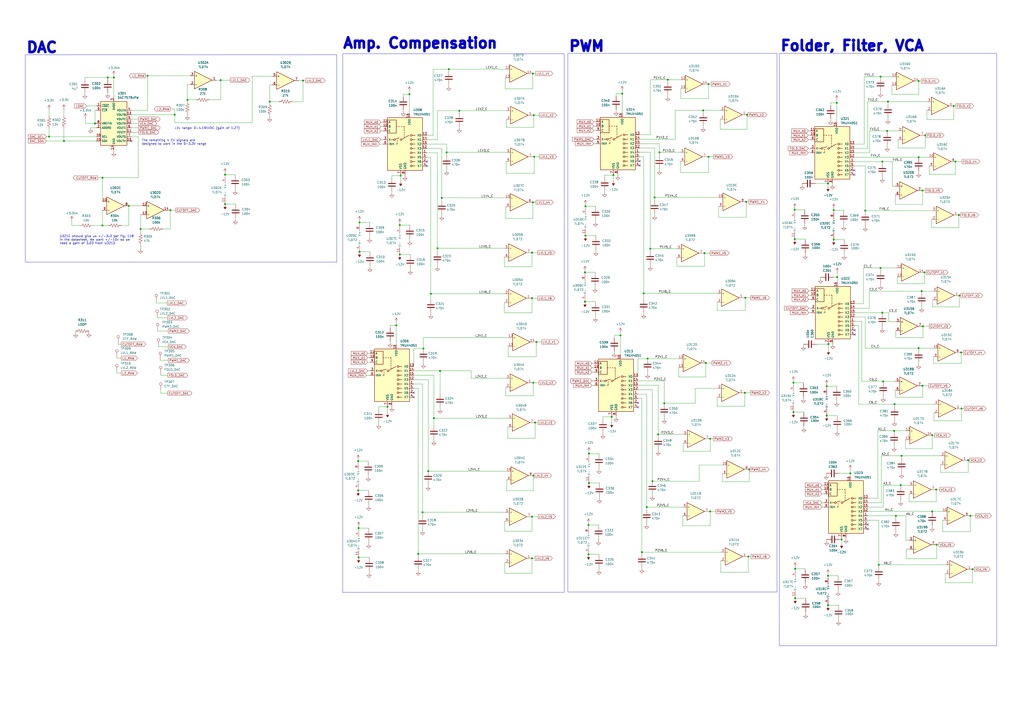
<source format=kicad_sch>
(kicad_sch (version 20231120) (generator "eeschema") (generator_version "8.0")
  (paper "A2")
  (junction (at 309.88 90.932))
  (junction (at 534.67 168.91))
  (junction (at 561.594 266.954))
  (junction (at 339.344 157.988))
  (junction (at 460.248 221.996))
  (junction (at 85.598 43.942))
  (junction (at 540.766 296.672))
  (junction (at 461.264 346.964))
  (junction (at 310.388 245.11))
  (junction (at 108.712 57.912))
  (junction (at 511.81 93.726))
  (junction (at 432.308 172.72))
  (junction (at 175.768 46.736))
  (junction (at 309.118 117.348))
  (junction (at 461.01 138.684))
  (junction (at 308.61 146.558))
  (junction (at 156.464 58.928))
  (junction (at 308.61 299.72))
  (junction (at 377.19 144.272))
  (junction (at 248.412 273.304))
  (junction (at 341.63 263.144))
  (junction (at 501.904 122.174))
  (junction (at 309.626 66.802))
  (junction (at 519.684 299.212))
  (junction (at 249.936 170.434))
  (junction (at 260.35 40.132))
  (junction (at 480.314 351.028))
  (junction (at 554.228 93.726))
  (junction (at 515.112 58.928))
  (junction (at 411.988 296.672))
  (junction (at 229.87 188.722))
  (junction (at 354.838 241.808))
  (junction (at 255.27 215.138))
  (junction (at 410.972 48.768))
  (junction (at 231.902 147.574))
  (junction (at 514.604 75.946))
  (junction (at 488.188 312.928))
  (junction (at 510.794 155.448))
  (junction (at 557.53 204.47))
  (junction (at 98.806 121.92))
  (junction (at 309.118 42.672))
  (junction (at 385.318 233.934))
  (junction (at 409.448 210.566))
  (junction (at 493.268 274.574))
  (junction (at 66.04 44.958))
  (junction (at 479.552 224.028))
  (junction (at 553.212 61.468))
  (junction (at 339.344 175.006))
  (junction (at 309.372 275.844))
  (junction (at 341.63 280.162))
  (junction (at 556.514 171.45))
  (junction (at 480.568 199.644))
  (junction (at 224.79 235.966))
  (junction (at 479.552 241.046))
  (junction (at 208.026 306.324))
  (junction (at 208.534 146.05))
  (junction (at 460.248 239.014))
  (junction (at 432.816 117.094))
  (junction (at 522.986 264.414))
  (junction (at 518.922 234.442))
  (junction (at 434.594 272.288))
  (junction (at 242.57 321.31))
  (junction (at 535.178 223.774))
  (junction (at 208.026 323.342))
  (junction (at 375.666 208.026))
  (junction (at 461.264 329.946))
  (junction (at 207.772 267.462))
  (junction (at 130.556 101.346))
  (junction (at 245.11 297.18))
  (junction (at 311.15 198.374))
  (junction (at 461.01 121.666))
  (junction (at 483.616 138.938))
  (junction (at 28.448 79.248))
  (junction (at 231.902 130.556))
  (junction (at 59.436 103.124))
  (junction (at 557.784 236.982))
  (junction (at 510.794 44.45))
  (junction (at 379.73 114.554))
  (junction (at 308.61 172.974))
  (junction (at 237.49 54.61))
  (junction (at 518.668 249.936))
  (junction (at 509.778 327.66))
  (junction (at 74.676 119.38))
  (junction (at 355.854 101.6))
  (junction (at 341.376 304.546))
  (junction (at 562.864 299.212))
  (junction (at 232.41 101.854))
  (junction (at 360.934 54.356))
  (junction (at 382.524 88.392))
  (junction (at 253.746 144.018))
  (junction (at 207.772 284.48))
  (junction (at 556.26 124.714))
  (junction (at 378.46 279.146))
  (junction (at 540.766 252.476))
  (junction (at 372.364 320.294))
  (junction (at 532.892 91.186))
  (junction (at 339.598 136.652))
  (junction (at 55.118 71.628))
  (junction (at 536.194 157.988))
  (junction (at 543.306 315.976))
  (junction (at 532.892 46.99))
  (junction (at 37.084 81.788))
  (junction (at 483.616 121.92))
  (junction (at 411.988 254.508))
  (junction (at 535.432 189.23))
  (junction (at 564.134 330.2))
  (junction (at 535.178 110.49))
  (junction (at 208.534 129.032))
  (junction (at 432.054 227.838))
  (junction (at 256.286 114.808))
  (junction (at 512.318 221.234))
  (junction (at 359.918 194.564))
  (junction (at 130.556 118.364))
  (junction (at 245.618 202.184))
  (junction (at 387.35 46.228))
  (junction (at 101.346 66.548))
  (junction (at 81.534 132.842))
  (junction (at 433.324 66.548))
  (junction (at 373.38 170.18))
  (junction (at 259.08 88.392))
  (junction (at 532.892 201.93))
  (junction (at 480.314 334.01))
  (junction (at 434.086 322.834))
  (junction (at 408.686 146.812))
  (junction (at 128.016 46.482))
  (junction (at 536.702 78.486))
  (junction (at 480.314 106.426))
  (junction (at 251.714 242.57))
  (junction (at 485.394 59.69))
  (junction (at 339.598 119.634))
  (junction (at 59.436 130.81))
  (junction (at 381.762 251.968))
  (junction (at 485.648 160.782))
  (junction (at 266.446 64.262))
  (junction (at 309.372 221.996))
  (junction (at 62.484 44.958))
  (junction (at 308.61 323.85))
  (junction (at 341.376 321.564))
  (junction (at 522.478 281.432))
  (junction (at 543.052 283.972))
  (junction (at 410.972 90.932))
  (junction (at 375.158 294.132))
  (junction (at 407.924 64.008))
  (junction (at 511.81 181.356))
  (no_connect (at 503.428 306.832))
  (no_connect (at 503.428 304.292))
  (no_connect (at 495.554 98.806))
  (no_connect (at 371.094 96.012))
  (no_connect (at 76.2 81.788))
  (no_connect (at 247.65 96.266))
  (no_connect (at 495.554 101.346))
  (no_connect (at 370.078 236.22))
  (no_connect (at 247.65 93.726))
  (no_connect (at 495.808 191.516))
  (no_connect (at 240.03 227.838))
  (no_connect (at 370.078 233.68))
  (no_connect (at 371.094 93.472))
  (no_connect (at 240.03 230.378))
  (no_connect (at 495.808 194.056))
  (wire (pts (xy 76.2 76.708) (xy 80.518 76.708)))
  (wire (pts (xy 128.016 57.912) (xy 128.016 46.482)))
  (wire (pts (xy 525.526 299.212) (xy 525.526 313.436)))
  (wire (pts (xy 308.61 172.974) (xy 311.912 172.974)))
  (wire (pts (xy 224.79 235.966) (xy 224.79 239.522)))
  (wire (pts (xy 310.134 198.374) (xy 311.15 198.374)))
  (wire (pts (xy 536.194 164.592) (xy 536.194 157.988)))
  (wire (pts (xy 493.268 272.288) (xy 493.268 274.574)))
  (wire (pts (xy 249.936 181.356) (xy 249.936 182.372)))
  (wire (pts (xy 308.102 323.85) (xy 308.61 323.85)))
  (wire (pts (xy 55.118 64.008) (xy 55.118 71.628)))
  (wire (pts (xy 101.346 66.548) (xy 101.346 71.12)))
  (wire (pts (xy 387.35 46.228) (xy 394.97 46.228)))
  (wire (pts (xy 213.868 284.988) (xy 213.868 284.48)))
  (wire (pts (xy 511.81 93.726) (xy 511.81 94.742)))
  (wire (pts (xy 391.668 64.008) (xy 407.924 64.008)))
  (wire (pts (xy 309.118 126.746) (xy 309.118 117.348)))
  (wire (pts (xy 495.554 86.106) (xy 503.428 86.106)))
  (wire (pts (xy 410.972 100.076) (xy 410.972 90.932)))
  (wire (pts (xy 214.63 154.178) (xy 214.63 155.194)))
  (wire (pts (xy 98.806 121.92) (xy 98.806 132.842)))
  (wire (pts (xy 370.078 208.026) (xy 375.666 208.026)))
  (wire (pts (xy 482.854 106.426) (xy 482.854 107.188)))
  (wire (pts (xy 339.344 156.972) (xy 339.344 157.988)))
  (wire (pts (xy 341.376 303.53) (xy 341.376 304.546)))
  (wire (pts (xy 382.524 97.79) (xy 382.524 98.806)))
  (wire (pts (xy 375.158 294.132) (xy 395.986 294.132)))
  (wire (pts (xy 66.04 43.688) (xy 66.04 44.958)))
  (wire (pts (xy 146.304 71.12) (xy 146.304 44.196)))
  (wire (pts (xy 410.972 57.15) (xy 410.972 48.768)))
  (wire (pts (xy 556.768 204.47) (xy 557.53 204.47)))
  (wire (pts (xy 503.428 291.592) (xy 511.302 291.592)))
  (wire (pts (xy 498.094 188.976) (xy 495.808 188.976)))
  (wire (pts (xy 541.02 168.91) (xy 534.67 168.91)))
  (wire (pts (xy 76.2 66.548) (xy 101.346 66.548)))
  (wire (pts (xy 308.61 332.486) (xy 308.61 323.85)))
  (wire (pts (xy 554.228 101.092) (xy 554.228 93.726)))
  (wire (pts (xy 498.094 234.442) (xy 498.094 188.976)))
  (wire (pts (xy 92.964 209.042) (xy 97.536 209.042)))
  (wire (pts (xy 495.554 83.566) (xy 501.396 83.566)))
  (wire (pts (xy 266.446 64.262) (xy 266.446 65.786)))
  (wire (pts (xy 480.314 332.994) (xy 480.314 334.01)))
  (wire (pts (xy 26.924 81.788) (xy 37.084 81.788)))
  (wire (pts (xy 522.986 264.414) (xy 545.592 264.414)))
  (wire (pts (xy 247.65 78.486) (xy 251.206 78.486)))
  (wire (pts (xy 156.464 58.928) (xy 161.798 58.928)))
  (wire (pts (xy 347.472 271.272) (xy 347.472 272.288)))
  (wire (pts (xy 510.794 164.592) (xy 510.794 165.608)))
  (wire (pts (xy 519.43 113.03) (xy 519.43 118.618)))
  (wire (pts (xy 213.868 284.48) (xy 207.772 284.48)))
  (wire (pts (xy 293.116 45.212) (xy 293.116 51.562)))
  (wire (pts (xy 292.862 326.39) (xy 292.862 332.486)))
  (wire (pts (xy 408.686 146.812) (xy 411.988 146.812)))
  (wire (pts (xy 74.676 130.81) (xy 70.358 130.81)))
  (wire (pts (xy 532.892 99.314) (xy 532.892 100.33)))
  (wire (pts (xy 247.65 83.566) (xy 259.08 83.566)))
  (wire (pts (xy 467.36 347.472) (xy 467.36 346.964)))
  (wire (pts (xy 97.028 175.768) (xy 90.678 175.768)))
  (wire (pts (xy 208.026 305.308) (xy 208.026 306.324)))
  (wire (pts (xy 370.078 223.52) (xy 381.762 223.52)))
  (wire (pts (xy 212.598 217.678) (xy 214.63 217.678)))
  (wire (pts (xy 55.88 64.008) (xy 55.118 64.008)))
  (wire (pts (xy 76.2 79.248) (xy 80.264 79.248)))
  (wire (pts (xy 403.352 225.298) (xy 416.052 225.298)))
  (wire (pts (xy 240.03 215.138) (xy 255.27 215.138)))
  (wire (pts (xy 485.394 224.028) (xy 479.552 224.028)))
  (wire (pts (xy 467.106 139.192) (xy 467.106 138.684)))
  (wire (pts (xy 379.73 85.852) (xy 371.094 85.852)))
  (wire (pts (xy 345.44 127.762) (xy 345.44 128.778)))
  (wire (pts (xy 418.084 320.294) (xy 372.364 320.294)))
  (wire (pts (xy 227.33 103.378) (xy 227.33 101.854)))
  (wire (pts (xy 28.448 74.676) (xy 28.448 79.248)))
  (wire (pts (xy 467.106 330.454) (xy 467.106 329.946)))
  (wire (pts (xy 359.918 192.786) (xy 359.918 194.564)))
  (wire (pts (xy 309.372 284.734) (xy 309.372 275.844)))
  (wire (pts (xy 74.676 119.38) (xy 74.676 130.81)))
  (wire (pts (xy 537.718 64.008) (xy 537.718 69.342)))
  (wire (pts (xy 483.108 199.136) (xy 483.108 199.898)))
  (wire (pts (xy 259.08 98.044) (xy 259.08 99.06)))
  (wire (pts (xy 499.872 186.436) (xy 495.808 186.436)))
  (wire (pts (xy 293.878 284.734) (xy 309.372 284.734)))
  (wire (pts (xy 245.11 306.832) (xy 245.11 307.848)))
  (wire (pts (xy 108.712 57.912) (xy 108.712 58.674)))
  (wire (pts (xy 542.544 283.972) (xy 543.052 283.972)))
  (wire (pts (xy 411.988 296.672) (xy 415.29 296.672)))
  (wire (pts (xy 509.27 289.052) (xy 509.27 249.936)))
  (wire (pts (xy 469.138 171.196) (xy 470.408 171.196)))
  (wire (pts (xy 461.01 120.65) (xy 461.01 121.666)))
  (wire (pts (xy 541.782 234.442) (xy 518.922 234.442)))
  (wire (pts (xy 501.396 83.566) (xy 501.396 44.45)))
  (wire (pts (xy 525.272 255.016) (xy 525.272 260.35)))
  (wire (pts (xy 512.318 281.432) (xy 522.478 281.432)))
  (wire (pts (xy 345.44 120.142) (xy 345.44 119.634)))
  (wire (pts (xy 347.218 305.054) (xy 347.218 304.546)))
  (wire (pts (xy 561.594 274.066) (xy 561.594 266.954)))
  (wire (pts (xy 240.03 220.218) (xy 248.412 220.218)))
  (wire (pts (xy 309.372 229.616) (xy 309.372 221.996)))
  (wire (pts (xy 245.11 297.18) (xy 292.862 297.18)))
  (wire (pts (xy 359.918 194.564) (xy 359.918 205.74)))
  (wire (pts (xy 344.424 73.152) (xy 345.694 73.152)))
  (wire (pts (xy 350.774 103.124) (xy 350.774 101.6)))
  (wire (pts (xy 511.81 189.484) (xy 511.81 190.5)))
  (wire (pts (xy 562.864 299.212) (xy 565.912 299.212)))
  (wire (pts (xy 481.838 68.834) (xy 481.838 69.85)))
  (wire (pts (xy 519.43 226.314) (xy 519.43 230.378)))
  (wire (pts (xy 49.276 46.228) (xy 49.276 44.958)))
  (wire (pts (xy 408.94 210.566) (xy 409.448 210.566)))
  (wire (pts (xy 532.892 201.93) (xy 532.892 202.946)))
  (wire (pts (xy 345.186 166.116) (xy 345.186 167.132)))
  (wire (pts (xy 229.87 188.722) (xy 229.87 199.898)))
  (wire (pts (xy 292.608 170.434) (xy 249.936 170.434)))
  (wire (pts (xy 371.094 80.772) (xy 391.668 80.772)))
  (wire (pts (xy 375.666 215.9) (xy 375.666 216.916)))
  (wire (pts (xy 345.186 157.988) (xy 339.344 157.988)))
  (wire (pts (xy 372.364 328.93) (xy 372.364 329.946)))
  (wire (pts (xy 344.424 70.612) (xy 345.694 70.612)))
  (wire (pts (xy 309.118 42.672) (xy 310.642 42.672)))
  (wire (pts (xy 382.524 88.392) (xy 394.716 88.392)))
  (wire (pts (xy 81.534 132.842) (xy 81.534 124.46)))
  (wire (pts (xy 381.762 251.968) (xy 381.762 252.984)))
  (wire (pts (xy 220.98 70.866) (xy 222.25 70.866)))
  (wire (pts (xy 245.11 297.18) (xy 245.11 222.758)))
  (wire (pts (xy 519.43 118.618) (xy 535.178 118.618)))
  (wire (pts (xy 70.358 207.772) (xy 67.818 207.772)))
  (wire (pts (xy 347.472 322.072) (xy 347.472 321.564)))
  (wire (pts (xy 372.364 320.294) (xy 372.364 231.14)))
  (wire (pts (xy 409.448 210.566) (xy 413.004 210.566)))
  (wire (pts (xy 308.61 117.348) (xy 309.118 117.348)))
  (wire (pts (xy 52.578 74.676) (xy 52.578 74.168)))
  (wire (pts (xy 97.79 121.92) (xy 98.806 121.92)))
  (wire (pts (xy 208.026 306.324) (xy 208.026 307.594)))
  (wire (pts (xy 62.484 45.974) (xy 62.484 44.958)))
  (wire (pts (xy 540.766 296.672) (xy 546.862 296.672)))
  (wire (pts (xy 175.768 46.736) (xy 175.768 58.928)))
  (wire (pts (xy 233.934 54.61) (xy 237.49 54.61)))
  (wire (pts (xy 345.44 175.006) (xy 339.344 175.006)))
  (wire (pts (xy 237.998 155.702) (xy 237.998 156.718)))
  (wire (pts (xy 76.2 74.168) (xy 80.518 74.168)))
  (wire (pts (xy 136.398 101.346) (xy 130.556 101.346)))
  (wire (pts (xy 213.868 292.608) (xy 213.868 293.624)))
  (wire (pts (xy 540.766 260.35) (xy 540.766 252.476)))
  (wire (pts (xy 432.816 117.094) (xy 434.34 117.094)))
  (wire (pts (xy 534.67 223.774) (xy 535.178 223.774)))
  (wire (pts (xy 466.344 239.522) (xy 466.344 239.014)))
  (wire (pts (xy 347.726 280.162) (xy 341.63 280.162)))
  (wire (pts (xy 341.376 304.546) (xy 341.376 305.816)))
  (wire (pts (xy 407.924 72.898) (xy 407.924 73.914)))
  (wire (pts (xy 294.64 254.254) (xy 310.388 254.254)))
  (wire (pts (xy 479.552 223.012) (xy 479.552 224.028)))
  (wire (pts (xy 213.614 267.462) (xy 207.772 267.462)))
  (wire (pts (xy 543.306 324.104) (xy 543.306 315.976)))
  (wire (pts (xy 411.988 261.874) (xy 411.988 254.508)))
  (wire (pts (xy 339.344 175.006) (xy 339.344 175.514)))
  (wire (pts (xy 511.81 181.356) (xy 511.81 181.864)))
  (wire (pts (xy 214.122 323.85) (xy 214.122 323.342)))
  (wire (pts (xy 214.376 137.16) (xy 214.376 138.176)))
  (wire (pts (xy 81.534 132.842) (xy 81.534 134.62)))
  (wire (pts (xy 130.556 100.33) (xy 130.556 101.346)))
  (wire (pts (xy 156.464 58.928) (xy 156.464 59.69)))
  (wire (pts (xy 53.848 130.81) (xy 59.436 130.81)))
  (wire (pts (xy 483.616 160.782) (xy 485.648 160.782)))
  (wire (pts (xy 253.746 81.026) (xy 253.746 64.262)))
  (wire (pts (xy 535.178 230.378) (xy 535.178 223.774)))
  (wire (pts (xy 59.436 103.124) (xy 80.264 103.124)))
  (wire (pts (xy 156.464 49.276) (xy 156.464 58.928)))
  (wire (pts (xy 156.464 67.31) (xy 156.464 68.072)))
  (wire (pts (xy 396.24 257.048) (xy 396.24 261.874)))
  (wire (pts (xy 536.702 85.852) (xy 536.702 78.486)))
  (wire (pts (xy 515.112 58.928) (xy 537.718 58.928)))
  (wire (pts (xy 26.924 79.248) (xy 28.448 79.248)))
  (wire (pts (xy 133.604 46.482) (xy 128.016 46.482)))
  (wire (pts (xy 541.528 207.01) (xy 541.528 210.82)))
  (wire (pts (xy 461.264 329.946) (xy 461.264 331.216)))
  (wire (pts (xy 479.552 312.928) (xy 479.552 313.944)))
  (wire (pts (xy 431.292 172.72) (xy 432.308 172.72)))
  (wire (pts (xy 501.904 122.174) (xy 501.904 122.936)))
  (wire (pts (xy 501.396 44.45) (xy 510.794 44.45)))
  (wire (pts (xy 273.304 215.138) (xy 255.27 215.138)))
  (wire (pts (xy 371.094 88.392) (xy 377.19 88.392)))
  (wire (pts (xy 480.568 199.136) (xy 480.568 199.644)))
  (wire (pts (xy 371.094 83.312) (xy 382.524 83.312)))
  (wire (pts (xy 541.782 239.522) (xy 541.782 244.094)))
  (wire (pts (xy 308.61 181.356) (xy 308.61 172.974)))
  (wire (pts (xy 231.902 147.066) (xy 231.902 147.574)))
  (wire (pts (xy 245.11 297.18) (xy 245.11 299.212)))
  (wire (pts (xy 561.594 266.954) (xy 562.356 266.954)))
  (wire (pts (xy 70.358 216.408) (xy 67.818 216.408)))
  (wire (pts (xy 483.616 120.904) (xy 483.616 121.92)))
  (wire (pts (xy 213.36 204.978) (xy 214.63 204.978)))
  (wire (pts (xy 517.398 54.61) (xy 532.892 54.61)))
  (wire (pts (xy 541.528 201.93) (xy 532.892 201.93)))
  (wire (pts (xy 466.344 247.142) (xy 466.344 248.158)))
  (wire (pts (xy 49.276 44.958) (xy 62.484 44.958)))
  (wire (pts (xy 468.884 81.026) (xy 470.154 81.026)))
  (wire (pts (xy 466.09 230.124) (xy 466.09 231.14)))
  (wire (pts (xy 536.702 78.486) (xy 537.21 78.486)))
  (wire (pts (xy 227.33 101.854) (xy 232.41 101.854)))
  (wire (pts (xy 485.394 232.156) (xy 485.394 233.172)))
  (wire (pts (xy 548.386 332.74) (xy 548.386 338.074)))
  (wire (pts (xy 382.524 88.392) (xy 382.524 90.17)))
  (wire (pts (xy 266.446 64.262) (xy 293.624 64.262)))
  (wire (pts (xy 541.528 210.82) (xy 557.53 210.82)))
  (wire (pts (xy 308.61 323.85) (xy 310.388 323.85)))
  (wire (pts (xy 489.712 138.938) (xy 483.616 138.938)))
  (wire (pts (xy 62.484 53.594) (xy 62.484 54.356)))
  (wire (pts (xy 91.44 192.024) (xy 97.536 192.024)))
  (wire (pts (xy 59.436 116.84) (xy 59.436 103.124)))
  (wire (pts (xy 432.054 117.094) (xy 432.816 117.094)))
  (wire (pts (xy 349.758 241.808) (xy 354.838 241.808)))
  (wire (pts (xy 229.87 186.944) (xy 229.87 188.722)))
  (wire (pts (xy 556.26 132.08) (xy 556.26 124.714)))
  (wire (pts (xy 356.362 194.564) (xy 359.918 194.564)))
  (wire (pts (xy 557.53 210.82) (xy 557.53 204.47)))
  (wire (pts (xy 511.81 181.356) (xy 515.62 181.356)))
  (wire (pts (xy 93.218 228.092) (xy 97.282 228.092)))
  (wire (pts (xy 245.618 195.834) (xy 294.894 195.834)))
  (wire (pts (xy 540.512 132.08) (xy 556.26 132.08)))
  (wire (pts (xy 562.102 299.212) (xy 562.864 299.212)))
  (wire (pts (xy 377.19 144.272) (xy 392.684 144.272)))
  (wire (pts (xy 93.218 226.06) (xy 93.218 228.092)))
  (wire (pts (xy 504.19 168.91) (xy 504.19 178.816)))
  (wire (pts (xy 467.36 355.092) (xy 467.36 356.108)))
  (wire (pts (xy 393.7 218.694) (xy 409.448 218.694)))
  (wire (pts (xy 564.134 330.2) (xy 565.15 330.2)))
  (wire (pts (xy 503.428 296.672) (xy 540.766 296.672)))
  (wire (pts (xy 391.668 80.772) (xy 391.668 64.008)))
  (wire (pts (xy 293.624 93.472) (xy 293.624 100.584)))
  (wire (pts (xy 488.188 312.928) (xy 488.188 315.468)))
  (wire (pts (xy 535.432 189.23) (xy 538.988 189.23)))
  (wire (pts (xy 418.084 331.978) (xy 434.086 331.978)))
  (wire (pts (xy 532.892 91.186) (xy 532.892 91.694)))
  (wire (pts (xy 480.314 350.52) (xy 480.314 351.028)))
  (wire (pts (xy 345.694 136.652) (xy 339.598 136.652)))
  (wire (pts (xy 343.408 215.9) (xy 344.678 215.9)))
  (wire (pts (xy 294.894 200.914) (xy 294.894 207.01)))
  (wire (pts (xy 350.774 101.6) (xy 355.854 101.6)))
  (wire (pts (xy 385.318 233.934) (xy 403.352 233.934)))
  (wire (pts (xy 234.95 101.346) (xy 234.95 102.108)))
  (wire (pts (xy 256.286 86.106) (xy 247.65 86.106)))
  (wire (pts (xy 432.308 180.086) (xy 432.308 172.72)))
  (wire (pts (xy 432.054 227.838) (xy 435.356 227.838)))
  (wire (pts (xy 385.318 220.98) (xy 385.318 233.934)))
  (wire (pts (xy 86.868 132.842) (xy 81.534 132.842)))
  (wire (pts (xy 461.01 138.684) (xy 461.01 139.192)))
  (wire (pts (xy 394.97 51.308) (xy 394.97 57.15)))
  (wire (pts (xy 483.616 121.92) (xy 483.616 123.19)))
  (wire (pts (xy 347.726 280.67) (xy 347.726 280.162)))
  (wire (pts (xy 434.594 279.4) (xy 434.594 272.288)))
  (wire (pts (xy 485.648 249.174) (xy 485.648 250.19)))
  (wire (pts (xy 562.864 308.356) (xy 562.864 299.212)))
  (wire (pts (xy 509.778 327.66) (xy 548.386 327.66)))
  (wire (pts (xy 108.712 57.912) (xy 113.792 57.912)))
  (wire (pts (xy 341.376 321.056) (xy 341.376 321.564)))
  (wire (pts (xy 110.236 49.022) (xy 108.712 49.022)))
  (wire (pts (xy 503.428 289.052) (xy 509.27 289.052)))
  (wire (pts (xy 242.57 330.2) (xy 242.57 331.216)))
  (wire (pts (xy 294.64 247.65) (xy 294.64 254.254)))
  (wire (pts (xy 489.712 139.446) (xy 489.712 138.938)))
  (wire (pts (xy 495.554 93.726) (xy 511.81 93.726)))
  (wire (pts (xy 411.48 254.508) (xy 411.988 254.508)))
  (wire (pts (xy 460.248 220.98) (xy 460.248 221.996)))
  (wire (pts (xy 208.534 128.016) (xy 208.534 129.032)))
  (wire (pts (xy 91.44 191.516) (xy 91.44 192.024)))
  (wire (pts (xy 489.458 121.92) (xy 483.616 121.92)))
  (wire (pts (xy 28.448 79.248) (xy 55.88 79.248)))
  (wire (pts (xy 466.852 122.174) (xy 466.852 121.666)))
  (wire (pts (xy 467.106 146.812) (xy 467.106 147.828)))
  (wire (pts (xy 503.428 294.132) (xy 512.318 294.132)))
  (wire (pts (xy 231.902 129.54) (xy 231.902 130.556)))
  (wire (pts (xy 90.678 175.768) (xy 90.678 174.752)))
  (wire (pts (xy 486.156 334.01) (xy 480.314 334.01)))
  (wire (pts (xy 534.67 177.546) (xy 534.67 178.562)))
  (wire (pts (xy 343.408 223.52) (xy 344.678 223.52)))
  (wire (pts (xy 232.41 101.346) (xy 232.41 101.854)))
  (wire (pts (xy 540.766 296.672) (xy 540.766 297.18)))
  (wire (pts (xy 360.934 54.356) (xy 360.934 65.532)))
  (wire (pts (xy 214.376 129.032) (xy 208.534 129.032)))
  (wire (pts (xy 527.304 291.084) (xy 543.052 291.084)))
  (wire (pts (xy 485.394 59.69) (xy 485.394 70.866)))
  (wire (pts (xy 515.62 186.69) (xy 519.684 186.69)))
  (wire (pts (xy 378.46 226.06) (xy 378.46 279.146)))
  (wire (pts (xy 480.314 334.01) (xy 480.314 335.28)))
  (wire (pts (xy 41.656 130.81) (xy 46.228 130.81)))
  (wire (pts (xy 232.41 101.854) (xy 232.41 105.41)))
  (wire (pts (xy 224.79 235.458) (xy 224.79 235.966)))
  (wire (pts (xy 465.328 106.426) (xy 465.328 107.442)))
  (wire (pts (xy 349.758 250.952) (xy 349.758 251.968)))
  (wire (pts (xy 245.618 202.184) (xy 245.618 202.438)))
  (wire (pts (xy 509.778 327.66) (xy 509.778 328.676)))
  (wire (pts (xy 308.356 42.672) (xy 309.118 42.672)))
  (wire (pts (xy 347.472 263.144) (xy 341.63 263.144)))
  (wire (pts (xy 349.758 243.332) (xy 349.758 241.808)))
  (wire (pts (xy 557.53 204.47) (xy 558.8 204.47)))
  (wire (pts (xy 309.118 51.562) (xy 309.118 42.672)))
  (wire (pts (xy 501.904 130.556) (xy 501.904 131.572)))
  (wire (pts (xy 543.052 283.972) (xy 545.084 283.972)))
  (wire (pts (xy 354.838 241.808) (xy 354.838 245.364)))
  (wire (pts (xy 91.948 201.168) (xy 97.536 201.168)))
  (wire (pts (xy 519.684 191.77) (xy 519.684 195.834)))
  (wire (pts (xy 311.15 207.01) (xy 311.15 198.374)))
  (wire (pts (xy 308.864 90.932) (xy 309.88 90.932)))
  (wire (pts (xy 311.15 198.374) (xy 314.198 198.374)))
  (wire (pts (xy 395.986 305.054) (xy 411.988 305.054)))
  (wire (pts (xy 535.178 110.49) (xy 536.702 110.49)))
  (wire (pts (xy 495.554 96.266) (xy 501.904 96.266)))
  (wire (pts (xy 339.344 174.498) (xy 339.344 175.006)))
  (wire (pts (xy 511.81 102.362) (xy 511.81 103.378)))
  (wire (pts (xy 434.086 322.834) (xy 434.086 331.978)))
  (wire (pts (xy 220.218 83.566) (xy 222.25 83.566)))
  (wire (pts (xy 375.158 228.6) (xy 370.078 228.6)))
  (wire (pts (xy 479.552 224.028) (xy 479.552 225.298)))
  (wire (pts (xy 49.53 71.628) (xy 49.53 68.326)))
  (wire (pts (xy 486.156 334.518) (xy 486.156 334.01)))
  (wire (pts (xy 419.1 274.828) (xy 419.1 279.4)))
  (wire (pts (xy 490.728 311.912) (xy 490.728 312.674)))
  (wire (pts (xy 208.534 145.542) (xy 208.534 146.05)))
  (wire (pts (xy 405.638 269.748) (xy 419.1 269.748)))
  (wire (pts (xy 504.444 75.946) (xy 514.604 75.946)))
  (wire (pts (xy 136.652 118.364) (xy 130.556 118.364)))
  (wire (pts (xy 237.998 147.574) (xy 231.902 147.574)))
  (wire (pts (xy 511.302 291.592) (xy 511.302 264.414)))
  (wire (pts (xy 510.794 52.832) (xy 510.794 53.848)))
  (wire (pts (xy 403.352 233.934) (xy 403.352 225.298)))
  (wire (pts (xy 379.73 114.554) (xy 379.73 116.332)))
  (wire (pts (xy 517.652 107.95) (xy 519.43 107.95)))
  (wire (pts (xy 433.324 322.834) (xy 434.086 322.834)))
  (wire (pts (xy 472.948 106.426) (xy 480.314 106.426)))
  (wire (pts (xy 345.44 119.634) (xy 339.598 119.634)))
  (wire (pts (xy 517.652 93.726) (xy 517.652 107.95)))
  (wire (pts (xy 495.554 91.186) (xy 532.892 91.186)))
  (wire (pts (xy 556.26 124.714) (xy 557.276 124.714)))
  (wire (pts (xy 347.218 312.674) (xy 347.218 313.69)))
  (wire (pts (xy 309.88 90.932) (xy 312.928 90.932)))
  (wire (pts (xy 481.838 61.214) (xy 481.838 59.69)))
  (wire (pts (xy 469.138 178.816) (xy 470.408 178.816)))
  (wire (pts (xy 293.37 126.746) (xy 309.118 126.746)))
  (wire (pts (xy 486.41 351.028) (xy 480.314 351.028)))
  (wire (pts (xy 377.19 144.272) (xy 377.19 145.796)))
  (wire (pts (xy 556.514 178.054) (xy 556.514 171.45)))
  (wire (pts (xy 76.2 71.628) (xy 80.518 71.628)))
  (wire (pts (xy 259.08 88.392) (xy 259.08 90.424)))
  (wire (pts (xy 308.61 299.72) (xy 312.166 299.72)))
  (wire (pts (xy 293.37 229.616) (xy 309.372 229.616)))
  (wire (pts (xy 251.714 254.762) (xy 251.714 255.778)))
  (wire (pts (xy 466.852 121.666) (xy 461.01 121.666)))
  (wire (pts (xy 545.592 269.494) (xy 545.592 274.066)))
  (wire (pts (xy 501.904 122.174) (xy 540.512 122.174)))
  (wire (pts (xy 43.942 192.024) (xy 43.942 193.294)))
  (wire (pts (xy 98.806 121.92) (xy 101.854 121.92)))
  (wire (pts (xy 85.598 64.008) (xy 85.598 43.942)))
  (wire (pts (xy 253.746 64.262) (xy 266.446 64.262)))
  (wire (pts (xy 266.446 73.406) (xy 266.446 74.422)))
  (wire (pts (xy 339.598 136.652) (xy 339.598 137.16)))
  (wire (pts (xy 101.346 71.12) (xy 146.304 71.12)))
  (wire (pts (xy 309.88 100.584) (xy 309.88 90.932)))
  (wire (pts (xy 213.36 215.138) (xy 214.63 215.138)))
  (wire (pts (xy 226.314 188.722) (xy 229.87 188.722)))
  (wire (pts (xy 339.344 157.988) (xy 339.344 159.258)))
  (wire (pts (xy 219.71 245.11) (xy 219.71 246.126)))
  (wire (pts (xy 213.868 306.324) (xy 208.026 306.324)))
  (wire (pts (xy 81.534 142.24) (xy 81.534 144.526)))
  (wire (pts (xy 532.892 54.61) (xy 532.892 46.99)))
  (wire (pts (xy 409.956 90.932) (xy 410.972 90.932)))
  (wire (pts (xy 208.534 129.032) (xy 208.534 130.302)))
  (wire (pts (xy 59.436 121.92) (xy 59.436 130.81)))
  (wire (pts (xy 256.286 124.206) (xy 256.286 125.222)))
  (wire (pts (xy 556.26 171.45) (xy 556.514 171.45)))
  (wire (pts (xy 489.458 130.048) (xy 489.458 131.064)))
  (wire (pts (xy 476.758 291.592) (xy 478.028 291.592)))
  (wire (pts (xy 208.534 146.05) (xy 208.534 146.558)))
  (wire (pts (xy 375.158 303.276) (xy 375.158 304.292)))
  (wire (pts (xy 377.19 88.392) (xy 377.19 144.272)))
  (wire (pts (xy 518.668 249.936) (xy 525.272 249.936)))
  (wire (pts (xy 76.2 69.088) (xy 80.518 69.088)))
  (wire (pts (xy 432.816 125.984) (xy 432.816 117.094)))
  (wire (pts (xy 416.052 235.712) (xy 432.054 235.712)))
  (wire (pts (xy 520.954 81.026) (xy 520.954 85.852)))
  (wire (pts (xy 62.484 44.958) (xy 66.04 44.958)))
  (wire (pts (xy 511.302 264.414) (xy 522.986 264.414)))
  (wire (pts (xy 411.988 254.508) (xy 413.766 254.508)))
  (wire (pts (xy 546.862 308.356) (xy 562.864 308.356)))
  (wire (pts (xy 512.318 221.234) (xy 512.318 221.996)))
  (wire (pts (xy 541.02 178.054) (xy 556.514 178.054)))
  (wire (pts (xy 237.744 130.556) (xy 231.902 130.556)))
  (wire (pts (xy 214.376 129.54) (xy 214.376 129.032)))
  (wire (pts (xy 476.758 294.132) (xy 478.028 294.132)))
  (wire (pts (xy 273.304 219.456) (xy 273.304 215.138)))
  (wire (pts (xy 515.112 68.326) (xy 515.112 69.342)))
  (wire (pts (xy 253.746 153.67) (xy 253.746 154.686)))
  (wire (pts (xy 308.864 66.802) (xy 309.626 66.802)))
  (wire (pts (xy 293.116 51.562) (xy 309.118 51.562)))
  (wire (pts (xy 500.888 155.448) (xy 510.794 155.448)))
  (wire (pts (xy 511.81 93.726) (xy 517.652 93.726)))
  (wire (pts (xy 466.852 129.794) (xy 466.852 130.81)))
  (wire (pts (xy 535.432 195.834) (xy 535.432 189.23)))
  (wire (pts (xy 503.428 86.106) (xy 503.428 58.928)))
  (wire (pts (xy 504.444 88.646) (xy 504.444 75.946)))
  (wire (pts (xy 460.248 239.014) (xy 460.248 239.522)))
  (wire (pts (xy 357.378 241.3) (xy 357.378 242.062)))
  (wire (pts (xy 227.33 110.998) (xy 227.33 112.014)))
  (wire (pts (xy 213.868 306.832) (xy 213.868 306.324)))
  (wire (pts (xy 395.986 299.212) (xy 395.986 305.054)))
  (wire (pts (xy 461.01 138.176) (xy 461.01 138.684)))
  (wire (pts (xy 525.272 260.35) (xy 540.766 260.35)))
  (wire (pts (xy 461.264 328.93) (xy 461.264 329.946)))
  (wire (pts (xy 344.424 80.772) (xy 345.694 80.772)))
  (wire (pts (xy 481.838 59.69) (xy 485.394 59.69)))
  (wire (pts (xy 240.03 217.678) (xy 251.714 217.678)))
  (wire (pts (xy 341.63 262.128) (xy 341.63 263.144)))
  (wire (pts (xy 259.08 83.566) (xy 259.08 88.392)))
  (wire (pts (xy 525.78 324.104) (xy 543.306 324.104)))
  (wire (pts (xy 375.158 294.132) (xy 375.158 295.656)))
  (wire (pts (xy 233.934 63.754) (xy 233.934 64.77)))
  (wire (pts (xy 553.212 69.342) (xy 553.212 61.468)))
  (wire (pts (xy 213.36 207.518) (xy 214.63 207.518)))
  (wire (pts (xy 519.684 299.212) (xy 525.526 299.212)))
  (wire (pts (xy 130.556 117.856) (xy 130.556 118.364)))
  (wire (pts (xy 419.1 279.4) (xy 434.594 279.4)))
  (wire (pts (xy 345.186 158.496) (xy 345.186 157.988)))
  (wire (pts (xy 394.716 100.076) (xy 410.972 100.076)))
  (wire (pts (xy 347.218 304.546) (xy 341.376 304.546)))
  (wire (pts (xy 309.372 221.996) (xy 312.674 221.996)))
  (wire (pts (xy 385.318 233.934) (xy 385.318 234.442)))
  (wire (pts (xy 68.58 199.644) (xy 68.58 198.628)))
  (wire (pts (xy 214.122 323.342) (xy 208.026 323.342)))
  (wire (pts (xy 76.2 64.008) (xy 85.598 64.008)))
  (wire (pts (xy 522.986 264.414) (xy 522.986 266.192)))
  (wire (pts (xy 339.598 119.634) (xy 339.598 120.904)))
  (wire (pts (xy 370.078 220.98) (xy 385.318 220.98)))
  (wire (pts (xy 503.428 301.752) (xy 509.778 301.752)))
  (wire (pts (xy 543.306 315.976) (xy 544.576 315.976)))
  (wire (pts (xy 136.398 109.474) (xy 136.398 110.49)))
  (wire (pts (xy 237.998 148.082) (xy 237.998 147.574)))
  (wire (pts (xy 407.924 64.008) (xy 407.924 65.278)))
  (wire (pts (xy 358.394 101.092) (xy 358.394 101.854)))
  (wire (pts (xy 255.27 215.138) (xy 255.27 228.6)))
  (wire (pts (xy 460.248 238.506) (xy 460.248 239.014)))
  (wire (pts (xy 495.554 88.646) (xy 504.444 88.646)))
  (wire (pts (xy 70.358 199.644) (xy 68.58 199.644)))
  (wire (pts (xy 469.138 168.656) (xy 470.408 168.656)))
  (wire (pts (xy 563.626 330.2) (xy 564.134 330.2)))
  (wire (pts (xy 373.38 170.18) (xy 373.38 173.482)))
  (wire (pts (xy 237.49 54.61) (xy 237.49 65.786)))
  (wire (pts (xy 292.862 302.26) (xy 292.862 308.102)))
  (wire (pts (xy 208.026 323.342) (xy 208.026 323.85)))
  (wire (pts (xy 293.37 224.536) (xy 293.37 229.616)))
  (wire (pts (xy 467.106 338.074) (xy 467.106 339.09)))
  (wire (pts (xy 379.73 114.554) (xy 379.73 85.852)))
  (wire (pts (xy 432.308 172.72) (xy 435.356 172.72)))
  (wire (pts (xy 292.608 181.356) (xy 308.61 181.356)))
  (wire (pts (xy 220.98 81.026) (xy 222.25 81.026)))
  (wire (pts (xy 509.778 301.752) (xy 509.778 327.66)))
  (wire (pts (xy 468.884 78.486) (xy 470.154 78.486)))
  (wire (pts (xy 293.624 69.342) (xy 293.624 73.914)))
  (wire (pts (xy 85.598 43.942) (xy 110.236 43.942)))
  (wire (pts (xy 341.376 321.564) (xy 341.376 322.072)))
  (wire (pts (xy 207.772 267.462) (xy 207.772 268.732)))
  (wire (pts (xy 510.794 155.448) (xy 520.446 155.448)))
  (wire (pts (xy 466.09 199.644) (xy 466.09 200.66)))
  (wire (pts (xy 375.666 208.026) (xy 393.7 208.026)))
  (wire (pts (xy 486.156 342.138) (xy 486.156 343.154)))
  (wire (pts (xy 307.848 172.974) (xy 308.61 172.974)))
  (wire (pts (xy 309.118 275.844) (xy 309.372 275.844)))
  (wire (pts (xy 240.03 212.598) (xy 240.03 202.184)))
  (wire (pts (xy 512.318 221.234) (xy 499.872 221.234)))
  (wire (pts (xy 416.052 180.086) (xy 432.308 180.086)))
  (wire (pts (xy 67.818 207.772) (xy 67.818 206.756)))
  (wire (pts (xy 503.428 58.928) (xy 515.112 58.928)))
  (wire (pts (xy 416.814 114.554) (xy 379.73 114.554)))
  (wire (pts (xy 253.746 88.646) (xy 253.746 144.018)))
  (wire (pts (xy 518.922 243.586) (xy 518.922 244.602)))
  (wire (pts (xy 310.388 245.11) (xy 312.166 245.11)))
  (wire (pts (xy 66.04 44.958) (xy 66.04 56.388)))
  (wire (pts (xy 207.772 283.972) (xy 207.772 284.48)))
  (wire (pts (xy 487.172 312.928) (xy 488.188 312.928)))
  (wire (pts (xy 466.09 221.996) (xy 460.248 221.996)))
  (wire (pts (xy 381.762 251.968) (xy 396.24 251.968)))
  (wire (pts (xy 98.806 63.246) (xy 101.346 63.246)))
  (wire (pts (xy 92.964 208.28) (xy 92.964 209.042)))
  (wire (pts (xy 273.304 219.456) (xy 293.37 219.456)))
  (wire (pts (xy 532.892 210.566) (xy 532.892 211.582)))
  (wire (pts (xy 41.656 128.016) (xy 41.656 130.81)))
  (wire (pts (xy 339.598 118.618) (xy 339.598 119.634)))
  (wire (pts (xy 509.778 336.296) (xy 509.778 337.312)))
  (wire (pts (xy 292.608 175.514) (xy 292.608 181.356)))
  (wire (pts (xy 514.604 75.946) (xy 514.604 76.708)))
  (wire (pts (xy 468.884 75.946) (xy 470.154 75.946)))
  (wire (pts (xy 347.726 288.29) (xy 347.726 289.306)))
  (wire (pts (xy 377.19 153.416) (xy 377.19 154.432)))
  (wire (pts (xy 536.194 78.486) (xy 536.702 78.486)))
  (wire (pts (xy 553.212 61.468) (xy 554.482 61.468)))
  (wire (pts (xy 242.57 225.298) (xy 240.03 225.298)))
  (wire (pts (xy 535.178 118.618) (xy 535.178 110.49)))
  (wire (pts (xy 475.996 160.782) (xy 475.996 161.798)))
  (wire (pts (xy 67.818 216.408) (xy 67.818 215.392)))
  (wire (pts (xy 556.514 171.45) (xy 557.276 171.45)))
  (wire (pts (xy 473.71 199.644) (xy 480.568 199.644)))
  (wire (pts (xy 219.71 237.49) (xy 219.71 235.966)))
  (wire (pts (xy 520.446 164.592) (xy 536.194 164.592)))
  (wire (pts (xy 555.752 124.714) (xy 556.26 124.714)))
  (wire (pts (xy 405.638 279.146) (xy 405.638 269.748)))
  (wire (pts (xy 259.08 88.392) (xy 293.624 88.392)))
  (wire (pts (xy 249.936 170.434) (xy 249.936 173.736)))
  (wire (pts (xy 344.424 75.692) (xy 345.694 75.692)))
  (wire (pts (xy 350.774 110.744) (xy 350.774 111.76)))
  (wire (pts (xy 373.38 181.102) (xy 373.38 182.118)))
  (wire (pts (xy 393.7 213.106) (xy 393.7 218.694)))
  (wire (pts (xy 517.398 49.53) (xy 517.398 54.61)))
  (wire (pts (xy 479.298 274.574) (xy 479.298 275.59)))
  (wire (pts (xy 510.794 44.45) (xy 510.794 45.212)))
  (wire (pts (xy 499.872 221.234) (xy 499.872 186.436)))
  (wire (pts (xy 416.814 125.984) (xy 432.816 125.984)))
  (wire (pts (xy 564.134 338.074) (xy 564.134 330.2)))
  (wire (pts (xy 251.714 242.57) (xy 294.64 242.57)))
  (wire (pts (xy 370.078 226.06) (xy 378.46 226.06)))
  (wire (pts (xy 557.022 236.982) (xy 557.784 236.982)))
  (wire (pts (xy 485.648 241.554) (xy 485.648 241.046)))
  (wire (pts (xy 527.304 286.512) (xy 527.304 291.084)))
  (wire (pts (xy 385.318 242.062) (xy 385.318 243.078)))
  (wire (pts (xy 233.934 56.134) (xy 233.934 54.61)))
  (wire (pts (xy 343.408 220.98) (xy 344.678 220.98)))
  (wire (pts (xy 213.614 275.59) (xy 213.614 276.606)))
  (wire (pts (xy 543.052 291.084) (xy 543.052 283.972)))
  (wire (pts (xy 356.362 203.708) (xy 356.362 204.724)))
  (wire (pts (xy 93.218 217.678) (xy 97.282 217.678)))
  (wire (pts (xy 253.746 144.018) (xy 253.746 146.05)))
  (wire (pts (xy 91.186 183.896) (xy 91.186 184.404)))
  (wire (pts (xy 84.328 43.942) (xy 85.598 43.942)))
  (wire (pts (xy 237.49 52.832) (xy 237.49 54.61)))
  (wire (pts (xy 146.304 44.196) (xy 157.988 44.196)))
  (wire (pts (xy 108.712 66.294) (xy 108.712 67.056)))
  (wire (pts (xy 410.21 48.768) (xy 410.972 48.768)))
  (wire (pts (xy 249.936 91.186) (xy 247.65 91.186)))
  (wire (pts (xy 249.936 91.186) (xy 249.936 170.434)))
  (wire (pts (xy 130.556 101.346) (xy 130.556 102.616)))
  (wire (pts (xy 214.122 331.47) (xy 214.122 332.486)))
  (wire (pts (xy 485.394 224.536) (xy 485.394 224.028)))
  (wire (pts (xy 293.624 100.584) (xy 309.88 100.584)))
  (wire (pts (xy 485.648 241.046) (xy 479.552 241.046)))
  (wire (pts (xy 247.65 81.026) (xy 253.746 81.026)))
  (wire (pts (xy 514.604 75.946) (xy 520.954 75.946)))
  (wire (pts (xy 55.88 71.628) (xy 55.118 71.628)))
  (wire (pts (xy 307.848 146.558) (xy 308.61 146.558)))
  (wire (pts (xy 411.226 296.672) (xy 411.988 296.672)))
  (wire (pts (xy 343.408 210.82) (xy 344.678 210.82)))
  (wire (pts (xy 248.412 220.218) (xy 248.412 273.304)))
  (wire (pts (xy 557.784 236.982) (xy 559.308 236.982)))
  (wire (pts (xy 381.762 223.52) (xy 381.762 251.968)))
  (wire (pts (xy 416.052 175.26) (xy 416.052 180.086)))
  (wire (pts (xy 308.102 299.72) (xy 308.61 299.72)))
  (wire (pts (xy 207.772 284.48) (xy 207.772 284.988)))
  (wire (pts (xy 309.88 245.11) (xy 310.388 245.11)))
  (wire (pts (xy 407.924 64.008) (xy 417.83 64.008)))
  (wire (pts (xy 560.832 266.954) (xy 561.594 266.954)))
  (wire (pts (xy 377.19 78.232) (xy 377.19 46.228)))
  (wire (pts (xy 357.378 63.5) (xy 357.378 64.516)))
  (wire (pts (xy 214.63 146.05) (xy 208.534 146.05)))
  (wire (pts (xy 214.63 146.558) (xy 214.63 146.05)))
  (wire (pts (xy 433.324 74.93) (xy 433.324 66.548)))
  (wire (pts (xy 357.378 54.356) (xy 360.934 54.356)))
  (wire (pts (xy 245.618 210.058) (xy 245.618 211.074)))
  (wire (pts (xy 345.694 144.78) (xy 345.694 145.796)))
  (wire (pts (xy 518.922 234.442) (xy 518.922 235.966)))
  (wire (pts (xy 522.478 289.814) (xy 522.478 290.83)))
  (wire (pts (xy 308.61 154.686) (xy 308.61 146.558)))
  (wire (pts (xy 500.888 176.276) (xy 500.888 155.448)))
  (wire (pts (xy 522.986 273.812) (xy 522.986 274.828)))
  (wire (pts (xy 409.448 218.694) (xy 409.448 210.566)))
  (wire (pts (xy 55.118 71.628) (xy 49.53 71.628)))
  (wire (pts (xy 310.388 254.254) (xy 310.388 245.11)))
  (wire (pts (xy 227.33 235.458) (xy 227.33 236.22)))
  (wire (pts (xy 355.854 101.6) (xy 355.854 105.156)))
  (wire (pts (xy 534.67 168.91) (xy 504.19 168.91)))
  (wire (pts (xy 518.668 258.318) (xy 518.668 259.334)))
  (wire (pts (xy 538.988 101.092) (xy 554.228 101.092)))
  (wire (pts (xy 469.138 173.736) (xy 470.408 173.736)))
  (wire (pts (xy 356.362 196.088) (xy 356.362 194.564)))
  (wire (pts (xy 130.556 118.364) (xy 130.556 118.872)))
  (wire (pts (xy 503.428 299.212) (xy 519.684 299.212)))
  (wire (pts (xy 91.948 200.406) (xy 91.948 201.168)))
  (wire (pts (xy 540.512 252.476) (xy 540.766 252.476)))
  (wire (pts (xy 173.228 46.736) (xy 175.768 46.736)))
  (wire (pts (xy 345.694 137.16) (xy 345.694 136.652)))
  (wire (pts (xy 532.892 201.93) (xy 501.904 201.93)))
  (wire (pts (xy 532.892 91.186) (xy 538.988 91.186)))
  (wire (pts (xy 360.934 52.578) (xy 360.934 54.356)))
  (wire (pts (xy 128.016 46.482) (xy 125.476 46.482)))
  (wire (pts (xy 510.794 44.45) (xy 517.398 44.45)))
  (wire (pts (xy 372.364 320.294) (xy 372.364 321.31)))
  (wire (pts (xy 514.604 84.328) (xy 514.604 85.344)))
  (wire (pts (xy 240.03 202.184) (xy 245.618 202.184)))
  (wire (pts (xy 157.988 49.276) (xy 156.464 49.276)))
  (wire (pts (xy 293.37 119.888) (xy 293.37 126.746)))
  (wire (pts (xy 37.084 81.788) (xy 55.88 81.788)))
  (wire (pts (xy 220.98 75.946) (xy 222.25 75.946)))
  (wire (pts (xy 237.744 138.684) (xy 237.744 139.7)))
  (wire (pts (xy 309.626 73.914) (xy 309.626 66.802)))
  (wire (pts (xy 519.43 221.234) (xy 512.318 221.234)))
  (wire (pts (xy 466.09 222.504) (xy 466.09 221.996)))
  (wire (pts (xy 91.186 184.404) (xy 97.282 184.404)))
  (wire (pts (xy 518.922 234.442) (xy 498.094 234.442)))
  (wire (pts (xy 108.712 49.022) (xy 108.712 57.912)))
  (wire (pts (xy 136.398 101.854) (xy 136.398 101.346)))
  (wire (pts (xy 50.292 61.468) (xy 55.88 61.468)))
  (wire (pts (xy 411.988 305.054) (xy 411.988 296.672)))
  (wire (pts (xy 121.412 57.912) (xy 128.016 57.912)))
  (wire (pts (xy 540.766 304.8) (xy 540.766 305.816)))
  (wire (pts (xy 251.714 242.57) (xy 251.714 247.142)))
  (wire (pts (xy 467.36 346.964) (xy 461.264 346.964)))
  (wire (pts (xy 546.862 301.752) (xy 546.862 308.356)))
  (wire (pts (xy 373.38 90.932) (xy 371.094 90.932)))
  (wire (pts (xy 293.878 278.384) (xy 293.878 284.734)))
  (wire (pts (xy 59.436 130.81) (xy 62.738 130.81)))
  (wire (pts (xy 522.478 281.432) (xy 522.478 282.194)))
  (wire (pts (xy 434.594 272.288) (xy 435.102 272.288)))
  (wire (pts (xy 256.286 114.808) (xy 256.286 86.106)))
  (wire (pts (xy 520.446 160.528) (xy 520.446 164.592)))
  (wire (pts (xy 292.862 308.102) (xy 308.61 308.102)))
  (wire (pts (xy 486.41 351.536) (xy 486.41 351.028)))
  (wire (pts (xy 52.578 74.168) (xy 55.88 74.168)))
  (wire (pts (xy 371.094 78.232) (xy 377.19 78.232)))
  (wire (pts (xy 534.67 168.91) (xy 534.67 169.926)))
  (wire (pts (xy 136.652 118.872) (xy 136.652 118.364)))
  (wire (pts (xy 515.112 58.928) (xy 515.112 60.706)))
  (wire (pts (xy 370.078 218.44) (xy 370.078 208.026)))
  (wire (pts (xy 294.894 207.01) (xy 311.15 207.01)))
  (wire (pts (xy 74.676 119.38) (xy 82.55 119.38)))
  (wire (pts (xy 469.138 181.356) (xy 470.408 181.356)))
  (wire (pts (xy 501.904 96.266) (xy 501.904 122.174)))
  (wire (pts (xy 309.118 117.348) (xy 310.896 117.348)))
  (wire (pts (xy 525.526 313.436) (xy 527.304 313.436)))
  (wire (pts (xy 248.412 273.304) (xy 293.878 273.304)))
  (wire (pts (xy 260.35 40.132) (xy 260.35 41.402)))
  (wire (pts (xy 466.344 239.014) (xy 460.248 239.014)))
  (wire (pts (xy 525.78 318.516) (xy 525.78 324.104)))
  (wire (pts (xy 378.46 286.766) (xy 378.46 287.782)))
  (wire (pts (xy 467.106 329.946) (xy 461.264 329.946)))
  (wire (pts (xy 532.892 46.99) (xy 534.416 46.99)))
  (wire (pts (xy 339.598 136.144) (xy 339.598 136.652)))
  (wire (pts (xy 256.286 114.808) (xy 256.286 116.586)))
  (wire (pts (xy 495.808 176.276) (xy 500.888 176.276)))
  (wire (pts (xy 344.424 83.312) (xy 345.694 83.312)))
  (wire (pts (xy 434.086 322.834) (xy 435.61 322.834)))
  (wire (pts (xy 49.276 53.848) (xy 49.276 54.61)))
  (wire (pts (xy 207.772 266.446) (xy 207.772 267.462)))
  (wire (pts (xy 341.63 279.654) (xy 341.63 280.162)))
  (wire (pts (xy 461.264 346.456) (xy 461.264 346.964)))
  (wire (pts (xy 431.292 227.838) (xy 432.054 227.838)))
  (wire (pts (xy 255.27 236.22) (xy 255.27 237.236)))
  (wire (pts (xy 341.63 280.162) (xy 341.63 280.67)))
  (wire (pts (xy 512.318 229.616) (xy 512.318 230.632)))
  (wire (pts (xy 519.684 307.848) (xy 519.684 308.864)))
  (wire (pts (xy 101.346 63.246) (xy 101.346 66.548)))
  (wire (pts (xy 169.418 58.928) (xy 175.768 58.928)))
  (wire (pts (xy 245.618 195.834) (xy 245.618 202.184)))
  (wire (pts (xy 394.97 57.15) (xy 410.972 57.15)))
  (wire (pts (xy 237.744 131.064) (xy 237.744 130.556)))
  (wire (pts (xy 253.746 144.018) (xy 292.608 144.018)))
  (wire (pts (xy 416.814 119.634) (xy 416.814 125.984)))
  (wire (pts (xy 387.35 55.118) (xy 387.35 56.134)))
  (wire (pts (xy 242.57 321.31) (xy 242.57 225.298)))
  (wire (pts (xy 519.43 230.378) (xy 535.178 230.378)))
  (wire (pts (xy 476.758 283.972) (xy 478.028 283.972)))
  (wire (pts (xy 518.668 249.936) (xy 518.668 250.698)))
  (wire (pts (xy 355.854 101.092) (xy 355.854 101.6)))
  (wire (pts (xy 534.924 189.23) (xy 535.432 189.23)))
  (wire (pts (xy 226.314 190.246) (xy 226.314 188.722)))
  (wire (pts (xy 535.686 157.988) (xy 536.194 157.988)))
  (wire (pts (xy 483.616 138.43) (xy 483.616 138.938)))
  (wire (pts (xy 396.24 261.874) (xy 411.988 261.874)))
  (wire (pts (xy 410.972 90.932) (xy 414.02 90.932)))
  (wire (pts (xy 486.918 274.574) (xy 493.268 274.574)))
  (wire (pts (xy 541.02 173.99) (xy 541.02 178.054)))
  (wire (pts (xy 93.218 216.408) (xy 93.218 217.678)))
  (wire (pts (xy 343.408 213.36) (xy 344.678 213.36)))
  (wire (pts (xy 251.714 217.678) (xy 251.714 242.57)))
  (wire (pts (xy 219.71 235.966) (xy 224.79 235.966)))
  (wire (pts (xy 493.268 274.574) (xy 493.268 276.352)))
  (wire (pts (xy 548.386 338.074) (xy 564.134 338.074)))
  (wire (pts (xy 433.324 66.548) (xy 433.832 66.548)))
  (wire (pts (xy 489.712 147.066) (xy 489.712 148.082)))
  (wire (pts (xy 519.684 195.834) (xy 535.432 195.834)))
  (wire (pts (xy 410.972 48.768) (xy 412.496 48.768)))
  (wire (pts (xy 488.188 311.912) (xy 488.188 312.928)))
  (wire (pts (xy 354.838 241.3) (xy 354.838 241.808)))
  (wire (pts (xy 309.626 66.802) (xy 312.928 66.802)))
  (wire (pts (xy 486.41 359.156) (xy 486.41 360.172)))
  (wire (pts (xy 260.35 49.022) (xy 260.35 50.038)))
  (wire (pts (xy 387.35 46.228) (xy 387.35 47.498)))
  (wire (pts (xy 417.83 69.088) (xy 417.83 74.93)))
  (wire (pts (xy 248.412 280.924) (xy 248.412 281.94)))
  (wire (pts (xy 177.292 46.736) (xy 175.768 46.736)))
  (wire (pts (xy 541.782 244.094) (xy 557.784 244.094)))
  (wire (pts (xy 37.084 63.246) (xy 37.084 66.802)))
  (wire (pts (xy 461.264 346.964) (xy 461.264 347.472)))
  (wire (pts (xy 80.264 79.248) (xy 80.264 103.124)))
  (wire (pts (xy 485.648 157.988) (xy 485.648 160.782)))
  (wire (pts (xy 292.608 154.686) (xy 308.61 154.686)))
  (wire (pts (xy 476.758 281.432) (xy 478.028 281.432)))
  (wire (pts (xy 476.758 286.512) (xy 478.028 286.512)))
  (wire (pts (xy 392.684 154.432) (xy 408.686 154.432)))
  (wire (pts (xy 378.46 279.146) (xy 405.638 279.146)))
  (wire (pts (xy 468.884 88.646) (xy 470.154 88.646)))
  (wire (pts (xy 540.766 252.476) (xy 542.29 252.476)))
  (wire (pts (xy 309.372 275.844) (xy 309.88 275.844)))
  (wire (pts (xy 417.83 74.93) (xy 433.324 74.93)))
  (wire (pts (xy 345.44 175.514) (xy 345.44 175.006)))
  (wire (pts (xy 213.614 267.97) (xy 213.614 267.462)))
  (wire (pts (xy 519.684 299.212) (xy 519.684 300.228)))
  (wire (pts (xy 308.61 221.996) (xy 309.372 221.996)))
  (wire (pts (xy 231.902 130.556) (xy 231.902 131.826)))
  (wire (pts (xy 554.228 93.726) (xy 558.038 93.726)))
  (wire (pts (xy 432.054 235.712) (xy 432.054 227.838)))
  (wire (pts (xy 208.026 322.834) (xy 208.026 323.342)))
  (wire (pts (xy 245.11 222.758) (xy 240.03 222.758)))
  (wire (pts (xy 136.652 126.492) (xy 136.652 127.508)))
  (wire (pts (xy 292.608 149.098) (xy 292.608 154.686)))
  (wire (pts (xy 479.552 241.046) (xy 479.552 241.554)))
  (wire (pts (xy 468.884 86.106) (xy 470.154 86.106)))
  (wire (pts (xy 347.472 329.692) (xy 347.472 330.708)))
  (wire (pts (xy 504.19 178.816) (xy 495.808 178.816)))
  (wire (pts (xy 418.084 325.374) (xy 418.084 331.978)))
  (wire (pts (xy 537.718 69.342) (xy 553.212 69.342)))
  (wire (pts (xy 485.648 160.782) (xy 485.648 163.576)))
  (wire (pts (xy 538.988 96.266) (xy 538.988 101.092)))
  (wire (pts (xy 347.472 263.652) (xy 347.472 263.144)))
  (wire (pts (xy 375.666 208.026) (xy 375.666 208.28)))
  (wire (pts (xy 532.638 46.99) (xy 532.892 46.99)))
  (wire (pts (xy 509.27 249.936) (xy 518.668 249.936)))
  (wire (pts (xy 37.084 74.422) (xy 37.084 81.788)))
  (wire (pts (xy 381.762 260.604) (xy 381.762 261.62)))
  (wire (pts (xy 375.158 294.132) (xy 375.158 228.6)))
  (wire (pts (xy 293.37 114.808) (xy 256.286 114.808)))
  (wire (pts (xy 461.01 121.666) (xy 461.01 122.936)))
  (wire (pts (xy 51.562 192.024) (xy 51.562 193.04)))
  (wire (pts (xy 247.65 88.646) (xy 253.746 88.646)))
  (wire (pts (xy 495.808 181.356) (xy 511.81 181.356)))
  (wire (pts (xy 213.868 314.452) (xy 213.868 315.468)))
  (wire (pts (xy 308.61 146.558) (xy 311.912 146.558)))
  (wire (pts (xy 231.902 147.574) (xy 231.902 148.082)))
  (wire (pts (xy 308.61 308.102) (xy 308.61 299.72)))
  (wire (pts (xy 552.958 61.468) (xy 553.212 61.468)))
  (wire (pts (xy 392.684 149.352) (xy 392.684 154.432)))
  (wire (pts (xy 434.34 272.288) (xy 434.594 272.288)))
  (wire (pts (xy 483.616 138.938) (xy 483.616 139.446)))
  (wire (pts (xy 416.052 170.18) (xy 373.38 170.18)))
  (wire (pts (xy 292.862 321.31) (xy 242.57 321.31)))
  (wire (pts (xy 213.36 210.058) (xy 214.63 210.058)))
  (wire (pts (xy 66.04 86.868) (xy 66.04 88.138)))
  (wire (pts (xy 512.318 294.132) (xy 512.318 281.432)))
  (wire (pts (xy 407.924 146.812) (xy 408.686 146.812)))
  (wire (pts (xy 527.304 318.516) (xy 525.78 318.516)))
  (wire (pts (xy 373.38 90.932) (xy 373.38 170.18)))
  (wire (pts (xy 260.35 40.132) (xy 293.116 40.132)))
  (wire (pts (xy 542.544 315.976) (xy 543.306 315.976)))
  (wire (pts (xy 534.67 110.49) (xy 535.178 110.49)))
  (wire (pts (xy 545.592 274.066) (xy 561.594 274.066)))
  (wire (pts (xy 347.472 321.564) (xy 341.376 321.564)))
  (wire (pts (xy 536.194 157.988) (xy 537.21 157.988)))
  (wire (pts (xy 467.106 138.684) (xy 461.01 138.684)))
  (wire (pts (xy 479.552 240.538) (xy 479.552 241.046)))
  (wire (pts (xy 372.364 231.14) (xy 370.078 231.14)))
  (wire (pts (xy 557.784 244.094) (xy 557.784 236.982)))
  (wire (pts (xy 520.954 85.852) (xy 536.702 85.852)))
  (wire (pts (xy 540.512 127.254) (xy 540.512 132.08)))
  (wire (pts (xy 522.478 281.432) (xy 527.304 281.432)))
  (wire (pts (xy 501.904 183.896) (xy 495.808 183.896)))
  (wire (pts (xy 501.904 201.93) (xy 501.904 183.896)))
  (wire (pts (xy 292.862 332.486) (xy 308.61 332.486)))
  (wire (pts (xy 28.448 63.5) (xy 28.448 67.056)))
  (wire (pts (xy 480.314 106.426) (xy 480.314 108.458)))
  (wire (pts (xy 56.642 103.124) (xy 59.436 103.124)))
  (wire (pts (xy 485.394 57.912) (xy 485.394 59.69)))
  (wire (pts (xy 535.178 223.774) (xy 538.734 223.774)))
  (wire (pts (xy 345.44 183.134) (xy 345.44 184.15)))
  (wire (pts (xy 377.19 46.228) (xy 387.35 46.228)))
  (wire (pts (xy 379.73 123.952) (xy 379.73 124.968)))
  (wire (pts (xy 293.624 73.914) (xy 309.626 73.914)))
  (wire (pts (xy 251.206 78.486) (xy 251.206 40.132)))
  (wire (pts (xy 341.63 263.144) (xy 341.63 264.414)))
  (wire (pts (xy 433.07 66.548) (xy 433.324 66.548)))
  (wire (pts (xy 220.98 73.406) (xy 222.25 73.406)))
  (wire (pts (xy 510.794 155.448) (xy 510.794 156.972)))
  (wire (pts (xy 382.524 83.312) (xy 382.524 88.392)))
  (wire (pts (xy 515.62 181.356) (xy 515.62 186.69)))
  (wire (pts (xy 357.378 55.88) (xy 357.378 54.356)))
  (wire (pts (xy 98.806 132.842) (xy 94.488 132.842)))
  (wire (pts (xy 408.686 154.432) (xy 408.686 146.812)))
  (wire (pts (xy 416.052 230.378) (xy 416.052 235.712)))
  (wire (pts (xy 81.534 124.46) (xy 82.55 124.46)))
  (wire (pts (xy 460.248 221.996) (xy 460.248 223.266)))
  (wire (pts (xy 251.206 40.132) (xy 260.35 40.132)))
  (wire (pts (xy 394.716 93.472) (xy 394.716 100.076)))
  (wire (pts (xy 226.314 197.866) (xy 226.314 198.882)))
  (wire (pts (xy 489.458 122.428) (xy 489.458 121.92)))
  (wire (pts (xy 480.314 351.028) (xy 480.314 351.536)))
  (wire (pts (xy 242.57 321.31) (xy 242.57 322.58)))
  (wire (pts (xy 480.568 199.644) (xy 480.568 203.2)))
  (rectangle (start 14.732 31.75) (end 195.326 152.019))
  (rectangle (start 329.438 30.988) (end 450.723 343.408))
  (rectangle (start 452.12 30.988) (end 578.104 374.65))
  (rectangle (start 198.755 31.242) (end 327.279 343.662))
  (text "PWM" (at 329.438 30.48 0) (effects (font (size 6 6) (thickness 3.6) (bold yes)) (justify left bottom)))
  (text "Amp. Compensation" (at 198.374 28.702 0) (effects (font (size 6 6) (thickness 3.6) (bold yes)) (justify left bottom)))
  (text "Folder, Filter, VCA" (at 452.12 30.226 0) (effects (font (size 6 6) (thickness 3.6) (bold yes)) (justify left bottom)))
  (text "U321C should give us +/-3v3 per fig. 118 \nin the datasheet. We want +/-10v so we \nneed a gain of 3.03 from U321D" (at 34.544 141.986 0) (effects (font (size 1.27 1.27)) (justify left bottom)))
  (text "DAC" (at 14.732 31.242 0) (effects (font (size 6 6) (thickness 3.6) (bold yes)) (justify left bottom)))
  (text "LVL range: 0-4.191VDC (gain of 1.27)" (at 139.192 75.184 0) (effects (font (size 1.27 1.27)) (justify right bottom)))
  (text "The remaining 4 CV signals are \ndesigned to work in the 0-3.3V range" (at 82.296 84.328 0) (effects (font (size 1.27 1.27)) (justify left bottom)))
  (label "A6_C" (at 512.572 327.66 0))
  (label "L1V4_C" (at 279.146 114.808 0))
  (label "P2V4_C" (at 381.254 279.146 0))
  (label "L2V6_C" (at 269.494 321.31 0))
  (label "P1V2_C" (at 380.492 80.772 0))
  (label "A1_C" (at 509.27 249.936 0))
  (label "L1V3_C" (at 277.114 88.392 0))
  (label "A3_C" (at 512.318 281.432 0))
  (label "L2V1_C" (at 275.59 195.834 0))
  (label "P1V6_C" (at 382.016 170.18 0))
  (label "A4_C" (at 513.334 296.672 0))
  (label "C4_C" (at 505.206 201.93 0))
  (label "A2_C" (at 511.302 264.414 0))
  (label "FV4_C" (at 504.952 91.186 0))
  (label "FV3_C" (at 504.444 75.946 0))
  (label "P2V5_C" (at 381 294.132 0))
  (label "FV1_C" (at 501.396 44.45 0))
  (label "P1V4_C" (at 385.826 114.554 0))
  (label "A5_C" (at 525.526 299.212 0))
  (label "L1V2_C" (at 275.844 64.262 0))
  (label "P2V2_C" (at 379.222 220.98 0))
  (label "P2V6_C" (at 379.984 320.294 0))
  (label "C2_C" (at 504.19 168.91 0))
  (label "L2V5_C" (at 270.256 297.18 0))
  (label "L1V1_C" (at 281.686 40.132 0))
  (label "C1_C" (at 500.888 155.448 0))
  (label "L1V6_C" (at 277.876 170.434 0))
  (label "P2V1_C" (at 379.984 208.026 0))
  (label "C3_C" (at 515.62 181.356 0))
  (label "FV2_C" (at 503.428 58.928 0))
  (label "L2V3_C" (at 275.844 242.57 0))
  (label "L1V5_C" (at 277.876 144.018 0))
  (label "P1V3_C" (at 384.302 88.392 0))
  (label "C5_C" (at 504.19 221.234 0))
  (label "C6_C" (at 503.936 234.442 0))
  (label "P2V3_C" (at 383.54 251.968 0))
  (label "P1V1_C" (at 378.968 46.228 0))
  (label "P1V5_C" (at 382.524 144.272 0))
  (label "FV6_C" (at 510.032 122.174 0))
  (label "L2V4_C" (at 271.526 273.304 0))
  (label "L2V2_C" (at 275.59 219.456 0))
  (label "FV5_C" (at 517.652 93.726 0))
  (global_label "PWM1_V1" (shape output) (at 412.496 48.768 0) (property "Intersheetrefs" "${INTERSHEET_REFS}" (effects (hide yes))))
  (global_label "L2_RAW" (shape output) (at 98.806 63.246 180) (property "Intersheetrefs" "${INTERSHEET_REFS}" (effects (hide yes))))
  (global_label "MUX_A1" (shape input) (at 220.98 73.406 180) (property "Intersheetrefs" "${INTERSHEET_REFS}" (effects (hide yes))))
  (global_label "CUTOFF_DAC" (shape input) (at 469.138 178.816 180) (property "Intersheetrefs" "${INTERSHEET_REFS}" (effects (hide yes))))
  (global_label "PWM2_V3" (shape output) (at 413.766 254.508 0) (property "Intersheetrefs" "${INTERSHEET_REFS}" (effects (hide yes))))
  (global_label "MUX_A2" (shape input) (at 344.424 75.692 180) (property "Intersheetrefs" "${INTERSHEET_REFS}" (effects (hide yes))))
  (global_label "PWM1_V4" (shape output) (at 434.34 117.094 0) (property "Intersheetrefs" "${INTERSHEET_REFS}" (effects (hide yes))))
  (global_label "MUX_A2" (shape input) (at 476.758 286.512 180) (property "Intersheetrefs" "${INTERSHEET_REFS}" (effects (hide yes))))
  (global_label "PWM2_V2" (shape output) (at 435.356 227.838 0) (property "Intersheetrefs" "${INTERSHEET_REFS}" (effects (hide yes))))
  (global_label "CUTOFF_V1" (shape output) (at 537.21 157.988 0) (property "Intersheetrefs" "${INTERSHEET_REFS}" (effects (hide yes))))
  (global_label "LVL2_V6" (shape output) (at 310.388 323.85 0) (property "Intersheetrefs" "${INTERSHEET_REFS}" (effects (hide yes))))
  (global_label "LVL1_V3" (shape output) (at 312.928 90.932 0) (property "Intersheetrefs" "${INTERSHEET_REFS}" (effects (hide yes))))
  (global_label "CUTOFF_V5" (shape output) (at 538.734 223.774 0) (property "Intersheetrefs" "${INTERSHEET_REFS}" (effects (hide yes))))
  (global_label "LDAC" (shape input) (at 50.292 61.468 180) (property "Intersheetrefs" "${INTERSHEET_REFS}" (effects (hide yes))))
  (global_label "MUX_A1" (shape input) (at 476.758 283.972 180) (property "Intersheetrefs" "${INTERSHEET_REFS}" (effects (hide yes))))
  (global_label "LVL2_V2" (shape output) (at 312.674 221.996 0) (property "Intersheetrefs" "${INTERSHEET_REFS}" (effects (hide yes))))
  (global_label "FOLD_V6" (shape output) (at 557.276 124.714 0) (property "Intersheetrefs" "${INTERSHEET_REFS}" (effects (hide yes))))
  (global_label "MUX_A0" (shape input) (at 213.36 204.978 180) (property "Intersheetrefs" "${INTERSHEET_REFS}" (effects (hide yes))))
  (global_label "LVL1_V5" (shape output) (at 311.912 146.558 0) (property "Intersheetrefs" "${INTERSHEET_REFS}" (effects (hide yes))))
  (global_label "MUX_A2" (shape input) (at 469.138 173.736 180) (property "Intersheetrefs" "${INTERSHEET_REFS}" (effects (hide yes))))
  (global_label "FOLD_V1" (shape output) (at 534.416 46.99 0) (property "Intersheetrefs" "${INTERSHEET_REFS}" (effects (hide yes))))
  (global_label "MUX_A2" (shape input) (at 343.408 215.9 180) (property "Intersheetrefs" "${INTERSHEET_REFS}" (effects (hide yes))))
  (global_label "PWM2_DAC" (shape input) (at 343.408 220.98 180) (property "Intersheetrefs" "${INTERSHEET_REFS}" (effects (hide yes))))
  (global_label "MUX_INH" (shape input) (at 343.408 223.52 180) (property "Intersheetrefs" "${INTERSHEET_REFS}" (effects (hide yes))))
  (global_label "VCA_V3" (shape output) (at 545.084 283.972 0) (property "Intersheetrefs" "${INTERSHEET_REFS}" (effects (hide yes))))
  (global_label "PWM2_V6" (shape output) (at 435.61 322.834 0) (property "Intersheetrefs" "${INTERSHEET_REFS}" (effects (hide yes))))
  (global_label "LVL2_DAC" (shape output) (at 177.292 46.736 0) (property "Intersheetrefs" "${INTERSHEET_REFS}" (effects (hide yes))))
  (global_label "MUX_INH" (shape input) (at 468.884 88.646 180) (property "Intersheetrefs" "${INTERSHEET_REFS}" (effects (hide yes))))
  (global_label "PWM1_DAC" (shape output) (at 97.536 209.042 0) (property "Intersheetrefs" "${INTERSHEET_REFS}" (effects (hide yes))))
  (global_label "LVL1_DAC" (shape output) (at 97.028 175.768 0) (property "Intersheetrefs" "${INTERSHEET_REFS}" (effects (hide yes))))
  (global_label "LVL1_DAC" (shape output) (at 133.604 46.482 0) (property "Intersheetrefs" "${INTERSHEET_REFS}" (effects (hide yes))))
  (global_label "CUTOFF_DAC" (shape output) (at 101.854 121.92 0) (property "Intersheetrefs" "${INTERSHEET_REFS}" (effects (hide yes))))
  (global_label "CUTOFF_V6" (shape output) (at 559.308 236.982 0) (property "Intersheetrefs" "${INTERSHEET_REFS}" (effects (hide yes))))
  (global_label "LVL2_V1" (shape output) (at 314.198 198.374 0) (property "Intersheetrefs" "${INTERSHEET_REFS}" (effects (hide yes))))
  (global_label "PWM1_V3" (shape output) (at 414.02 90.932 0) (property "Intersheetrefs" "${INTERSHEET_REFS}" (effects (hide yes))))
  (global_label "VCA_V5" (shape output) (at 544.576 315.976 0) (property "Intersheetrefs" "${INTERSHEET_REFS}" (effects (hide yes))))
  (global_label "FOLD_V3" (shape output) (at 537.21 78.486 0) (property "Intersheetrefs" "${INTERSHEET_REFS}" (effects (hide yes))))
  (global_label "MUX_INH" (shape input) (at 469.138 181.356 180) (property "Intersheetrefs" "${INTERSHEET_REFS}" (effects (hide yes))))
  (global_label "CUTOFF_V2" (shape output) (at 557.276 171.45 0) (property "Intersheetrefs" "${INTERSHEET_REFS}" (effects (hide yes))))
  (global_label "VCA_DAC" (shape output) (at 97.536 201.168 0) (property "Intersheetrefs" "${INTERSHEET_REFS}" (effects (hide yes))))
  (global_label "PWM1_V5" (shape output) (at 411.988 146.812 0) (property "Intersheetrefs" "${INTERSHEET_REFS}" (effects (hide yes))))
  (global_label "MUX_A1" (shape input) (at 343.408 213.36 180) (property "Intersheetrefs" "${INTERSHEET_REFS}" (effects (hide yes))))
  (global_label "MUX_A0" (shape input) (at 476.758 281.432 180) (property "Intersheetrefs" "${INTERSHEET_REFS}" (effects (hide yes))))
  (global_label "FOLD_V5" (shape output) (at 536.702 110.49 0) (property "Intersheetrefs" "${INTERSHEET_REFS}" (effects (hide yes))))
  (global_label "DAC_SDA" (shape input) (at 26.924 81.788 180) (property "Intersheetrefs" "${INTERSHEET_REFS}" (effects (hide yes))))
  (global_label "L2_RAW" (shape output) (at 70.358 216.408 0) (property "Intersheetrefs" "${INTERSHEET_REFS}" (effects (hide yes))))
  (global_label "L1_RAW" (shape output) (at 70.358 207.772 0) (property "Intersheetrefs" "${INTERSHEET_REFS}" (effects (hide yes))))
  (global_label "MUX_INH" (shape input) (at 476.758 294.132 180) (property "Intersheetrefs" "${INTERSHEET_REFS}" (effects (hide yes))))
  (global_label "VCA_V6" (shape output) (at 565.15 330.2 0) (property "Intersheetrefs" "${INTERSHEET_REFS}" (effects (hide yes))))
  (global_label "CUTOFF_V3" (shape output) (at 538.988 189.23 0) (property "Intersheetrefs" "${INTERSHEET_REFS}" (effects (hide yes))))
  (global_label "CUTOFF_V4" (shape output) (at 558.8 204.47 0) (property "Intersheetrefs" "${INTERSHEET_REFS}" (effects (hide yes))))
  (global_label "MUX_A0" (shape input) (at 220.98 70.866 180) (property "Intersheetrefs" "${INTERSHEET_REFS}" (effects (hide yes))))
  (global_label "MUX_A2" (shape input) (at 468.884 81.026 180) (property "Intersheetrefs" "${INTERSHEET_REFS}" (effects (hide yes))))
  (global_label "LVL1_V1" (shape output) (at 310.642 42.672 0) (property "Intersheetrefs" "${INTERSHEET_REFS}" (effects (hide yes))))
  (global_label "MUX_A1" (shape input) (at 469.138 171.196 180) (property "Intersheetrefs" "${INTERSHEET_REFS}" (effects (hide yes))))
  (global_label "MUX_A1" (shape input) (at 213.36 207.518 180) (property "Intersheetrefs" "${INTERSHEET_REFS}" (effects (hide yes))))
  (global_label "MUX_INH" (shape input) (at 220.218 83.566 180) (property "Intersheetrefs" "${INTERSHEET_REFS}" (effects (hide yes))))
  (global_label "LVL2_V3" (shape output) (at 312.166 245.11 0) (property "Intersheetrefs" "${INTERSHEET_REFS}" (effects (hide yes))))
  (global_label "MUX_A0" (shape input) (at 469.138 168.656 180) (property "Intersheetrefs" "${INTERSHEET_REFS}" (effects (hide yes))))
  (global_label "PWM1_V2" (shape output) (at 433.832 66.548 0) (property "Intersheetrefs" "${INTERSHEET_REFS}" (effects (hide yes))))
  (global_label "FOLD_V2" (shape output) (at 554.482 61.468 0) (property "Intersheetrefs" "${INTERSHEET_REFS}" (effects (hide yes))))
  (global_label "LVL2_DAC" (shape input) (at 213.36 215.138 180) (property "Intersheetrefs" "${INTERSHEET_REFS}" (effects (hide yes))))
  (global_label "MUX_A0" (shape input) (at 344.424 70.612 180) (property "Intersheetrefs" "${INTERSHEET_REFS}" (effects (hide yes))))
  (global_label "VCA_V4" (shape output) (at 565.912 299.212 0) (property "Intersheetrefs" "${INTERSHEET_REFS}" (effects (hide yes))))
  (global_label "LVL2_V4" (shape output) (at 309.88 275.844 0) (property "Intersheetrefs" "${INTERSHEET_REFS}" (effects (hide yes))))
  (global_label "PWM1_V6" (shape output) (at 435.356 172.72 0) (property "Intersheetrefs" "${INTERSHEET_REFS}" (effects (hide yes))))
  (global_label "CUTOFF_DAC" (shape output) (at 97.282 228.092 0) (property "Intersheetrefs" "${INTERSHEET_REFS}" (effects (hide yes))))
  (global_label "MUX_INH" (shape input) (at 344.424 83.312 180) (property "Intersheetrefs" "${INTERSHEET_REFS}" (effects (hide yes))))
  (global_label "PWM2_DAC" (shape output) (at 80.518 69.088 0) (property "Intersheetrefs" "${INTERSHEET_REFS}" (effects (hide yes))))
  (global_label "VCA_DAC" (shape output) (at 80.518 71.628 0) (property "Intersheetrefs" "${INTERSHEET_REFS}" (effects (hide yes))))
  (global_label "MUX_A0" (shape input) (at 343.408 210.82 180) (property "Intersheetrefs" "${INTERSHEET_REFS}" (effects (hide yes))))
  (global_label "CUTOFF_RAW" (shape output) (at 56.642 103.124 180) (property "Intersheetrefs" "${INTERSHEET_REFS}" (effects (hide yes))))
  (global_label "PWM2_V1" (shape output) (at 413.004 210.566 0) (property "Intersheetrefs" "${INTERSHEET_REFS}" (effects (hide yes))))
  (global_label "FOLD_DAC" (shape input) (at 468.884 86.106 180) (property "Intersheetrefs" "${INTERSHEET_REFS}" (effects (hide yes))))
  (global_label "LVL1_DAC" (shape input) (at 220.98 81.026 180) (property "Intersheetrefs" "${INTERSHEET_REFS}" (effects (hide yes))))
  (global_label "PWM1_DAC" (shape output) (at 80.518 74.168 0) (property "Intersheetrefs" "${INTERSHEET_REFS}" (effects (hide yes))))
  (global_label "MUX_INH" (shape input) (at 212.598 217.678 180) (property "Intersheetrefs" "${INTERSHEET_REFS}" (effects (hide yes))))
  (global_label "MUX_A0" (shape input) (at 468.884 75.946 180) (property "Intersheetrefs" "${INTERSHEET_REFS}" (effects (hide yes))))
  (global_label "MUX_A1" (shape input) (at 468.884 78.486 180) (property "Intersheetrefs" "${INTERSHEET_REFS}" (effects (hide yes))))
  (global_label "FOLD_V4" (shape output) (at 558.038 93.726 0) (property "Intersheetrefs" "${INTERSHEET_REFS}" (effects (hide yes))))
  (global_label "MUX_A2" (shape input) (at 213.36 210.058 180) (property "Intersheetrefs" "${INTERSHEET_REFS}" (effects (hide yes))))
  (global_label "PWM1_DAC" (shape input) (at 344.424 80.772 180) (property "Intersheetrefs" "${INTERSHEET_REFS}" (effects (hide yes))))
  (global_label "PWM2_V5" (shape output) (at 415.29 296.672 0) (property "Intersheetrefs" "${INTERSHEET_REFS}" (effects (hide yes))))
  (global_label "FOLD_DAC" (shape output) (at 80.518 76.708 0) (property "Intersheetrefs" "${INTERSHEET_REFS}" (effects (hide yes))))
  (global_label "LVL2_DAC" (shape output) (at 97.282 184.404 0) (property "Intersheetrefs" "${INTERSHEET_REFS}" (effects (hide yes))))
  (global_label "L1_RAW" (shape output) (at 84.328 43.942 180) (property "Intersheetrefs" "${INTERSHEET_REFS}" (effects (hide yes))))
  (global_label "PWM2_DAC" (shape output) (at 97.536 192.024 0) (property "Intersheetrefs" "${INTERSHEET_REFS}" (effects (hide yes))))
  (global_label "LVL1_V6" (shape output) (at 311.912 172.974 0) (property "Intersheetrefs" "${INTERSHEET_REFS}" (effects (hide yes))))
  (global_label "VCA_V2" (shape output) (at 562.356 266.954 0) (property "Intersheetrefs" "${INTERSHEET_REFS}" (effects (hide yes))))
  (global_label "PWM2_V4" (shape output) (at 435.102 272.288 0) (property "Intersheetrefs" "${INTERSHEET_REFS}" (effects (hide yes))))
  (global_label "VCA_DAC" (shape input) (at 476.758 291.592 180) (property "Intersheetrefs" "${INTERSHEET_REFS}" (effects (hide yes))))
  (global_label "CUTOFF_RAW" (shape output) (at 70.358 199.644 0) (property "Intersheetrefs" "${INTERSHEET_REFS}" (effects (hide yes))))
  (global_label "DAC_SCL" (shape input) (at 26.924 79.248 180) (property "Intersheetrefs" "${INTERSHEET_REFS}" (effects (hide yes))))
  (global_label "MUX_A1" (shape input) (at 344.424 73.152 180) (property "Intersheetrefs" "${INTERSHEET_REFS}" (effects (hide yes))))
  (global_label "LVL1_V2" (shape output) (at 312.928 66.802 0) (property "Intersheetrefs" "${INTERSHEET_REFS}" (effects (hide yes))))
  (global_label "VCA_V1" (shape output) (at 542.29 252.476 0) (property "Intersheetrefs" "${INTERSHEET_REFS}" (effects (hide yes))))
  (global_label "MUX_A2" (shape input) (at 220.98 75.946 180) (property "Intersheetrefs" "${INTERSHEET_REFS}" (effects (hide yes))))
  (global_label "LVL1_V4" (shape output) (at 310.896 117.348 0) (property "Intersheetrefs" "${INTERSHEET_REFS}" (effects (hide yes))))
  (global_label "LVL2_V5" (shape output) (at 312.166 299.72 0) (property "Intersheetrefs" "${INTERSHEET_REFS}" (effects (hide yes))))
  (global_label "FOLD_DAC" (shape output) (at 97.282 217.678 0) (property "Intersheetrefs" "${INTERSHEET_REFS}" (effects (hide yes))))
  (symbol (lib_id "power:GND") (at 237.998 156.718 0) (unit 1)
    (property "Reference" "#PWR0342" (effects (hide yes)))
    (property "Value" "GND" (effects (hide yes)))
  )
  (symbol (lib_id "Device:C") (at 136.652 122.682 0) (unit 1)
    (property "Reference" "C304" (at 140.208 121.412 0) (effects (justify left)))
    (property "Value" "100n" (at 140.208 123.952 0) (effects (justify left)))
    (property "Footprint" "Capacitor_SMD:C_0805_2012Metric" (effects (hide yes)))
  )
  (symbol (lib_id "Amplifier_Operational:TL074") (at 67.056 119.38 0) (unit 3)
    (property "Reference" "U302" (at 67.056 108.966 0))
    (property "Value" "TL074" (at 67.056 111.506 0))
    (property "Footprint" "Package_SO:SOIC-14_3.9x8.7mm_P1.27mm" (effects (hide yes)))
    (property "Datasheet" "http://www.ti.com/lit/ds/symlink/tl071.pdf" (effects (hide yes)))
  )
  (symbol (lib_id "power:GND") (at 475.996 161.798 0) (unit 1)
    (property "Reference" "#PWR0407" (effects (hide yes)))
    (property "Value" "GND" (effects (hide yes)))
  )
  (symbol (lib_id "power:-12V") (at 461.264 347.472 180) (unit 1)
    (property "Reference" "#PWR0398" (effects (hide yes)))
    (property "Value" "-12V" (at 461.264 352.806 0))
  )
  (symbol (lib_id "Amplifier_Operational:TL074") (at 423.672 227.838 0) (unit 1)
    (property "Reference" "U312" (at 423.672 217.932 0))
    (property "Value" "TL074" (at 423.672 220.472 0))
    (property "Footprint" "Package_SO:SOIC-14_3.9x8.7mm_P1.27mm" (effects (hide yes)))
    (property "Datasheet" "http://www.ti.com/lit/ds/symlink/tl071.pdf" (effects (hide yes)))
    (property "Description" "Quad Low-Noise JFET-Input Operational Amplifiers, DIP-14/SOIC-14" (effects (hide yes)))
  )
  (symbol (lib_id "Connector:TestPoint") (at 93.218 216.408 0) (unit 1) (in_bom no)
    (property "Reference" "TP306" (at 95.25 211.8359 0) (effects (justify left)))
    (property "Value" "FOLD_DAC" (at 95.25 214.3759 0) (effects (justify left)))
    (property "Footprint" "TestPoint:TestPoint_THTPad_D1.0mm_Drill0.5mm_VAL" (effects (hide yes)))
    (property "Description" "test point" (effects (hide yes)))
  )
  (symbol (lib_id "Device:C") (at 347.726 284.48 0) (unit 1)
    (property "Reference" "C336" (at 351.282 283.21 0) (effects (justify left)))
    (property "Value" "100n" (at 351.282 285.75 0) (effects (justify left)))
    (property "Footprint" "Capacitor_SMD:C_0805_2012Metric" (effects (hide yes)))
  )
  (symbol (lib_id "power:GND") (at 245.618 211.074 0) (mirror y) (unit 1)
    (property "Reference" "#PWR0345" (effects (hide yes)))
    (property "Value" "GND" (effects (hide yes)))
  )
  (symbol (lib_id "Amplifier_Operational:TL074") (at 532.892 252.476 0) (unit 4)
    (property "Reference" "U317" (at 532.892 242.824 0))
    (property "Value" "TL074" (at 532.892 245.364 0))
    (property "Footprint" "Package_SO:SOIC-14_3.9x8.7mm_P1.27mm" (effects (hide yes)))
    (property "Datasheet" "http://www.ti.com/lit/ds/symlink/tl071.pdf" (effects (hide yes)))
    (property "Description" "Quad Low-Noise JFET-Input Operational Amplifiers, DIP-14/SOIC-14" (effects (hide yes)))
  )
  (symbol (lib_id "Device:C") (at 469.9 199.644 270) (mirror x) (unit 1)
    (property "Reference" "C360" (at 471.17 196.088 0) (effects (justify left)))
    (property "Value" "100n" (at 468.63 196.088 0) (effects (justify left)))
    (property "Footprint" "Capacitor_SMD:C_0805_2012Metric" (effects (hide yes)))
  )
  (symbol (lib_id "power:-12V") (at 354.838 245.364 180) (unit 1)
    (property "Reference" "#PWR0373" (effects (hide yes)))
    (property "Value" "-12V" (at 354.838 250.19 0))
  )
  (symbol (lib_id "Amplifier_Operational:TL074") (at 402.59 48.768 0) (unit 4)
    (property "Reference" "U310" (at 402.59 38.354 0))
    (property "Value" "TL074" (at 402.59 40.894 0))
    (property "Footprint" "Package_SO:SOIC-14_3.9x8.7mm_P1.27mm" (effects (hide yes)))
    (property "Datasheet" "http://www.ti.com/lit/ds/symlink/tl071.pdf" (effects (hide yes)))
    (property "Description" "Quad Low-Noise JFET-Input Operational Amplifiers, DIP-14/SOIC-14" (effects (hide yes)))
  )
  (symbol (lib_id "power:GND") (at 465.328 107.442 0) (unit 1)
    (property "Reference" "#PWR0399" (effects (hide yes)))
    (property "Value" "GND" (effects (hide yes)))
  )
  (symbol (lib_id "Device:R_US") (at 165.608 58.928 90) (unit 1)
    (property "Reference" "R310" (at 165.608 52.832 90))
    (property "Value" "27k" (at 165.608 55.372 90))
    (property "Footprint" "Resistor_SMD:R_0805_2012Metric" (effects (hide yes)))
  )
  (symbol (lib_id "power:GND") (at 514.604 85.344 0) (unit 1)
    (property "Reference" "#PWR0439" (effects (hide yes)))
    (property "Value" "GND" (effects (hide yes)))
  )
  (symbol (lib_id "Device:C") (at 347.472 267.462 0) (unit 1)
    (property "Reference" "C334" (at 351.028 266.192 0) (effects (justify left)))
    (property "Value" "100n" (at 351.028 268.732 0) (effects (justify left)))
    (property "Footprint" "Capacitor_SMD:C_0805_2012Metric" (effects (hide yes)))
  )
  (symbol (lib_id "Device:C") (at 345.44 123.952 0) (unit 1)
    (property "Reference" "C330" (at 348.996 122.682 0) (effects (justify left)))
    (property "Value" "100n" (at 348.996 125.222 0) (effects (justify left)))
    (property "Footprint" "Capacitor_SMD:C_0805_2012Metric" (effects (hide yes)))
  )
  (symbol (lib_id "Device:C") (at 251.714 250.952 0) (unit 1)
    (property "Reference" "C322" (at 254.508 249.682 0) (effects (justify left)))
    (property "Value" "470n" (at 254.508 252.222 0) (effects (justify left)))
    (property "Footprint" "Capacitor_SMD:C_0805_2012Metric" (effects (hide yes)))
  )
  (symbol (lib_id "power:-12V") (at 341.376 322.072 180) (unit 1)
    (property "Reference" "#PWR0360" (effects (hide yes)))
    (property "Value" "-12V" (at 341.376 327.406 0))
  )
  (symbol (lib_id "Device:C") (at 512.318 225.806 0) (mirror y) (unit 1)
    (property "Reference" "C377" (at 508.762 224.536 0) (effects (justify left)))
    (property "Value" "470n" (at 508.762 227.076 0) (effects (justify left)))
    (property "Footprint" "Capacitor_SMD:C_0805_2012Metric" (effects (hide yes)))
  )
  (symbol (lib_id "Device:R_US") (at 156.464 63.5 180) (unit 1)
    (property "Reference" "R309" (at 149.86 62.103 0) (effects (justify right)))
    (property "Value" "100k" (at 149.86 64.643 0) (effects (justify right)))
    (property "Footprint" "Resistor_SMD:R_0805_2012Metric" (effects (hide yes)))
  )
  (symbol (lib_id "power:GND") (at 522.478 290.83 0) (unit 1)
    (property "Reference" "#PWR0444" (effects (hide yes)))
    (property "Value" "GND" (effects (hide yes)))
  )
  (symbol (lib_id "power:GND") (at 234.95 102.108 0) (unit 1)
    (property "Reference" "#PWR0339" (effects (hide yes)))
    (property "Value" "GND" (effects (hide yes)))
  )
  (symbol (lib_id "power:GND") (at 373.38 182.118 0) (mirror y) (unit 1)
    (property "Reference" "#PWR0382" (effects (hide yes)))
    (property "Value" "GND" (effects (hide yes)))
  )
  (symbol (lib_id "Amplifier_Operational:TL074") (at 401.32 210.566 0) (unit 4)
    (property "Reference" "U312" (at 401.32 199.898 0))
    (property "Value" "TL074" (at 401.32 202.438 0))
    (property "Footprint" "Package_SO:SOIC-14_3.9x8.7mm_P1.27mm" (effects (hide yes)))
    (property "Datasheet" "http://www.ti.com/lit/ds/symlink/tl071.pdf" (effects (hide yes)))
    (property "Description" "Quad Low-Noise JFET-Input Operational Amplifiers, DIP-14/SOIC-14" (effects (hide yes)))
  )
  (symbol (lib_id "Device:C") (at 534.67 173.736 0) (mirror y) (unit 1)
    (property "Reference" "C387" (at 531.114 172.466 0) (effects (justify left)))
    (property "Value" "470n" (at 531.114 175.006 0) (effects (justify left)))
    (property "Footprint" "Capacitor_SMD:C_0805_2012Metric" (effects (hide yes)))
  )
  (symbol (lib_id "Amplifier_Operational:TL074") (at 337.058 128.524 0) (mirror y) (unit 5)
    (property "Reference" "U310" (at 338.836 127.2539 0) (effects (justify left)))
    (property "Value" "TL074" (at 338.836 129.7939 0) (effects (justify left)))
    (property "Footprint" "Package_SO:SOIC-14_3.9x8.7mm_P1.27mm" (effects (hide yes)))
    (property "Datasheet" "http://www.ti.com/lit/ds/symlink/tl071.pdf" (effects (hide yes)))
    (property "Description" "Quad Low-Noise JFET-Input Operational Amplifiers, DIP-14/SOIC-14" (effects (hide yes)))
  )
  (symbol (lib_id "Amplifier_Operational:TL072") (at 300.228 172.974 0) (unit 1)
    (property "Reference" "U305" (at 300.228 162.306 0))
    (property "Value" "TL072" (at 300.228 164.846 0))
    (property "Footprint" "Package_SO:SOIC-8_3.9x4.9mm_P1.27mm" (effects (hide yes)))
    (property "Datasheet" "http://www.ti.com/lit/ds/symlink/tl071.pdf" (effects (hide yes)))
    (property "Description" "Dual Low-Noise JFET-Input Operational Amplifiers, DIP-8/SOIC-8" (effects (hide yes)))
  )
  (symbol (lib_id "Device:C") (at 481.838 65.024 0) (mirror y) (unit 1)
    (property "Reference" "C362" (at 478.282 63.754 0) (effects (justify left)))
    (property "Value" "100n" (at 478.282 66.294 0) (effects (justify left)))
    (property "Footprint" "Capacitor_SMD:C_0805_2012Metric" (effects (hide yes)))
  )
  (symbol (lib_id "Amplifier_Operational:TL072") (at 300.482 323.85 0) (unit 1)
    (property "Reference" "U303" (at 300.482 313.69 0))
    (property "Value" "TL072" (at 300.482 316.23 0))
    (property "Footprint" "Package_SO:SOIC-8_3.9x4.9mm_P1.27mm" (effects (hide yes)))
    (property "Datasheet" "http://www.ti.com/lit/ds/symlink/tl071.pdf" (effects (hide yes)))
    (property "Description" "Dual Low-Noise JFET-Input Operational Amplifiers, DIP-8/SOIC-8" (effects (hide yes)))
  )
  (symbol (lib_id "Device:C") (at 266.446 69.596 0) (mirror y) (unit 1)
    (property "Reference" "C328" (at 262.89 68.326 0) (effects (justify left)))
    (property "Value" "470n" (at 262.89 70.866 0) (effects (justify left)))
    (property "Footprint" "Capacitor_SMD:C_0805_2012Metric" (effects (hide yes)))
  )
  (symbol (lib_id "power:GND") (at 485.648 250.19 0) (unit 1)
    (property "Reference" "#PWR0424" (effects (hide yes)))
    (property "Value" "GND" (effects (hide yes)))
  )
  (symbol (lib_id "Amplifier_Operational:TL074") (at 300.99 117.348 0) (unit 3)
    (property "Reference" "U307" (at 300.99 107.696 0))
    (property "Value" "TL074" (at 300.99 110.236 0))
    (property "Footprint" "Package_SO:SOIC-14_3.9x8.7mm_P1.27mm" (effects (hide yes)))
    (property "Datasheet" "http://www.ti.com/lit/ds/symlink/tl071.pdf" (effects (hide yes)))
    (property "Description" "Quad Low-Noise JFET-Input Operational Amplifiers, DIP-14/SOIC-14" (effects (hide yes)))
  )
  (symbol (lib_id "Device:C") (at 467.36 351.282 0) (unit 1)
    (property "Reference" "C358" (at 470.916 350.012 0) (effects (justify left)))
    (property "Value" "100n" (at 471.17 352.044 0) (effects (justify left)))
    (property "Footprint" "Capacitor_SMD:C_0805_2012Metric" (effects (hide yes)))
  )
  (symbol (lib_id "power:-12V") (at 480.314 351.536 180) (unit 1)
    (property "Reference" "#PWR0414" (effects (hide yes)))
    (property "Value" "-12V" (at 480.314 356.87 0))
  )
  (symbol (lib_id "power:GND") (at 511.81 103.378 0) (unit 1)
    (property "Reference" "#PWR0436" (effects (hide yes)))
    (property "Value" "GND" (effects (hide yes)))
  )
  (symbol (lib_id "Amplifier_Operational:TL074") (at 554.482 299.212 0) (unit 3)
    (property "Reference" "U317" (at 554.482 289.56 0))
    (property "Value" "TL074" (at 554.482 292.1 0))
    (property "Footprint" "Package_SO:SOIC-14_3.9x8.7mm_P1.27mm" (effects (hide yes)))
    (property "Datasheet" "http://www.ti.com/lit/ds/symlink/tl071.pdf" (effects (hide yes)))
    (property "Description" "Quad Low-Noise JFET-Input Operational Amplifiers, DIP-14/SOIC-14" (effects (hide yes)))
  )
  (symbol (lib_id "Device:C") (at 347.472 325.882 0) (unit 1)
    (property "Reference" "C335" (at 351.028 324.612 0) (effects (justify left)))
    (property "Value" "100n" (at 351.028 327.152 0) (effects (justify left)))
    (property "Footprint" "Capacitor_SMD:C_0805_2012Metric" (effects (hide yes)))
  )
  (symbol (lib_id "power:GND") (at 227.33 112.014 0) (unit 1)
    (property "Reference" "#PWR0332" (effects (hide yes)))
    (property "Value" "GND" (effects (hide yes)))
  )
  (symbol (lib_id "Device:C") (at 347.218 308.864 0) (unit 1)
    (property "Reference" "C333" (at 350.774 307.594 0) (effects (justify left)))
    (property "Value" "100n" (at 350.774 310.134 0) (effects (justify left)))
    (property "Footprint" "Capacitor_SMD:C_0805_2012Metric" (effects (hide yes)))
  )
  (symbol (lib_id "power:GND") (at 108.712 67.056 0) (unit 1)
    (property "Reference" "#PWR0311" (effects (hide yes)))
    (property "Value" "GND" (effects (hide yes)))
  )
  (symbol (lib_id "power:GND") (at 255.27 237.236 0) (mirror y) (unit 1)
    (property "Reference" "#PWR0350" (effects (hide yes)))
    (property "Value" "GND" (effects (hide yes)))
  )
  (symbol (lib_id "Amplifier_Operational:TL072") (at 548.132 124.714 0) (unit 1)
    (property "Reference" "U320" (at 548.132 114.554 0))
    (property "Value" "TL072" (at 548.132 117.094 0))
    (property "Footprint" "Package_SO:SOIC-8_3.9x4.9mm_P1.27mm" (effects (hide yes)))
    (property "Datasheet" "http://www.ti.com/lit/ds/symlink/tl071.pdf" (effects (hide yes)))
    (property "Description" "Dual Low-Noise JFET-Input Operational Amplifiers, DIP-8/SOIC-8" (effects (hide yes)))
  )
  (symbol (lib_id "Device:R_US") (at 37.084 70.612 180) (unit 1)
    (property "Reference" "R302" (at 30.226 69.596 0) (effects (justify right)))
    (property "Value" "12k" (at 30.226 72.136 0) (effects (justify right)))
    (property "Footprint" "Resistor_SMD:R_0805_2012Metric" (effects (hide yes)))
  )
  (symbol (lib_id "Device:C") (at 356.362 199.898 0) (mirror y) (unit 1)
    (property "Reference" "C339" (at 352.806 198.628 0) (effects (justify left)))
    (property "Value" "100n" (at 352.806 201.168 0) (effects (justify left)))
    (property "Footprint" "Capacitor_SMD:C_0805_2012Metric" (effects (hide yes)))
  )
  (symbol (lib_id "power:GND") (at 349.758 251.968 0) (unit 1)
    (property "Reference" "#PWR0371" (effects (hide yes)))
    (property "Value" "GND" (effects (hide yes)))
  )
  (symbol (lib_id "Amplifier_Operational:TL072") (at 481.076 130.81 0) (mirror y) (unit 3)
    (property "Reference" "U320" (at 481.838 129.5399 0) (effects (justify left)))
    (property "Value" "TL072" (at 481.838 132.0799 0) (effects (justify left)))
    (property "Footprint" "Package_SO:SOIC-8_3.9x4.9mm_P1.27mm" (effects (hide yes)))
    (property "Datasheet" "http://www.ti.com/lit/ds/symlink/tl071.pdf" (effects (hide yes)))
    (property "Description" "Dual Low-Noise JFET-Input Operational Amplifiers, DIP-8/SOIC-8" (effects (hide yes)))
  )
  (symbol (lib_id "Amplifier_Operational:TL074") (at 402.336 90.932 0) (unit 2)
    (property "Reference" "U310" (at 402.336 80.264 0))
    (property "Value" "TL074" (at 402.336 82.804 0))
    (property "Footprint" "Package_SO:SOIC-14_3.9x8.7mm_P1.27mm" (effects (hide yes)))
    (property "Datasheet" "http://www.ti.com/lit/ds/symlink/tl071.pdf" (effects (hide yes)))
    (property "Description" "Quad Low-Noise JFET-Input Operational Amplifiers, DIP-14/SOIC-14" (effects (hide yes)))
  )
  (symbol (lib_id "Amplifier_Operational:TL074") (at 90.17 121.92 0) (unit 4)
    (property "Reference" "U302" (at 90.17 111.76 0))
    (property "Value" "TL074" (at 90.17 114.3 0))
    (property "Footprint" "Package_SO:SOIC-14_3.9x8.7mm_P1.27mm" (effects (hide yes)))
    (property "Datasheet" "http://www.ti.com/lit/ds/symlink/tl071.pdf" (effects (hide yes)))
  )
  (symbol (lib_id "Device:C") (at 381.762 256.794 0) (unit 1)
    (property "Reference" "C348" (at 384.556 255.524 0) (effects (justify left)))
    (property "Value" "470n" (at 384.556 258.064 0) (effects (justify left)))
    (property "Footprint" "Capacitor_SMD:C_0805_2012Metric" (effects (hide yes)))
  )
  (symbol (lib_id "Device:R_US") (at 90.678 132.842 90) (unit 1)
    (property "Reference" "R306" (at 90.678 126.492 90))
    (property "Value" "100k" (at 90.678 129.032 90))
    (property "Footprint" "Resistor_SMD:R_0805_2012Metric" (effects (hide yes)))
  )
  (symbol (lib_id "Device:C") (at 219.71 241.3 0) (mirror y) (unit 1)
    (property "Reference" "C311" (at 216.154 240.03 0) (effects (justify left)))
    (property "Value" "100n" (at 216.154 242.57 0) (effects (justify left)))
    (property "Footprint" "Capacitor_SMD:C_0805_2012Metric" (effects (hide yes)))
  )
  (symbol (lib_id "Amplifier_Operational:TL074") (at 549.148 204.47 0) (unit 3)
    (property "Reference" "U315" (at 549.148 194.31 0))
    (property "Value" "TL074" (at 549.148 196.85 0))
    (property "Footprint" "Package_SO:SOIC-14_3.9x8.7mm_P1.27mm" (effects (hide yes)))
    (property "Datasheet" "http://www.ti.com/lit/ds/symlink/tl071.pdf" (effects (hide yes)))
    (property "Description" "Quad Low-Noise JFET-Input Operational Amplifiers, DIP-14/SOIC-14" (effects (hide yes)))
  )
  (symbol (lib_id "power:-12V") (at 232.41 105.41 180) (unit 1)
    (property "Reference" "#PWR0337" (effects (hide yes)))
    (property "Value" "-12V" (at 232.41 110.236 0))
  )
  (symbol (lib_id "Connector:TestPoint") (at 90.678 174.752 0) (unit 1) (in_bom no)
    (property "Reference" "TP301" (at 92.71 170.1799 0) (effects (justify left)))
    (property "Value" "LVL1_DAC" (at 92.71 172.7199 0) (effects (justify left)))
    (property "Footprint" "TestPoint:TestPoint_THTPad_D1.0mm_Drill0.5mm_VAL" (effects (hide yes)))
    (property "Description" "test point" (effects (hide yes)))
  )
  (symbol (lib_id "Amplifier_Operational:TL072") (at 403.606 296.672 0) (unit 2)
    (property "Reference" "U311" (at 403.606 286.258 0))
    (property "Value" "TL072" (at 403.606 288.798 0))
    (property "Footprint" "Package_SO:SOIC-8_3.9x4.9mm_P1.27mm" (effects (hide yes)))
    (property "Datasheet" "http://www.ti.com/lit/ds/symlink/tl071.pdf" (effects (hide yes)))
    (property "Description" "Dual Low-Noise JFET-Input Operational Amplifiers, DIP-8/SOIC-8" (effects (hide yes)))
  )
  (symbol (lib_id "power:+12V") (at 208.534 128.016 0) (unit 1)
    (property "Reference" "#PWR0321" (effects (hide yes)))
    (property "Value" "+12V" (at 208.534 122.682 0))
  )
  (symbol (lib_id "power:GND") (at 466.09 200.66 0) (unit 1)
    (property "Reference" "#PWR0400" (effects (hide yes)))
    (property "Value" "GND" (effects (hide yes)))
  )
  (symbol (lib_id "Device:R_US") (at 47.752 192.024 90) (unit 1)
    (property "Reference" "R311" (at 47.752 185.674 90))
    (property "Value" "LOOP" (at 47.752 188.214 90))
    (property "Footprint" "Resistor_THT:R_Axial_DIN0204_L3.6mm_D1.6mm_P5.08mm_Horizontal" (effects (hide yes)))
    (property "Description" "Resistor, US symbol" (effects (hide yes)))
  )
  (symbol (lib_id "Device:C") (at 382.524 93.98 0) (unit 1)
    (property "Reference" "C349" (at 385.318 92.71 0) (effects (justify left)))
    (property "Value" "470n" (at 385.318 95.25 0) (effects (justify left)))
    (property "Footprint" "Capacitor_SMD:C_0805_2012Metric" (effects (hide yes)))
  )
  (symbol (lib_id "power:+12V") (at 483.616 120.904 0) (unit 1)
    (property "Reference" "#PWR0419" (effects (hide yes)))
    (property "Value" "+12V" (at 483.616 115.57 0))
  )
  (symbol (lib_id "Device:C") (at 62.484 49.784 0) (unit 1)
    (property "Reference" "C302" (at 58.42 48.514 0) (effects (justify right)))
    (property "Value" "100n" (at 58.42 51.054 0) (effects (justify right)))
    (property "Footprint" "Capacitor_SMD:C_0805_2012Metric" (effects (hide yes)))
  )
  (symbol (lib_id "Device:C") (at 387.35 51.308 0) (mirror y) (unit 1)
    (property "Reference" "C351" (at 383.794 50.038 0) (effects (justify left)))
    (property "Value" "470n" (at 383.794 52.578 0) (effects (justify left)))
    (property "Footprint" "Capacitor_SMD:C_0805_2012Metric" (effects (hide yes)))
  )
  (symbol (lib_id "Connector:TestPoint") (at 67.818 215.392 0) (unit 1) (in_bom no)
    (property "Reference" "TP310" (at 69.85 210.8199 0) (effects (justify left)))
    (property "Value" "LVL2_RAW" (at 69.85 213.3599 0) (effects (justify left)))
    (property "Footprint" "TestPoint:TestPoint_THTPad_D1.0mm_Drill0.5mm_VAL" (effects (hide yes)))
    (property "Description" "test point" (effects (hide yes)))
  )
  (symbol (lib_id "Device:C") (at 385.318 238.252 0) (unit 1)
    (property "Reference" "C350" (at 388.112 236.982 0) (effects (justify left)))
    (property "Value" "470n" (at 388.112 239.522 0) (effects (justify left)))
    (property "Footprint" "Capacitor_SMD:C_0805_2012Metric" (effects (hide yes)))
  )
  (symbol (lib_id "power:GND") (at 375.666 216.916 0) (mirror y) (unit 1)
    (property "Reference" "#PWR0384" (effects (hide yes)))
    (property "Value" "GND" (effects (hide yes)))
  )
  (symbol (lib_id "Device:R_US") (at 81.534 138.43 180) (unit 1)
    (property "Reference" "R305" (at 83.312 137.16 0) (effects (justify right)))
    (property "Value" "47k" (at 83.312 139.7 0) (effects (justify right)))
    (property "Footprint" "Resistor_SMD:R_0805_2012Metric" (effects (hide yes)))
  )
  (symbol (lib_id "Amplifier_Operational:TL074") (at 528.066 157.988 0) (unit 4)
    (property "Reference" "U315" (at 528.066 147.828 0))
    (property "Value" "TL074" (at 528.066 150.368 0))
    (property "Footprint" "Package_SO:SOIC-14_3.9x8.7mm_P1.27mm" (effects (hide yes)))
    (property "Datasheet" "http://www.ti.com/lit/ds/symlink/tl071.pdf" (effects (hide yes)))
    (property "Description" "Quad Low-Noise JFET-Input Operational Amplifiers, DIP-14/SOIC-14" (effects (hide yes)))
  )
  (symbol (lib_id "Device:C") (at 253.746 149.86 0) (unit 1)
    (property "Reference" "C323" (at 256.54 148.59 0) (effects (justify left)))
    (property "Value" "470n" (at 256.54 151.13 0) (effects (justify left)))
    (property "Footprint" "Capacitor_SMD:C_0805_2012Metric" (effects (hide yes)))
  )
  (symbol (lib_id "Device:C") (at 248.412 277.114 0) (unit 1)
    (property "Reference" "C320" (at 251.206 275.844 0) (effects (justify left)))
    (property "Value" "470n" (at 251.206 278.384 0) (effects (justify left)))
    (property "Footprint" "Capacitor_SMD:C_0805_2012Metric" (effects (hide yes)))
  )
  (symbol (lib_id "Device:C") (at 489.458 126.238 0) (unit 1)
    (property "Reference" "C369" (at 493.014 124.968 0) (effects (justify left)))
    (property "Value" "100n" (at 493.014 127.508 0) (effects (justify left)))
    (property "Footprint" "Capacitor_SMD:C_0805_2012Metric" (effects (hide yes)))
  )
  (symbol (lib_id "power:+12V") (at 130.556 100.33 0) (unit 1)
    (property "Reference" "#PWR0312" (effects (hide yes)))
    (property "Value" "+12V" (at 130.556 94.996 0))
  )
  (symbol (lib_id "Amplifier_Operational:TL074") (at 128.016 110.236 0) (mirror y) (unit 5)
    (property "Reference" "U302" (at 128.778 108.966 0) (effects (justify left)))
    (property "Value" "TL074" (at 128.778 111.506 0) (effects (justify left)))
    (property "Footprint" "Package_SO:SOIC-14_3.9x8.7mm_P1.27mm" (effects (hide yes)))
    (property "Datasheet" "http://www.ti.com/lit/ds/symlink/tl071.pdf" (effects (hide yes)))
  )
  (symbol (lib_id "Analog_Switch:TMUX4051") (at 490.728 294.132 0) (unit 1)
    (property "Reference" "U323" (at 495.4621 274.32 0) (effects (justify left)))
    (property "Value" "TMUX4051" (at 495.4621 276.86 0) (effects (justify left)))
    (property "Footprint" "Package_SO:TSSOP-16_4.4x5mm_P0.65mm" (effects (hide yes)))
    (property "Datasheet" "http://www.ti.com/lit/ds/symlink/cd4052b.pdf" (effects (hide yes)))
  )
  (symbol (lib_id "Amplifier_Operational:TL074") (at 301.244 66.802 0) (unit 1)
    (property "Reference" "U307" (at 301.244 57.15 0))
    (property "Value" "TL074" (at 301.244 59.69 0))
    (property "Footprint" "Package_SO:SOIC-14_3.9x8.7mm_P1.27mm" (effects (hide yes)))
    (property "Datasheet" "http://www.ti.com/lit/ds/symlink/tl071.pdf" (effects (hide yes)))
    (property "Description" "Quad Low-Noise JFET-Input Operational Amplifiers, DIP-14/SOIC-14" (effects (hide yes)))
  )
  (symbol (lib_id "Amplifier_Operational:TL072") (at 205.232 276.352 0) (mirror y) (unit 3)
    (property "Reference" "U303" (at 205.994 275.0819 0) (effects (justify left)))
    (property "Value" "TL072" (at 205.994 277.6219 0) (effects (justify left)))
    (property "Footprint" "Package_SO:SOIC-8_3.9x4.9mm_P1.27mm" (effects (hide yes)))
    (property "Datasheet" "http://www.ti.com/lit/ds/symlink/tl071.pdf" (effects (hide yes)))
    (property "Description" "Dual Low-Noise JFET-Input Operational Amplifiers, DIP-8/SOIC-8" (effects (hide yes)))
  )
  (symbol (lib_id "Device:C") (at 214.63 150.368 0) (unit 1)
    (property "Reference" "C310" (at 218.186 149.098 0) (effects (justify left)))
    (property "Value" "100n" (at 218.186 151.638 0) (effects (justify left)))
    (property "Footprint" "Capacitor_SMD:C_0805_2012Metric" (effects (hide yes)))
  )
  (symbol (lib_id "power:GND") (at 486.41 360.172 0) (unit 1)
    (property "Reference" "#PWR0426" (effects (hide yes)))
    (property "Value" "GND" (effects (hide yes)))
  )
  (symbol (lib_id "power:+12V") (at 493.268 272.288 0) (unit 1)
    (property "Reference" "#PWR0431" (effects (hide yes)))
    (property "Value" "+12V" (at 493.268 267.462 0))
  )
  (symbol (lib_id "power:GND") (at 43.942 193.294 0) (mirror y) (unit 1)
    (property "Reference" "#PWR0826" (effects (hide yes)))
    (property "Value" "GND" (effects (hide yes)))
  )
  (symbol (lib_id "power:GND") (at 49.276 54.61 0) (unit 1)
    (property "Reference" "#PWR0304" (effects (hide yes)))
    (property "Value" "GND" (effects (hide yes)))
  )
  (symbol (lib_id "power:GND") (at 345.186 167.132 0) (unit 1)
    (property "Reference" "#PWR0363" (effects (hide yes)))
    (property "Value" "GND" (effects (hide yes)))
  )
  (symbol (lib_id "power:+12V") (at 229.87 186.944 0) (unit 1)
    (property "Reference" "#PWR0334" (effects (hide yes)))
    (property "Value" "+12V" (at 229.87 182.118 0))
  )
  (symbol (lib_id "power:+12V") (at 485.648 157.988 0) (unit 1)
    (property "Reference" "#PWR0423" (effects (hide yes)))
    (property "Value" "+12V" (at 485.648 153.162 0))
  )
  (symbol (lib_id "Amplifier_Operational:TL074") (at 457.708 230.886 0) (mirror y) (unit 5)
    (property "Reference" "U315" (at 459.232 229.6159 0) (effects (justify left)))
    (property "Value" "TL074" (at 459.232 232.1559 0) (effects (justify left)))
    (property "Footprint" "Package_SO:SOIC-14_3.9x8.7mm_P1.27mm" (effects (hide yes)))
    (property "Datasheet" "http://www.ti.com/lit/ds/symlink/tl071.pdf" (effects (hide yes)))
    (property "Description" "Quad Low-Noise JFET-Input Operational Amplifiers, DIP-14/SOIC-14" (effects (hide yes)))
  )
  (symbol (lib_id "Device:C") (at 372.364 325.12 0) (unit 1)
    (property "Reference" "C341" (at 375.158 323.85 0) (effects (justify left)))
    (property "Value" "470n" (at 375.158 326.39 0) (effects (justify left)))
    (property "Footprint" "Capacitor_SMD:C_0805_2012Metric" (effects (hide yes)))
  )
  (symbol (lib_id "power:+12V") (at 461.01 120.65 0) (unit 1)
    (property "Reference" "#PWR0395" (effects (hide yes)))
    (property "Value" "+12V" (at 461.01 115.316 0))
  )
  (symbol (lib_id "power:GND") (at 213.868 293.624 0) (unit 1)
    (property "Reference" "#PWR0324" (effects (hide yes)))
    (property "Value" "GND" (effects (hide yes)))
  )
  (symbol (lib_id "Device:C") (at 466.852 125.984 0) (unit 1)
    (property "Reference" "C355" (at 470.408 124.714 0) (effects (justify left)))
    (property "Value" "100n" (at 470.408 127.254 0) (effects (justify left)))
    (property "Footprint" "Capacitor_SMD:C_0805_2012Metric" (effects (hide yes)))
  )
  (symbol (lib_id "Device:C") (at 237.744 134.874 0) (unit 1)
    (property "Reference" "C315" (at 241.3 133.604 0) (effects (justify left)))
    (property "Value" "100n" (at 241.3 136.144 0) (effects (justify left)))
    (property "Footprint" "Capacitor_SMD:C_0805_2012Metric" (effects (hide yes)))
  )
  (symbol (lib_id "Connector:TestPoint") (at 68.58 198.628 0) (unit 1) (in_bom no)
    (property "Reference" "TP308" (at 71.12 194.0559 0) (effects (justify left)))
    (property "Value" "CTF_RAW" (at 71.12 196.5959 0) (effects (justify left)))
    (property "Footprint" "TestPoint:TestPoint_THTPad_D1.0mm_Drill0.5mm_VAL" (effects (hide yes)))
    (property "Description" "test point" (effects (hide yes)))
  )
  (symbol (lib_id "power:GND") (at 466.09 231.14 0) (unit 1)
    (property "Reference" "#PWR0401" (effects (hide yes)))
    (property "Value" "GND" (effects (hide yes)))
  )
  (symbol (lib_id "Amplifier_Operational:TL072") (at 527.05 223.774 0) (unit 2)
    (property "Reference" "U318" (at 527.05 214.122 0))
    (property "Value" "TL072" (at 527.05 216.662 0))
    (property "Footprint" "Package_SO:SOIC-8_3.9x4.9mm_P1.27mm" (effects (hide yes)))
    (property "Datasheet" "http://www.ti.com/lit/ds/symlink/tl071.pdf" (effects (hide yes)))
    (property "Description" "Dual Low-Noise JFET-Input Operational Amplifiers, DIP-8/SOIC-8" (effects (hide yes)))
  )
  (symbol (lib_id "Device:C") (at 540.766 300.99 0) (mirror y) (unit 1)
    (property "Reference" "C388" (at 537.21 299.72 0) (effects (justify left)))
    (property "Value" "470n" (at 537.21 302.26 0) (effects (justify left)))
    (property "Footprint" "Capacitor_SMD:C_0805_2012Metric" (effects (hide yes)))
  )
  (symbol (lib_id "power:GND") (at 227.33 236.22 0) (unit 1)
    (property "Reference" "#PWR0333" (effects (hide yes)))
    (property "Value" "GND" (effects (hide yes)))
  )
  (symbol (lib_id "power:GND") (at 518.668 259.334 0) (unit 1)
    (property "Reference" "#PWR0441" (effects (hide yes)))
    (property "Value" "GND" (effects (hide yes)))
  )
  (symbol (lib_id "power:GND") (at 347.472 272.288 0) (unit 1)
    (property "Reference" "#PWR0368" (effects (hide yes)))
    (property "Value" "GND" (effects (hide yes)))
  )
  (symbol (lib_id "Device:C") (at 242.57 326.39 0) (unit 1)
    (property "Reference" "C317" (at 245.364 325.12 0) (effects (justify left)))
    (property "Value" "470n" (at 245.364 327.66 0) (effects (justify left)))
    (property "Footprint" "Capacitor_SMD:C_0805_2012Metric" (effects (hide yes)))
  )
  (symbol (lib_id "power:GND") (at 479.552 313.944 0) (unit 1)
    (property "Reference" "#PWR0411" (effects (hide yes)))
    (property "Value" "GND" (effects (hide yes)))
  )
  (symbol (lib_id "Device:C") (at 373.38 177.292 0) (unit 1)
    (property "Reference" "C342" (at 376.174 176.022 0) (effects (justify left)))
    (property "Value" "470n" (at 376.174 178.562 0) (effects (justify left)))
    (property "Footprint" "Capacitor_SMD:C_0805_2012Metric" (effects (hide yes)))
  )
  (symbol (lib_id "Device:C") (at 522.478 286.004 0) (mirror y) (unit 1)
    (property "Reference" "C383" (at 518.922 284.734 0) (effects (justify left)))
    (property "Value" "470n" (at 518.922 287.274 0) (effects (justify left)))
    (property "Footprint" "Capacitor_SMD:C_0805_2012Metric" (effects (hide yes)))
  )
  (symbol (lib_id "Amplifier_Operational:TL072") (at 336.804 166.878 0) (mirror y) (unit 3)
    (property "Reference" "U309" (at 338.582 165.6079 0) (effects (justify left)))
    (property "Value" "TL072" (at 338.582 168.1479 0) (effects (justify left)))
    (property "Footprint" "Package_SO:SOIC-8_3.9x4.9mm_P1.27mm" (effects (hide yes)))
    (property "Datasheet" "http://www.ti.com/lit/ds/symlink/tl071.pdf" (effects (hide yes)))
    (property "Description" "Dual Low-Noise JFET-Input Operational Amplifiers, DIP-8/SOIC-8" (effects (hide yes)))
  )
  (symbol (lib_id "power:GND") (at 248.412 281.94 0) (mirror y) (unit 1)
    (property "Reference" "#PWR0346" (effects (hide yes)))
    (property "Value" "GND" (effects (hide yes)))
  )
  (symbol (lib_id "power:GND") (at 385.318 243.078 0) (mirror y) (unit 1)
    (property "Reference" "#PWR0390" (effects (hide yes)))
    (property "Value" "GND" (effects (hide yes)))
  )
  (symbol (lib_id "Device:C") (at 467.106 334.264 0) (unit 1)
    (property "Reference" "C357" (at 470.662 332.994 0) (effects (justify left)))
    (property "Value" "100n" (at 470.662 335.534 0) (effects (justify left)))
    (property "Footprint" "Capacitor_SMD:C_0805_2012Metric" (effects (hide yes)))
  )
  (symbol (lib_id "power:-12V") (at 130.556 118.872 180) (unit 1)
    (property "Reference" "#PWR0313" (effects (hide yes)))
    (property "Value" "-12V" (at 130.556 124.206 0))
  )
  (symbol (lib_id "power:GND") (at 347.472 330.708 0) (unit 1)
    (property "Reference" "#PWR0369" (effects (hide yes)))
    (property "Value" "GND" (effects (hide yes)))
  )
  (symbol (lib_id "power:GND") (at 51.562 193.04 0) (mirror y) (unit 1)
    (property "Reference" "#PWR0827" (effects (hide yes)))
    (property "Value" "GND" (effects (hide yes)))
  )
  (symbol (lib_id "power:-12V") (at 483.616 139.446 180) (unit 1)
    (property "Reference" "#PWR0420" (effects (hide yes)))
    (property "Value" "-12V" (at 483.616 144.78 0))
  )
  (symbol (lib_id "power:GND") (at 486.156 343.154 0) (unit 1)
    (property "Reference" "#PWR0425" (effects (hide yes)))
    (property "Value" "GND" (effects (hide yes)))
  )
  (symbol (lib_id "power:GND") (at 350.774 111.76 0) (unit 1)
    (property "Reference" "#PWR0372" (effects (hide yes)))
    (property "Value" "GND" (effects (hide yes)))
  )
  (symbol (lib_id "power:+12V") (at 460.248 220.98 0) (unit 1)
    (property "Reference" "#PWR0393" (effects (hide yes)))
    (property "Value" "+12V" (at 460.248 215.646 0))
  )
  (symbol (lib_id "Amplifier_Operational:TL074") (at 425.45 66.548 0) (unit 1)
    (property "Reference" "U310" (at 425.45 55.88 0))
    (property "Value" "TL074" (at 425.45 58.42 0))
    (property "Footprint" "Package_SO:SOIC-14_3.9x8.7mm_P1.27mm" (effects (hide yes)))
    (property "Datasheet" "http://www.ti.com/lit/ds/symlink/tl071.pdf" (effects (hide yes)))
    (property "Description" "Quad Low-Noise JFET-Input Operational Amplifiers, DIP-14/SOIC-14" (effects (hide yes)))
  )
  (symbol (lib_id "power:GND") (at 510.794 165.608 0) (unit 1)
    (property "Reference" "#PWR0435" (effects (hide yes)))
    (property "Value" "GND" (effects (hide yes)))
  )
  (symbol (lib_id "Device:C") (at 245.11 303.022 0) (unit 1)
    (property "Reference" "C318" (at 247.904 301.752 0) (effects (justify left)))
    (property "Value" "470n" (at 247.904 304.292 0) (effects (justify left)))
    (property "Footprint" "Capacitor_SMD:C_0805_2012Metric" (effects (hide yes)))
  )
  (symbol (lib_id "Device:C") (at 510.794 49.022 0) (mirror y) (unit 1)
    (property "Reference" "C373" (at 507.238 47.752 0) (effects (justify left)))
    (property "Value" "470n" (at 507.238 50.292 0) (effects (justify left)))
    (property "Footprint" "Capacitor_SMD:C_0805_2012Metric" (effects (hide yes)))
  )
  (symbol (lib_id "Amplifier_Operational:TL074") (at 403.86 254.508 0) (unit 2)
    (property "Reference" "U312" (at 403.86 243.84 0))
    (property "Value" "TL074" (at 403.86 246.38 0))
    (property "Footprint" "Package_SO:SOIC-14_3.9x8.7mm_P1.27mm" (effects (hide yes)))
    (property "Datasheet" "http://www.ti.com/lit/ds/symlink/tl071.pdf" (effects (hide yes)))
    (property "Description" "Quad Low-Noise JFET-Input Operational Amplifiers, DIP-14/SOIC-14" (effects (hide yes)))
  )
  (symbol (lib_id "Device:R_US") (at 117.602 57.912 90) (unit 1)
    (property "Reference" "R308" (at 117.602 51.816 90))
    (property "Value" "27k" (at 117.602 54.356 90))
    (property "Footprint" "Resistor_SMD:R_0805_2012Metric" (effects (hide yes)))
  )
  (symbol (lib_id "power:+12V") (at 480.314 332.994 0) (unit 1)
    (property "Reference" "#PWR0413" (effects (hide yes)))
    (property "Value" "+12V" (at 480.314 327.66 0))
  )
  (symbol (lib_id "power:GND") (at 242.57 331.216 0) (mirror y) (unit 1)
    (property "Reference" "#PWR0343" (effects (hide yes)))
    (property "Value" "GND" (effects (hide yes)))
  )
  (symbol (lib_id "Device:C") (at 227.33 107.188 0) (mirror y) (unit 1)
    (property "Reference" "C313" (at 223.774 105.918 0) (effects (justify left)))
    (property "Value" "100n" (at 223.774 108.458 0) (effects (justify left)))
    (property "Footprint" "Capacitor_SMD:C_0805_2012Metric" (effects (hide yes)))
  )
  (symbol (lib_id "power:GND") (at 466.852 130.81 0) (unit 1)
    (property "Reference" "#PWR0403" (effects (hide yes)))
    (property "Value" "GND" (effects (hide yes)))
  )
  (symbol (lib_id "Connector:TestPoint") (at 93.218 226.06 0) (unit 1) (in_bom no)
    (property "Reference" "TP307" (at 95.25 221.4879 0) (effects (justify left)))
    (property "Value" "CTF_DAC" (at 95.25 224.0279 0) (effects (justify left)))
    (property "Footprint" "TestPoint:TestPoint_THTPad_D1.0mm_Drill0.5mm_VAL" (effects (hide yes)))
    (property "Description" "test point" (effects (hide yes)))
  )
  (symbol (lib_id "Device:R_US") (at 50.038 130.81 90) (unit 1)
    (property "Reference" "R303" (at 50.038 125.222 90))
    (property "Value" "10k" (at 50.038 127.762 90))
    (property "Footprint" "Resistor_SMD:R_0805_2012Metric" (effects (hide yes)))
  )
  (symbol (lib_id "Amplifier_Operational:TL074") (at 458.724 338.836 0) (mirror y) (unit 5)
    (property "Reference" "U317" (at 460.248 337.5659 0) (effects (justify left)))
    (property "Value" "TL074" (at 460.248 340.1059 0) (effects (justify left)))
    (property "Footprint" "Package_SO:SOIC-14_3.9x8.7mm_P1.27mm" (effects (hide yes)))
    (property "Datasheet" "http://www.ti.com/lit/ds/symlink/tl071.pdf" (effects (hide yes)))
    (property "Description" "Quad Low-Noise JFET-Input Operational Amplifiers, DIP-14/SOIC-14" (effects (hide yes)))
  )
  (symbol (lib_id "power:GND") (at 81.534 144.526 0) (unit 1)
    (property "Reference" "#PWR0310" (effects (hide yes)))
    (property "Value" "GND" (effects (hide yes)))
  )
  (symbol (lib_id "Analog_DAC:DAC7578xPW") (at 66.04 71.628 0) (unit 1)
    (property "Reference" "U301" (at 68.1468 54.102 0) (effects (justify left)))
    (property "Value" "DAC7578xPW" (at 68.1468 56.642 0) (effects (justify left)))
    (property "Footprint" "Package_SO:TSSOP-16_4.4x5mm_P0.65mm" (effects (hide yes)))
    (property "Datasheet" "http://www.ti.com/lit/ds/symlink/dac5578.pdf" (effects (hide yes)))
  )
  (symbol (lib_id "Connector:TestPoint") (at 91.186 183.896 0) (unit 1) (in_bom no)
    (property "Reference" "TP302" (at 92.71 179.3239 0) (effects (justify left)))
    (property "Value" "LVL2_DAC" (at 92.71 181.8639 0) (effects (justify left)))
    (property "Footprint" "TestPoint:TestPoint_THTPad_D1.0mm_Drill0.5mm_VAL" (effects (hide yes)))
    (property "Description" "test point" (effects (hide yes)))
  )
  (symbol (lib_id "Analog_Switch:TMUX4051") (at 227.33 217.678 0) (unit 1)
    (property "Reference" "U306" (at 232.0641 197.866 0) (effects (justify left)))
    (property "Value" "TMUX4051" (at 232.0641 200.406 0) (effects (justify left)))
    (property "Footprint" "Package_SO:TSSOP-16_4.4x5mm_P0.65mm" (effects (hide yes)))
    (property "Datasheet" "http://www.ti.com/lit/ds/symlink/cd4052b.pdf" (effects (hide yes)))
  )
  (symbol (lib_id "Amplifier_Operational:TL072") (at 300.482 299.72 0) (unit 2)
    (property "Reference" "U303" (at 300.482 289.56 0))
    (property "Value" "TL072" (at 300.482 292.1 0))
    (property "Footprint" "Package_SO:SOIC-8_3.9x4.9mm_P1.27mm" (effects (hide yes)))
    (property "Datasheet" "http://www.ti.com/lit/ds/symlink/tl071.pdf" (effects (hide yes)))
    (property "Description" "Dual Low-Noise JFET-Input Operational Amplifiers, DIP-8/SOIC-8" (effects (hide yes)))
  )
  (symbol (lib_id "Device:C") (at 509.778 332.486 0) (mirror y) (unit 1)
    (property "Reference" "C372" (at 506.222 331.216 0) (effects (justify left)))
    (property "Value" "470n" (at 506.222 333.756 0) (effects (justify left)))
    (property "Footprint" "Capacitor_SMD:C_0805_2012Metric" (effects (hide yes)))
  )
  (symbol (lib_id "power:GND") (at 467.36 356.108 0) (unit 1)
    (property "Reference" "#PWR0406" (effects (hide yes)))
    (property "Value" "GND" (effects (hide yes)))
  )
  (symbol (lib_id "Analog_Switch:TMUX4051") (at 482.854 88.646 0) (unit 1)
    (property "Reference" "U321" (at 487.5881 68.834 0) (effects (justify left)))
    (property "Value" "TMUX4051" (at 487.5881 71.374 0) (effects (justify left)))
    (property "Footprint" "Package_SO:TSSOP-16_4.4x5mm_P0.65mm" (effects (hide yes)))
    (property "Datasheet" "http://www.ti.com/lit/ds/symlink/cd4052b.pdf" (effects (hide yes)))
  )
  (symbol (lib_id "Amplifier_Operational:TL074") (at 302.514 198.374 0) (unit 4)
    (property "Reference" "U304" (at 302.514 187.96 0))
    (property "Value" "TL074" (at 302.514 190.5 0))
    (property "Footprint" "Package_SO:SOIC-14_3.9x8.7mm_P1.27mm" (effects (hide yes)))
    (property "Datasheet" "http://www.ti.com/lit/ds/symlink/tl071.pdf" (effects (hide yes)))
    (property "Description" "Quad Low-Noise JFET-Input Operational Amplifiers, DIP-14/SOIC-14" (effects (hide yes)))
  )
  (symbol (lib_id "Amplifier_Operational:TL074") (at 300.99 221.996 0) (unit 1)
    (property "Reference" "U304" (at 300.99 211.582 0))
    (property "Value" "TL074" (at 300.99 214.122 0))
    (property "Footprint" "Package_SO:SOIC-14_3.9x8.7mm_P1.27mm" (effects (hide yes)))
    (property "Datasheet" "http://www.ti.com/lit/ds/symlink/tl071.pdf" (effects (hide yes)))
    (property "Description" "Quad Low-Noise JFET-Input Operational Amplifiers, DIP-14/SOIC-14" (effects (hide yes)))
  )
  (symbol (lib_id "power:GND") (at 532.892 211.582 0) (unit 1)
    (property "Reference" "#PWR0447" (effects (hide yes)))
    (property "Value" "GND" (effects (hide yes)))
  )
  (symbol (lib_id "power:GND") (at 345.44 184.15 0) (unit 1)
    (property "Reference" "#PWR0365" (effects (hide yes)))
    (property "Value" "GND" (effects (hide yes)))
  )
  (symbol (lib_id "power:GND") (at 266.446 74.422 0) (unit 1)
    (property "Reference" "#PWR0354" (effects (hide yes)))
    (property "Value" "GND" (effects (hide yes)))
  )
  (symbol (lib_id "Device:C") (at 213.868 288.798 0) (unit 1)
    (property "Reference" "C306" (at 217.424 287.528 0) (effects (justify left)))
    (property "Value" "100n" (at 217.424 290.068 0) (effects (justify left)))
    (property "Footprint" "Capacitor_SMD:C_0805_2012Metric" (effects (hide yes)))
  )
  (symbol (lib_id "power:+12V") (at 360.934 52.578 0) (unit 1)
    (property "Reference" "#PWR0380" (effects (hide yes)))
    (property "Value" "+12V" (at 360.934 47.752 0))
  )
  (symbol (lib_id "Device:C") (at 249.936 177.546 0) (unit 1)
    (property "Reference" "C321" (at 252.73 176.276 0) (effects (justify left)))
    (property "Value" "470n" (at 252.73 178.816 0) (effects (justify left)))
    (property "Footprint" "Capacitor_SMD:C_0805_2012Metric" (effects (hide yes)))
  )
  (symbol (lib_id "power:+12V") (at 485.394 57.912 0) (unit 1)
    (property "Reference" "#PWR0421" (effects (hide yes)))
    (property "Value" "+12V" (at 485.394 53.086 0))
  )
  (symbol (lib_id "Device:C") (at 237.998 151.892 0) (unit 1)
    (property "Reference" "C316" (at 241.554 150.622 0) (effects (justify left)))
    (property "Value" "100n" (at 241.554 153.162 0) (effects (justify left)))
    (property "Footprint" "Capacitor_SMD:C_0805_2012Metric" (effects (hide yes)))
  )
  (symbol (lib_id "power:+12V") (at 237.49 52.832 0) (unit 1)
    (property "Reference" "#PWR0340" (effects (hide yes)))
    (property "Value" "+12V" (at 237.49 48.006 0))
  )
  (symbol (lib_id "power:GND") (at 136.652 127.508 0) (unit 1)
    (property "Reference" "#PWR0315" (effects (hide yes)))
    (property "Value" "GND" (effects (hide yes)))
  )
  (symbol (lib_id "Amplifier_Operational:TL074") (at 301.244 90.932 0) (unit 2)
    (property "Reference" "U307" (at 301.244 81.28 0))
    (property "Value" "TL074" (at 301.244 83.82 0))
    (property "Footprint" "Package_SO:SOIC-14_3.9x8.7mm_P1.27mm" (effects (hide yes)))
    (property "Datasheet" "http://www.ti.com/lit/ds/symlink/tl071.pdf" (effects (hide yes)))
    (property "Description" "Quad Low-Noise JFET-Input Operational Amplifiers, DIP-14/SOIC-14" (effects (hide yes)))
  )
  (symbol (lib_id "Analog_Switch:TMUX4051") (at 234.95 83.566 0) (unit 1)
    (property "Reference" "U308" (at 239.6841 63.754 0) (effects (justify left)))
    (property "Value" "TMUX4051" (at 239.6841 66.294 0) (effects (justify left)))
    (property "Footprint" "Package_SO:TSSOP-16_4.4x5mm_P0.65mm" (effects (hide yes)))
    (property "Datasheet" "http://www.ti.com/lit/ds/symlink/cd4052b.pdf" (effects (hide yes)))
  )
  (symbol (lib_id "Amplifier_Operational:TL074") (at 553.212 266.954 0) (unit 1)
    (property "Reference" "U317" (at 553.212 257.048 0))
    (property "Value" "TL074" (at 553.212 259.588 0))
    (property "Footprint" "Package_SO:SOIC-14_3.9x8.7mm_P1.27mm" (effects (hide yes)))
    (property "Datasheet" "http://www.ti.com/lit/ds/symlink/tl071.pdf" (effects (hide yes)))
    (property "Description" "Quad Low-Noise JFET-Input Operational Amplifiers, DIP-14/SOIC-14" (effects (hide yes)))
  )
  (symbol (lib_id "Amplifier_Operational:TL074") (at 528.574 78.486 0) (unit 2)
    (property "Reference" "U316" (at 528.574 67.818 0))
    (property "Value" "TL074" (at 528.574 70.358 0))
    (property "Footprint" "Package_SO:SOIC-14_3.9x8.7mm_P1.27mm" (effects (hide yes)))
    (property "Datasheet" "http://www.ti.com/lit/ds/symlink/tl071.pdf" (effects (hide yes)))
    (property "Description" "Quad Low-Noise JFET-Input Operational Amplifiers, DIP-14/SOIC-14" (effects (hide yes)))
  )
  (symbol (lib_id "Amplifier_Operational:TL074") (at 424.434 117.094 0) (unit 3)
    (property "Reference" "U310" (at 424.434 107.442 0))
    (property "Value" "TL074" (at 424.434 109.982 0))
    (property "Footprint" "Package_SO:SOIC-14_3.9x8.7mm_P1.27mm" (effects (hide yes)))
    (property "Datasheet" "http://www.ti.com/lit/ds/symlink/tl071.pdf" (effects (hide yes)))
    (property "Description" "Quad Low-Noise JFET-Input Operational Amplifiers, DIP-14/SOIC-14" (effects (hide yes)))
  )
  (symbol (lib_id "Device:C") (at 49.276 50.038 0) (unit 1)
    (property "Reference" "C301" (at 45.212 48.768 0) (effects (justify right)))
    (property "Value" "4u7" (at 45.212 51.308 0) (effects (justify right)))
    (property "Footprint" "Capacitor_SMD:C_0805_2012Metric" (effects (hide yes)))
  )
  (symbol (lib_id "power:GND") (at 483.108 199.898 0) (unit 1)
    (property "Reference" "#PWR0418" (effects (hide yes)))
    (property "Value" "GND" (effects (hide yes)))
  )
  (symbol (lib_id "power:+12V") (at 231.902 129.54 0) (unit 1)
    (property "Reference" "#PWR0335" (effects (hide yes)))
    (property "Value" "+12V" (at 231.902 124.206 0))
  )
  (symbol (lib_name "+3.3V_1") (lib_id "power:+3.3V") (at 37.084 63.246 0) (unit 1)
    (property "Reference" "#PWR0302" (effects (hide yes)))
    (property "Value" "+3.3V" (at 37.084 57.912 0))
    (property "Description" "Power symbol creates a global label with name \"+3.3V\"" (effects (hide yes)))
  )
  (symbol (lib_id "power:+12V") (at 339.598 118.618 0) (unit 1)
    (property "Reference" "#PWR0357" (effects (hide yes)))
    (property "Value" "+12V" (at 339.598 113.284 0))
  )
  (symbol (lib_id "power:GND") (at 213.868 315.468 0) (unit 1)
    (property "Reference" "#PWR0325" (effects (hide yes)))
    (property "Value" "GND" (effects (hide yes)))
  )
  (symbol (lib_id "power:GND") (at 345.44 128.778 0) (unit 1)
    (property "Reference" "#PWR0364" (effects (hide yes)))
    (property "Value" "GND" (effects (hide yes)))
  )
  (symbol (lib_id "power:GND") (at 219.71 246.126 0) (unit 1)
    (property "Reference" "#PWR0329" (effects (hide yes)))
    (property "Value" "GND" (effects (hide yes)))
  )
  (symbol (lib_id "power:GND") (at 214.122 332.486 0) (unit 1)
    (property "Reference" "#PWR0326" (effects (hide yes)))
    (property "Value" "GND" (effects (hide yes)))
  )
  (symbol (lib_id "power:-12V") (at 480.314 108.458 180) (unit 1)
    (property "Reference" "#PWR0412" (effects (hide yes)))
    (property "Value" "-12V" (at 480.314 113.284 0))
  )
  (symbol (lib_id "power:GND") (at 358.394 101.854 0) (unit 1)
    (property "Reference" "#PWR0378" (effects (hide yes)))
    (property "Value" "GND" (effects (hide yes)))
  )
  (symbol (lib_id "power:GND") (at 481.838 69.85 0) (unit 1)
    (property "Reference" "#PWR0416" (effects (hide yes)))
    (property "Value" "GND" (effects (hide yes)))
  )
  (symbol (lib_id "power:GND") (at 260.35 50.038 0) (unit 1)
    (property "Reference" "#PWR0353" (effects (hide yes)))
    (property "Value" "GND" (effects (hide yes)))
  )
  (symbol (lib_id "power:GND") (at 540.766 305.816 0) (unit 1)
    (property "Reference" "#PWR0449" (effects (hide yes)))
    (property "Value" "GND" (effects (hide yes)))
  )
  (symbol (lib_id "power:GND") (at 407.924 73.914 0) (unit 1)
    (property "Reference" "#PWR0392" (effects (hide yes)))
    (property "Value" "GND" (effects (hide yes)))
  )
  (symbol (lib_id "power:GND") (at 245.11 307.848 0) (mirror y) (unit 1)
    (property "Reference" "#PWR0344" (effects (hide yes)))
    (property "Value" "GND" (effects (hide yes)))
  )
  (symbol (lib_id "Analog_Switch:TMUX4051") (at 358.394 83.312 0) (unit 1)
    (property "Reference" "U314" (at 363.1281 63.5 0) (effects (justify left)))
    (property "Value" "TMUX4051" (at 363.1281 66.04 0) (effects (justify left)))
    (property "Footprint" "Package_SO:TSSOP-16_4.4x5mm_P0.65mm" (effects (hide yes)))
    (property "Datasheet" "http://www.ti.com/lit/ds/symlink/cd4052b.pdf" (effects (hide yes)))
  )
  (symbol (lib_id "power:GND") (at 489.458 131.064 0) (unit 1)
    (property "Reference" "#PWR0428" (effects (hide yes)))
    (property "Value" "GND" (effects (hide yes)))
  )
  (symbol (lib_id "power:GND") (at 534.67 178.562 0) (unit 1)
    (property "Reference" "#PWR0448" (effects (hide yes)))
    (property "Value" "GND" (effects (hide yes)))
  )
  (symbol (lib_id "Device:C") (at 375.666 212.09 0) (unit 1)
    (property "Reference" "C344" (at 378.46 210.82 0) (effects (justify left)))
    (property "Value" "470n" (at 378.46 213.36 0) (effects (justify left)))
    (property "Footprint" "Capacitor_SMD:C_0805_2012Metric" (effects (hide yes)))
  )
  (symbol (lib_id "power:GND") (at 519.684 308.864 0) (unit 1)
    (property "Reference" "#PWR0443" (effects (hide yes)))
    (property "Value" "GND" (effects (hide yes)))
  )
  (symbol (lib_id "Device:C") (at 486.156 338.328 0) (unit 1)
    (property "Reference" "C367" (at 489.712 337.058 0) (effects (justify left)))
    (property "Value" "100n" (at 489.712 339.598 0) (effects (justify left)))
    (property "Footprint" "Capacitor_SMD:C_0805_2012Metric" (effects (hide yes)))
  )
  (symbol (lib_id "Device:C") (at 485.648 245.364 0) (unit 1)
    (property "Reference" "C366" (at 489.204 244.094 0) (effects (justify left)))
    (property "Value" "100n" (at 489.458 246.126 0) (effects (justify left)))
    (property "Footprint" "Capacitor_SMD:C_0805_2012Metric" (effects (hide yes)))
  )
  (symbol (lib_id "Device:C") (at 501.904 126.746 0) (unit 1)
    (property "Reference" "C371" (at 505.46 125.476 0) (effects (justify left)))
    (property "Value" "470n" (at 505.46 128.016 0) (effects (justify left)))
    (property "Footprint" "Capacitor_SMD:C_0805_2012Metric" (effects (hide yes)))
  )
  (symbol (lib_id "Amplifier_Operational:TL072") (at 477.774 342.9 0) (mirror y) (unit 3)
    (property "Reference" "U319" (at 479.552 341.6299 0) (effects (justify left)))
    (property "Value" "TL072" (at 479.552 344.1699 0) (effects (justify left)))
    (property "Footprint" "Package_SO:SOIC-8_3.9x4.9mm_P1.27mm" (effects (hide yes)))
    (property "Datasheet" "http://www.ti.com/lit/ds/symlink/tl071.pdf" (effects (hide yes)))
    (property "Description" "Dual Low-Noise JFET-Input Operational Amplifiers, DIP-8/SOIC-8" (effects (hide yes)))
  )
  (symbol (lib_id "Device:C") (at 469.138 106.426 270) (mirror x) (unit 1)
    (property "Reference" "C359" (at 466.598 100.33 90) (effects (justify left)))
    (property "Value" "100n" (at 466.598 102.87 90) (effects (justify left)))
    (property "Footprint" "Capacitor_SMD:C_0805_2012Metric" (effects (hide yes)))
  )
  (symbol (lib_id "Device:C") (at 379.73 120.142 0) (unit 1)
    (property "Reference" "C347" (at 382.524 118.872 0) (effects (justify left)))
    (property "Value" "470n" (at 382.524 121.412 0) (effects (justify left)))
    (property "Footprint" "Capacitor_SMD:C_0805_2012Metric" (effects (hide yes)))
  )
  (symbol (lib_id "Amplifier_Operational:TL072") (at 477.012 232.918 0) (mirror y) (unit 3)
    (property "Reference" "U318" (at 477.774 231.6479 0) (effects (justify left)))
    (property "Value" "TL072" (at 477.774 234.1879 0) (effects (justify left)))
    (property "Footprint" "Package_SO:SOIC-8_3.9x4.9mm_P1.27mm" (effects (hide yes)))
    (property "Datasheet" "http://www.ti.com/lit/ds/symlink/tl071.pdf" (effects (hide yes)))
    (property "Description" "Dual Low-Noise JFET-Input Operational Amplifiers, DIP-8/SOIC-8" (effects (hide yes)))
  )
  (symbol (lib_id "power:GND") (at 345.694 145.796 0) (unit 1)
    (property "Reference" "#PWR0366" (effects (hide yes)))
    (property "Value" "GND" (effects (hide yes)))
  )
  (symbol (lib_id "Amplifier_Operational:TL074") (at 545.338 61.468 0) (unit 1)
    (property "Reference" "U316" (at 545.338 51.308 0))
    (property "Value" "TL074" (at 545.338 53.848 0))
    (property "Footprint" "Package_SO:SOIC-14_3.9x8.7mm_P1.27mm" (effects (hide yes)))
    (property "Datasheet" "http://www.ti.com/lit/ds/symlink/tl071.pdf" (effects (hide yes)))
    (property "Description" "Quad Low-Noise JFET-Input Operational Amplifiers, DIP-14/SOIC-14" (effects (hide yes)))
  )
  (symbol (lib_id "Device:C") (at 466.09 226.314 0) (unit 1)
    (property "Reference" "C353" (at 469.646 225.044 0) (effects (justify left)))
    (property "Value" "100n" (at 469.646 227.584 0) (effects (justify left)))
    (property "Footprint" "Capacitor_SMD:C_0805_2012Metric" (effects (hide yes)))
  )
  (symbol (lib_id "power:GND") (at 522.986 274.828 0) (unit 1)
    (property "Reference" "#PWR0445" (effects (hide yes)))
    (property "Value" "GND" (effects (hide yes)))
  )
  (symbol (lib_id "Amplifier_Operational:TL074") (at 527.304 189.23 0) (unit 2)
    (property "Reference" "U315" (at 527.304 179.07 0))
    (property "Value" "TL074" (at 527.304 181.61 0))
    (property "Footprint" "Package_SO:SOIC-14_3.9x8.7mm_P1.27mm" (effects (hide yes)))
    (property "Datasheet" "http://www.ti.com/lit/ds/symlink/tl071.pdf" (effects (hide yes)))
    (property "Description" "Quad Low-Noise JFET-Input Operational Amplifiers, DIP-14/SOIC-14" (effects (hide yes)))
  )
  (symbol (lib_id "Amplifier_Operational:TL074") (at 234.442 139.446 0) (unit 5)
    (property "Reference" "U307" (at 224.028 138.43 0) (effects (justify left)))
    (property "Value" "TL074" (at 224.028 140.97 0) (effects (justify left)))
    (property "Footprint" "Package_SO:SOIC-14_3.9x8.7mm_P1.27mm" (effects (hide yes)))
    (property "Datasheet" "http://www.ti.com/lit/ds/symlink/tl071.pdf" (effects (hide yes)))
    (property "Description" "Quad Low-Noise JFET-Input Operational Amplifiers, DIP-14/SOIC-14" (effects (hide yes)))
  )
  (symbol (lib_id "Device:C") (at 522.986 270.002 0) (mirror y) (unit 1)
    (property "Reference" "C384" (at 519.43 268.732 0) (effects (justify left)))
    (property "Value" "470n" (at 519.43 271.272 0) (effects (justify left)))
    (property "Footprint" "Capacitor_SMD:C_0805_2012Metric" (effects (hide yes)))
  )
  (symbol (lib_id "Amplifier_Operational:TL072") (at 205.994 137.922 0) (mirror y) (unit 3)
    (property "Reference" "U305" (at 207.264 136.6519 0) (effects (justify left)))
    (property "Value" "TL072" (at 207.264 139.1919 0) (effects (justify left)))
    (property "Footprint" "Package_SO:SOIC-8_3.9x4.9mm_P1.27mm" (effects (hide yes)))
    (property "Datasheet" "http://www.ti.com/lit/ds/symlink/tl071.pdf" (effects (hide yes)))
    (property "Description" "Dual Low-Noise JFET-Input Operational Amplifiers, DIP-8/SOIC-8" (effects (hide yes)))
  )
  (symbol (lib_id "power:GND") (at 66.04 88.138 0) (unit 1)
    (property "Reference" "#PWR0309" (effects (hide yes)))
    (property "Value" "GND" (effects (hide yes)))
  )
  (symbol (lib_id "Device:C") (at 226.314 194.056 0) (mirror y) (unit 1)
    (property "Reference" "C312" (at 222.758 192.786 0) (effects (justify left)))
    (property "Value" "100n" (at 222.758 195.326 0) (effects (justify left)))
    (property "Footprint" "Capacitor_SMD:C_0805_2012Metric" (effects (hide yes)))
  )
  (symbol (lib_id "power:GND") (at 482.854 107.188 0) (unit 1)
    (property "Reference" "#PWR0417" (effects (hide yes)))
    (property "Value" "GND" (effects (hide yes)))
  )
  (symbol (lib_id "Device:C") (at 486.41 355.346 0) (unit 1)
    (property "Reference" "C368" (at 489.966 354.076 0) (effects (justify left)))
    (property "Value" "100n" (at 490.22 356.108 0) (effects (justify left)))
    (property "Footprint" "Capacitor_SMD:C_0805_2012Metric" (effects (hide yes)))
  )
  (symbol (lib_id "Device:C") (at 136.398 105.664 0) (unit 1)
    (property "Reference" "C303" (at 139.954 104.394 0) (effects (justify left)))
    (property "Value" "100n" (at 139.954 106.934 0) (effects (justify left)))
    (property "Footprint" "Capacitor_SMD:C_0805_2012Metric" (effects (hide yes)))
  )
  (symbol (lib_id "power:GND") (at 347.726 289.306 0) (unit 1)
    (property "Reference" "#PWR0370" (effects (hide yes)))
    (property "Value" "GND" (effects (hide yes)))
  )
  (symbol (lib_id "power:GND") (at 256.286 125.222 0) (mirror y) (unit 1)
    (property "Reference" "#PWR0351" (effects (hide yes)))
    (property "Value" "GND" (effects (hide yes)))
  )
  (symbol (lib_id "power:GND") (at 233.934 64.77 0) (unit 1)
    (property "Reference" "#PWR0338" (effects (hide yes)))
    (property "Value" "GND" (effects (hide yes)))
  )
  (symbol (lib_id "Device:C") (at 479.806 160.782 270) (mirror x) (unit 1)
    (property "Reference" "C361" (at 477.266 156.972 90) (effects (justify left)))
    (property "Value" "100n" (at 477.266 154.432 90) (effects (justify left)))
    (property "Footprint" "Capacitor_SMD:C_0805_2012Metric" (effects (hide yes)))
  )
  (symbol (lib_id "power:GND") (at 387.35 56.134 0) (unit 1)
    (property "Reference" "#PWR0391" (effects (hide yes)))
    (property "Value" "GND" (effects (hide yes)))
  )
  (symbol (lib_id "Device:C") (at 514.604 80.518 0) (mirror y) (unit 1)
    (property "Reference" "C378" (at 511.048 79.248 0) (effects (justify left)))
    (property "Value" "470n" (at 511.048 81.788 0) (effects (justify left)))
    (property "Footprint" "Capacitor_SMD:C_0805_2012Metric" (effects (hide yes)))
  )
  (symbol (lib_id "power:GND") (at 62.484 54.356 0) (unit 1)
    (property "Reference" "#PWR0307" (effects (hide yes)))
    (property "Value" "GND" (effects (hide yes)))
  )
  (symbol (lib_id "Device:R_US") (at 28.448 70.866 180) (unit 1)
    (property "Reference" "R301" (at 21.59 69.85 0) (effects (justify right)))
    (property "Value" "12k" (at 21.59 72.39 0) (effects (justify right)))
    (property "Footprint" "Resistor_SMD:R_0805_2012Metric" (effects (hide yes)))
  )
  (symbol (lib_id "Device:C") (at 349.758 247.142 0) (mirror y) (unit 1)
    (property "Reference" "C337" (at 346.202 245.872 0) (effects (justify left)))
    (property "Value" "100n" (at 346.202 248.412 0) (effects (justify left)))
    (property "Footprint" "Capacitor_SMD:C_0805_2012Metric" (effects (hide yes)))
  )
  (symbol (lib_id "Amplifier_Operational:TL074") (at 546.608 93.726 0) (unit 3)
    (property "Reference" "U316" (at 546.608 83.82 0))
    (property "Value" "TL074" (at 546.608 86.36 0))
    (property "Footprint" "Package_SO:SOIC-14_3.9x8.7mm_P1.27mm" (effects (hide yes)))
    (property "Datasheet" "http://www.ti.com/lit/ds/symlink/tl071.pdf" (effects (hide yes)))
    (property "Description" "Quad Low-Noise JFET-Input Operational Amplifiers, DIP-14/SOIC-14" (effects (hide yes)))
  )
  (symbol (lib_id "power:+3.3VA") (at 66.04 43.688 0) (unit 1)
    (property "Reference" "#PWR0308" (effects (hide yes)))
    (property "Value" "+3.3VA" (at 66.04 39.37 0))
    (property "Description" "Power symbol creates a global label with name \"+3.3VA\"" (effects (hide yes)))
  )
  (symbol (lib_id "Device:C") (at 483.108 274.574 270) (mirror x) (unit 1)
    (property "Reference" "C363" (at 480.568 270.764 90) (effects (justify left)))
    (property "Value" "100n" (at 480.568 268.224 90) (effects (justify left)))
    (property "Footprint" "Capacitor_SMD:C_0805_2012Metric" (effects (hide yes)))
  )
  (symbol (lib_id "Device:C") (at 357.378 59.69 0) (mirror y) (unit 1)
    (property "Reference" "C340" (at 353.822 58.42 0) (effects (justify left)))
    (property "Value" "100n" (at 353.822 60.96 0) (effects (justify left)))
    (property "Footprint" "Capacitor_SMD:C_0805_2012Metric" (effects (hide yes)))
  )
  (symbol (lib_id "Device:C") (at 260.35 45.212 0) (mirror y) (unit 1)
    (property "Reference" "C327" (at 256.794 43.942 0) (effects (justify left)))
    (property "Value" "470n" (at 256.794 46.482 0) (effects (justify left)))
    (property "Footprint" "Capacitor_SMD:C_0805_2012Metric" (effects (hide yes)))
  )
  (symbol (lib_id "Device:C") (at 255.27 232.41 0) (unit 1)
    (property "Reference" "C324" (at 258.064 231.14 0) (effects (justify left)))
    (property "Value" "470n" (at 258.064 233.68 0) (effects (justify left)))
    (property "Footprint" "Capacitor_SMD:C_0805_2012Metric" (effects (hide yes)))
  )
  (symbol (lib_id "Device:C") (at 511.81 185.674 0) (mirror y) (unit 1)
    (property "Reference" "C376" (at 508.254 184.404 0) (effects (justify left)))
    (property "Value" "470n" (at 508.254 186.944 0) (effects (justify left)))
    (property "Footprint" "Capacitor_SMD:C_0805_2012Metric" (effects (hide yes)))
  )
  (symbol (lib_id "Device:C") (at 345.694 140.97 0) (unit 1)
    (property "Reference" "C332" (at 349.25 139.7 0) (effects (justify left)))
    (property "Value" "100n" (at 349.25 142.24 0) (effects (justify left)))
    (property "Footprint" "Capacitor_SMD:C_0805_2012Metric" (effects (hide yes)))
  )
  (symbol (lib_id "power:GND") (at 378.46 287.782 0) (mirror y) (unit 1)
    (property "Reference" "#PWR0386" (effects (hide yes)))
    (property "Value" "GND" (effects (hide yes)))
  )
  (symbol (lib_id "Amplifier_Operational:TL074") (at 117.856 46.482 0) (unit 1)
    (property "Reference" "U302" (at 117.856 36.322 0))
    (property "Value" "TL074" (at 117.856 38.862 0))
    (property "Footprint" "Package_SO:SOIC-14_3.9x8.7mm_P1.27mm" (effects (hide yes)))
    (property "Datasheet" "http://www.ti.com/lit/ds/symlink/tl071.pdf" (effects (hide yes)))
  )
  (symbol (lib_id "power:+12V") (at 339.344 156.972 0) (unit 1)
    (property "Reference" "#PWR0355" (effects (hide yes)))
    (property "Value" "+12V" (at 339.344 151.638 0))
  )
  (symbol (lib_id "Amplifier_Operational:TL072") (at 400.304 146.812 0) (unit 2)
    (property "Reference" "U309" (at 400.304 136.652 0))
    (property "Value" "TL072" (at 400.304 139.192 0))
    (property "Footprint" "Package_SO:SOIC-8_3.9x4.9mm_P1.27mm" (effects (hide yes)))
    (property "Datasheet" "http://www.ti.com/lit/ds/symlink/tl071.pdf" (effects (hide yes)))
    (property "Description" "Dual Low-Noise JFET-Input Operational Amplifiers, DIP-8/SOIC-8" (effects (hide yes)))
  )
  (symbol (lib_id "power:-12V") (at 231.902 148.082 180) (unit 1)
    (property "Reference" "#PWR0336" (effects (hide yes)))
    (property "Value" "-12V" (at 231.902 153.416 0))
  )
  (symbol (lib_id "power:-12V") (at 224.79 239.522 180) (unit 1)
    (property "Reference" "#PWR0330" (effects (hide yes)))
    (property "Value" "-12V" (at 224.79 244.348 0))
  )
  (symbol (lib_id "Amplifier_Operational:TL074") (at 165.608 46.736 0) (unit 2)
    (property "Reference" "U302" (at 165.608 36.322 0))
    (property "Value" "TL074" (at 165.608 38.862 0))
    (property "Footprint" "Package_SO:SOIC-14_3.9x8.7mm_P1.27mm" (effects (hide yes)))
    (property "Datasheet" "http://www.ti.com/lit/ds/symlink/tl071.pdf" (effects (hide yes)))
  )
  (symbol (lib_id "power:-12V") (at 208.534 146.558 180) (unit 1)
    (property "Reference" "#PWR0322" (effects (hide yes)))
    (property "Value" "-12V" (at 208.534 151.892 0))
  )
  (symbol (lib_id "Device:C") (at 518.668 254.508 0) (mirror y) (unit 1)
    (property "Reference" "C380" (at 515.112 253.238 0) (effects (justify left)))
    (property "Value" "470n" (at 515.112 255.778 0) (effects (justify left)))
    (property "Footprint" "Capacitor_SMD:C_0805_2012Metric" (effects (hide yes)))
  )
  (symbol (lib_id "power:-12V") (at 460.248 239.522 180) (unit 1)
    (property "Reference" "#PWR0394" (effects (hide yes)))
    (property "Value" "-12V" (at 460.248 244.856 0))
  )
  (symbol (lib_id "Amplifier_Operational:TL074") (at 458.47 130.556 0) (mirror y) (unit 5)
    (property "Reference" "U316" (at 459.994 129.2859 0) (effects (justify left)))
    (property "Value" "TL074" (at 459.994 131.8259 0) (effects (justify left)))
    (property "Footprint" "Package_SO:SOIC-14_3.9x8.7mm_P1.27mm" (effects (hide yes)))
    (property "Datasheet" "http://www.ti.com/lit/ds/symlink/tl071.pdf" (effects (hide yes)))
    (property "Description" "Quad Low-Noise JFET-Input Operational Amplifiers, DIP-14/SOIC-14" (effects (hide yes)))
  )
  (symbol (lib_id "power:GND") (at 489.712 148.082 0) (unit 1)
    (property "Reference" "#PWR0429" (effects (hide yes)))
    (property "Value" "GND" (effects (hide yes)))
  )
  (symbol (lib_id "Device:C") (at 511.81 98.552 0) (mirror y) (unit 1)
    (property "Reference" "C375" (at 508.254 97.282 0) (effects (justify left)))
    (property "Value" "470n" (at 508.254 99.822 0) (effects (justify left)))
    (property "Footprint" "Capacitor_SMD:C_0805_2012Metric" (effects (hide yes)))
  )
  (symbol (lib_id "power:GND") (at 377.19 154.432 0) (mirror y) (unit 1)
    (property "Reference" "#PWR0385" (effects (hide yes)))
    (property "Value" "GND" (effects (hide yes)))
  )
  (symbol (lib_id "Amplifier_Operational:TL074") (at 525.018 46.99 0) (unit 4)
    (property "Reference" "U316" (at 525.018 37.084 0))
    (property "Value" "TL074" (at 525.018 39.624 0))
    (property "Footprint" "Package_SO:SOIC-14_3.9x8.7mm_P1.27mm" (effects (hide yes)))
    (property "Datasheet" "http://www.ti.com/lit/ds/symlink/tl071.pdf" (effects (hide yes)))
    (property "Description" "Quad Low-Noise JFET-Input Operational Amplifiers, DIP-14/SOIC-14" (effects (hide yes)))
  )
  (symbol (lib_id "power:-12V") (at 488.188 315.468 180) (unit 1)
    (property "Reference" "#PWR0427" (effects (hide yes)))
    (property "Value" "-12V" (at 488.188 320.294 0))
  )
  (symbol (lib_id "power:GND") (at 479.298 275.59 0) (unit 1)
    (property "Reference" "#PWR0408" (effects (hide yes)))
    (property "Value" "GND" (effects (hide yes)))
  )
  (symbol (lib_id "Connector:TestPoint") (at 91.948 200.406 0) (unit 1) (in_bom no)
    (property "Reference" "TP304" (at 93.98 195.8339 0) (effects (justify left)))
    (property "Value" "VCA_DAC" (at 93.98 198.3739 0) (effects (justify left)))
    (property "Footprint" "TestPoint:TestPoint_THTPad_D1.0mm_Drill0.5mm_VAL" (effects (hide yes)))
    (property "Description" "test point" (effects (hide yes)))
  )
  (symbol (lib_id "power:GND") (at 518.922 244.602 0) (unit 1)
    (property "Reference" "#PWR0442" (effects (hide yes)))
    (property "Value" "GND" (effects (hide yes)))
  )
  (symbol (lib_id "power:-12V") (at 479.552 241.554 180) (unit 1)
    (property "Reference" "#PWR0410" (effects (hide yes)))
    (property "Value" "-12V" (at 479.552 246.888 0))
  )
  (symbol (lib_id "power:GND") (at 357.378 64.516 0) (unit 1)
    (property "Reference" "#PWR0376" (effects (hide yes)))
    (property "Value" "GND" (effects (hide yes)))
  )
  (symbol (lib_id "Device:C") (at 485.394 228.346 0) (unit 1)
    (property "Reference" "C365" (at 488.95 227.076 0) (effects (justify left)))
    (property "Value" "100n" (at 488.95 229.616 0) (effects (justify left)))
    (property "Footprint" "Capacitor_SMD:C_0805_2012Metric" (effects (hide yes)))
  )
  (symbol (lib_id "power:-12V") (at 207.772 284.988 180) (unit 1)
    (property "Reference" "#PWR0318" (effects (hide yes)))
    (property "Value" "-12V" (at 207.772 290.322 0))
  )
  (symbol (lib_id "power:GND") (at 249.936 182.372 0) (mirror y) (unit 1)
    (property "Reference" "#PWR0347" (effects (hide yes)))
    (property "Value" "GND" (effects (hide yes)))
  )
  (symbol (lib_id "power:GND") (at 467.106 147.828 0) (unit 1)
    (property "Reference" "#PWR0404" (effects (hide yes)))
    (property "Value" "GND" (effects (hide yes)))
  )
  (symbol (lib_id "Amplifier_Operational:TL074") (at 302.26 245.11 0) (unit 2)
    (property "Reference" "U304" (at 302.26 235.204 0))
    (property "Value" "TL074" (at 302.26 237.744 0))
    (property "Footprint" "Package_SO:SOIC-14_3.9x8.7mm_P1.27mm" (effects (hide yes)))
    (property "Datasheet" "http://www.ti.com/lit/ds/symlink/tl071.pdf" (effects (hide yes)))
    (property "Description" "Quad Low-Noise JFET-Input Operational Amplifiers, DIP-14/SOIC-14" (effects (hide yes)))
  )
  (symbol (lib_id "Device:C") (at 214.122 327.66 0) (unit 1)
    (property "Reference" "C308" (at 217.678 326.39 0) (effects (justify left)))
    (property "Value" "100n" (at 217.678 328.93 0) (effects (justify left)))
    (property "Footprint" "Capacitor_SMD:C_0805_2012Metric" (effects (hide yes)))
  )
  (symbol (lib_id "power:+12V") (at 461.264 328.93 0) (unit 1)
    (property "Reference" "#PWR0397" (effects (hide yes)))
    (property "Value" "+12V" (at 461.264 323.596 0))
  )
  (symbol (lib_id "Device:C") (at 483.362 312.928 90) (mirror x) (unit 1)
    (property "Reference" "C364" (at 485.902 316.738 90) (effects (justify left)))
    (property "Value" "100n" (at 485.902 319.278 90) (effects (justify left)))
    (property "Footprint" "Capacitor_SMD:C_0805_2012Metric" (effects (hide yes)))
  )
  (symbol (lib_id "power:GND") (at 515.112 69.342 0) (unit 1)
    (property "Reference" "#PWR0440" (effects (hide yes)))
    (property "Value" "GND" (effects (hide yes)))
  )
  (symbol (lib_id "power:+12V") (at 341.63 262.128 0) (unit 1)
    (property "Reference" "#PWR0361" (effects (hide yes)))
    (property "Value" "+12V" (at 341.63 256.794 0))
  )
  (symbol (lib_id "Device:C") (at 256.286 120.396 0) (unit 1)
    (property "Reference" "C325" (at 259.08 119.126 0) (effects (justify left)))
    (property "Value" "470n" (at 259.08 121.666 0) (effects (justify left)))
    (property "Footprint" "Capacitor_SMD:C_0805_2012Metric" (effects (hide yes)))
  )
  (symbol (lib_id "power:GND") (at 512.318 230.632 0) (unit 1)
    (property "Reference" "#PWR0438" (effects (hide yes)))
    (property "Value" "GND" (effects (hide yes)))
  )
  (symbol (lib_id "Amplifier_Operational:TL072") (at 549.402 236.982 0) (unit 1)
    (property "Reference" "U318" (at 549.402 226.568 0))
    (property "Value" "TL072" (at 549.402 229.108 0))
    (property "Footprint" "Package_SO:SOIC-8_3.9x4.9mm_P1.27mm" (effects (hide yes)))
    (property "Datasheet" "http://www.ti.com/lit/ds/symlink/tl071.pdf" (effects (hide yes)))
    (property "Description" "Dual Low-Noise JFET-Input Operational Amplifiers, DIP-8/SOIC-8" (effects (hide yes)))
  )
  (symbol (lib_id "Amplifier_Operational:TL072") (at 338.836 313.436 0) (mirror y) (unit 3)
    (property "Reference" "U311" (at 340.614 312.1659 0) (effects (justify left)))
    (property "Value" "TL072" (at 340.614 314.7059 0) (effects (justify left)))
    (property "Footprint" "Package_SO:SOIC-8_3.9x4.9mm_P1.27mm" (effects (hide yes)))
    (property "Datasheet" "http://www.ti.com/lit/ds/symlink/tl071.pdf" (effects (hide yes)))
    (property "Description" "Dual Low-Noise JFET-Input Operational Amplifiers, DIP-8/SOIC-8" (effects (hide yes)))
  )
  (symbol (lib_id "Device:C") (at 375.158 299.466 0) (unit 1)
    (property "Reference" "C343" (at 377.952 298.196 0) (effects (justify left)))
    (property "Value" "470n" (at 377.952 300.736 0) (effects (justify left)))
    (property "Footprint" "Capacitor_SMD:C_0805_2012Metric" (effects (hide yes)))
  )
  (symbol (lib_id "Amplifier_Operational:TL074") (at 534.924 283.972 0) (unit 2)
    (property "Reference" "U317" (at 534.924 273.558 0))
    (property "Value" "TL074" (at 534.924 276.098 0))
    (property "Footprint" "Package_SO:SOIC-14_3.9x8.7mm_P1.27mm" (effects (hide yes)))
    (property "Datasheet" "http://www.ti.com/lit/ds/symlink/tl071.pdf" (effects (hide yes)))
    (property "Description" "Quad Low-Noise JFET-Input Operational Amplifiers, DIP-14/SOIC-14" (effects (hide yes)))
  )
  (symbol (lib_id "power:GND") (at 356.362 204.724 0) (unit 1)
    (property "Reference" "#PWR0375" (effects (hide yes)))
    (property "Value" "GND" (effects (hide yes)))
  )
  (symbol (lib_id "power:-12V") (at 339.344 175.514 180) (unit 1)
    (property "Reference" "#PWR0356" (effects (hide yes)))
    (property "Value" "-12V" (at 339.344 180.848 0))
  )
  (symbol (lib_id "Device:C") (at 350.774 106.934 0) (mirror y) (unit 1)
    (property "Reference" "C338" (at 347.218 105.664 0) (effects (justify left)))
    (property "Value" "100n" (at 347.218 108.204 0) (effects (justify left)))
    (property "Footprint" "Capacitor_SMD:C_0805_2012Metric" (effects (hide yes)))
  )
  (symbol (lib_id "Device:C") (at 466.344 243.332 0) (unit 1)
    (property "Reference" "C354" (at 469.9 242.062 0) (effects (justify left)))
    (property "Value" "100n" (at 470.154 244.094 0) (effects (justify left)))
    (property "Footprint" "Capacitor_SMD:C_0805_2012Metric" (effects (hide yes)))
  )
  (symbol (lib_id "Connector:TestPoint") (at 91.44 191.516 0) (unit 1) (in_bom no)
    (property "Reference" "TP303" (at 93.98 186.9439 0) (effects (justify left)))
    (property "Value" "PWM2_DAC" (at 93.98 189.4839 0) (effects (justify left)))
    (property "Footprint" "TestPoint:TestPoint_THTPad_D1.0mm_Drill0.5mm_VAL" (effects (hide yes)))
    (property "Description" "test point" (effects (hide yes)))
  )
  (symbol (lib_id "Device:C") (at 489.712 143.256 0) (unit 1)
    (property "Reference" "C370" (at 493.268 141.986 0) (effects (justify left)))
    (property "Value" "100n" (at 493.522 144.018 0) (effects (justify left)))
    (property "Footprint" "Capacitor_SMD:C_0805_2012Metric" (effects (hide yes)))
  )
  (symbol (lib_id "power:GND") (at 259.08 99.06 0) (mirror y) (unit 1)
    (property "Reference" "#PWR0352" (effects (hide yes)))
    (property "Value" "GND" (effects (hide yes)))
  )
  (symbol (lib_id "Device:C") (at 518.922 239.776 0) (mirror y) (unit 1)
    (property "Reference" "C381" (at 515.366 238.506 0) (effects (justify left)))
    (property "Value" "470n" (at 515.366 241.046 0) (effects (justify left)))
    (property "Footprint" "Capacitor_SMD:C_0805_2012Metric" (effects (hide yes)))
  )
  (symbol (lib_id "power:GND") (at 214.63 155.194 0) (unit 1)
    (property "Reference" "#PWR0328" (effects (hide yes)))
    (property "Value" "GND" (effects (hide yes)))
  )
  (symbol (lib_id "power:GND") (at 467.106 339.09 0) (unit 1)
    (property "Reference" "#PWR0405" (effects (hide yes)))
    (property "Value" "GND" (effects (hide yes)))
  )
  (symbol (lib_id "power:-12V") (at 355.854 105.156 180) (unit 1)
    (property "Reference" "#PWR0374" (effects (hide yes)))
    (property "Value" "-12V" (at 355.854 109.982 0))
  )
  (symbol (lib_id "power:+12V") (at 207.772 266.446 0) (unit 1)
    (property "Reference" "#PWR0317" (effects (hide yes)))
    (property "Value" "+12V" (at 207.772 261.112 0))
  )
  (symbol (lib_id "power:GND") (at 510.794 53.848 0) (unit 1)
    (property "Reference" "#PWR0434" (effects (hide yes)))
    (property "Value" "GND" (effects (hide yes)))
  )
  (symbol (lib_id "Device:R_US") (at 66.548 130.81 90) (unit 1)
    (property "Reference" "R304" (at 66.548 125.222 90))
    (property "Value" "10k" (at 66.548 127.762 90))
    (property "Footprint" "Resistor_SMD:R_0805_2012Metric" (effects (hide yes)))
  )
  (symbol (lib_id "power:+12V") (at 341.376 303.53 0) (unit 1)
    (property "Reference" "#PWR0359" (effects (hide yes)))
    (property "Value" "+12V" (at 341.376 298.196 0))
  )
  (symbol (lib_id "power:GND") (at 381.762 261.62 0) (mirror y) (unit 1)
    (property "Reference" "#PWR0388" (effects (hide yes)))
    (property "Value" "GND" (effects (hide yes)))
  )
  (symbol (lib_id "power:GND") (at 379.73 124.968 0) (mirror y) (unit 1)
    (property "Reference" "#PWR0387" (effects (hide yes)))
    (property "Value" "GND" (effects (hide yes)))
  )
  (symbol (lib_id "Device:C") (at 532.892 95.504 0) (mirror y) (unit 1)
    (property "Reference" "C385" (at 529.336 94.234 0) (effects (justify left)))
    (property "Value" "470n" (at 529.336 96.774 0) (effects (justify left)))
    (property "Footprint" "Capacitor_SMD:C_0805_2012Metric" (effects (hide yes)))
  )
  (symbol (lib_id "power:-12V") (at 341.63 280.67 180) (unit 1)
    (property "Reference" "#PWR0362" (effects (hide yes)))
    (property "Value" "-12V" (at 341.63 286.004 0))
  )
  (symbol (lib_id "Device:C") (at 378.46 282.956 0) (unit 1)
    (property "Reference" "C346" (at 381.254 281.686 0) (effects (justify left)))
    (property "Value" "470n" (at 381.254 284.226 0) (effects (justify left)))
    (property "Footprint" "Capacitor_SMD:C_0805_2012Metric" (effects (hide yes)))
  )
  (symbol (lib_id "power:+3.3VA") (at 49.53 68.326 0) (unit 1)
    (property "Reference" "#PWR0305" (effects (hide yes)))
    (property "Value" "+3.3VA" (at 49.53 64.008 0))
    (property "Description" "Power symbol creates a global label with name \"+3.3VA\"" (effects (hide yes)))
  )
  (symbol (lib_id "Device:C") (at 407.924 69.088 0) (mirror y) (unit 1)
    (property "Reference" "C352" (at 404.368 67.818 0) (effects (justify left)))
    (property "Value" "470n" (at 404.368 70.358 0) (effects (justify left)))
    (property "Footprint" "Capacitor_SMD:C_0805_2012Metric" (effects (hide yes)))
  )
  (symbol (lib_id "Device:C") (at 259.08 94.234 0) (unit 1)
    (property "Reference" "C326" (at 261.874 92.964 0) (effects (justify left)))
    (property "Value" "470n" (at 261.874 95.504 0) (effects (justify left)))
    (property "Footprint" "Capacitor_SMD:C_0805_2012Metric" (effects (hide yes)))
  )
  (symbol (lib_id "Device:C") (at 233.934 59.944 0) (mirror y) (unit 1)
    (property "Reference" "C314" (at 230.378 58.674 0) (effects (justify left)))
    (property "Value" "100n" (at 230.378 61.214 0) (effects (justify left)))
    (property "Footprint" "Capacitor_SMD:C_0805_2012Metric" (effects (hide yes)))
  )
  (symbol (lib_id "Amplifier_Operational:TL072") (at 527.05 110.49 0) (unit 2)
    (property "Reference" "U320" (at 527.05 100.076 0))
    (property "Value" "TL072" (at 527.05 102.616 0))
    (property "Footprint" "Package_SO:SOIC-8_3.9x4.9mm_P1.27mm" (effects (hide yes)))
    (property "Datasheet" "http://www.ti.com/lit/ds/symlink/tl071.pdf" (effects (hide yes)))
    (property "Description" "Dual Low-Noise JFET-Input Operational Amplifiers, DIP-8/SOIC-8" (effects (hide yes)))
  )
  (symbol (lib_id "Amplifier_Operational:TL074") (at 301.498 275.844 0) (unit 3)
    (property "Reference" "U304" (at 301.498 265.684 0))
    (property "Value" "TL074" (at 301.498 268.224 0))
    (property "Footprint" "Package_SO:SOIC-14_3.9x8.7mm_P1.27mm" (effects (hide yes)))
    (property "Datasheet" "http://www.ti.com/lit/ds/symlink/tl071.pdf" (effects (hide yes)))
    (property "Description" "Quad Low-Noise JFET-Input Operational Amplifiers, DIP-14/SOIC-14" (effects (hide yes)))
  )
  (symbol (lib_id "Device:C") (at 345.186 162.306 0) (unit 1)
    (property "Reference" "C329" (at 348.742 161.036 0) (effects (justify left)))
    (property "Value" "100n" (at 348.742 163.576 0) (effects (justify left)))
    (property "Footprint" "Capacitor_SMD:C_0805_2012Metric" (effects (hide yes)))
  )
  (symbol (lib_id "power:GND") (at 375.158 304.292 0) (mirror y) (unit 1)
    (property "Reference" "#PWR0383" (effects (hide yes)))
    (property "Value" "GND" (effects (hide yes)))
  )
  (symbol (lib_id "power:GND") (at 156.464 68.072 0) (unit 1)
    (property "Reference" "#PWR0316" (effects (hide yes)))
    (property "Value" "GND" (effects (hide yes)))
  )
  (symbol (lib_id "Device:C") (at 515.112 64.516 0) (mirror y) (unit 1)
    (property "Reference" "C379" (at 511.556 63.246 0) (effects (justify left)))
    (property "Value" "470n" (at 511.556 65.786 0) (effects (justify left)))
    (property "Footprint" "Capacitor_SMD:C_0805_2012Metric" (effects (hide yes)))
  )
  (symbol (lib_id "power:GND") (at 511.81 190.5 0) (unit 1)
    (property "Reference" "#PWR0437" (effects (hide yes)))
    (property "Value" "GND" (effects (hide yes)))
  )
  (symbol (lib_id "power:GND") (at 253.746 154.686 0) (mirror y) (unit 1)
    (property "Reference" "#PWR0349" (effects (hide yes)))
    (property "Value" "GND" (effects (hide yes)))
  )
  (symbol (lib_id "Analog_Switch:TMUX4051") (at 483.108 181.356 0) (unit 1)
    (property "Reference" "U322" (at 487.8421 161.544 0) (effects (justify left)))
    (property "Value" "TMUX4051" (at 487.8421 164.084 0) (effects (justify left)))
    (property "Footprint" "Package_SO:TSSOP-16_4.4x5mm_P0.65mm" (effects (hide yes)))
    (property "Datasheet" "http://www.ti.com/lit/ds/symlink/cd4052b.pdf" (effects (hide yes)))
  )
  (symbol (lib_id "Device:C") (at 532.892 206.756 0) (mirror y) (unit 1)
    (property "Reference" "C386" (at 529.336 205.486 0) (effects (justify left)))
    (property "Value" "470n" (at 529.336 208.026 0) (effects (justify left)))
    (property "Footprint" "Capacitor_SMD:C_0805_2012Metric" (effects (hide yes)))
  )
  (symbol (lib_id "Amplifier_Operational:TL074") (at 426.72 272.288 0) (unit 3)
    (property "Reference" "U312" (at 426.72 261.62 0))
    (property "Value" "TL074" (at 426.72 264.16 0))
    (property "Footprint" "Package_SO:SOIC-14_3.9x8.7mm_P1.27mm" (effects (hide yes)))
    (property "Datasheet" "http://www.ti.com/lit/ds/symlink/tl071.pdf" (effects (hide yes)))
    (property "Description" "Quad Low-Noise JFET-Input Operational Amplifiers, DIP-14/SOIC-14" (effects (hide yes)))
  )
  (symbol (lib_id "power:GND") (at 532.892 100.33 0) (unit 1)
    (property "Reference" "#PWR0446" (effects (hide yes)))
    (property "Value" "GND" (effects (hide yes)))
  )
  (symbol (lib_id "power:GND") (at 382.524 98.806 0) (mirror y) (unit 1)
    (property "Reference" "#PWR0389" (effects (hide yes)))
    (property "Value" "GND" (effects (hide yes)))
  )
  (symbol (lib_id "Device:C") (at 345.44 179.324 0) (unit 1)
    (property "Reference" "C331" (at 348.996 178.054 0) (effects (justify left)))
    (property "Value" "100n" (at 348.996 180.594 0) (effects (justify left)))
    (property "Footprint" "Capacitor_SMD:C_0805_2012Metric" (effects (hide yes)))
  )
  (symbol (lib_id "Amplifier_Operational:TL072") (at 556.006 330.2 0) (unit 1)
    (property "Reference" "U319" (at 556.006 320.294 0))
    (property "Value" "TL072" (at 556.006 322.834 0))
    (property "Footprint" "Package_SO:SOIC-8_3.9x4.9mm_P1.27mm" (effects (hide yes)))
    (property "Datasheet" "http://www.ti.com/lit/ds/symlink/tl071.pdf" (effects (hide yes)))
    (property "Description" "Dual Low-Noise JFET-Input Operational Amplifiers, DIP-8/SOIC-8" (effects (hide yes)))
  )
  (symbol (lib_id "power:GND") (at 466.344 248.158 0) (unit 1)
    (property "Reference" "#PWR0402" (effects (hide yes)))
    (property "Value" "GND" (effects (hide yes)))
  )
  (symbol (lib_id "Device:C") (at 467.106 143.002 0) (unit 1)
    (property "Reference" "C356" (at 470.662 141.732 0) (effects (justify left)))
    (property "Value" "100n" (at 470.916 143.764 0) (effects (justify left)))
    (property "Footprint" "Capacitor_SMD:C_0805_2012Metric" (effects (hide yes)))
  )
  (symbol (lib_id "power:GND") (at 509.778 337.312 0) (unit 1)
    (property "Reference" "#PWR0433" (effects (hide yes)))
    (property "Value" "GND" (effects (hide yes)))
  )
  (symbol (lib_id "power:GND") (at 136.398 110.49 0) (unit 1)
    (property "Reference" "#PWR0314" (effects (hide yes)))
    (property "Value" "GND" (effects (hide yes)))
  )
  (symbol (lib_id "power:+12V") (at 479.552 223.012 0) (unit 1)
    (property "Reference" "#PWR0409" (effects (hide yes)))
    (property "Value" "+12V" (at 479.552 217.678 0))
  )
  (symbol (lib_id "power:-12V") (at 208.026 323.85 180) (unit 1)
    (property "Reference" "#PWR0320" (effects (hide yes)))
    (property "Value" "-12V" (at 208.026 329.184 0))
  )
  (symbol (lib_id "Device:C") (at 213.868 310.642 0) (unit 1)
    (property "Reference" "C307" (at 217.424 309.372 0) (effects (justify left)))
    (property "Value" "100n" (at 217.424 311.912 0) (effects (justify left)))
    (property "Footprint" "Capacitor_SMD:C_0805_2012Metric" (effects (hide yes)))
  )
  (symbol (lib_id "power:-12V") (at 461.01 139.192 180) (unit 1)
    (property "Reference" "#PWR0396" (effects (hide yes)))
    (property "Value" "-12V" (at 461.01 144.526 0))
  )
  (symbol (lib_id "power:GND") (at 213.614 276.606 0) (unit 1)
    (property "Reference" "#PWR0323" (effects (hide yes)))
    (property "Value" "GND" (effects (hide yes)))
  )
  (symbol (lib_id "power:+3.3VA") (at 41.656 128.016 0) (unit 1)
    (property "Reference" "#PWR0303" (effects (hide yes)))
    (property "Value" "+3.3VA" (at 41.656 123.698 0))
    (property "Description" "Power symbol creates a global label with name \"+3.3VA\"" (effects (hide yes)))
  )
  (symbol (lib_id "power:GND") (at 226.314 198.882 0) (unit 1)
    (property "Reference" "#PWR0331" (effects (hide yes)))
    (property "Value" "GND" (effects (hide yes)))
  )
  (symbol (lib_id "power:GND") (at 357.378 242.062 0) (unit 1)
    (property "Reference" "#PWR0377" (effects (hide yes)))
    (property "Value" "GND" (effects (hide yes)))
  )
  (symbol (lib_id "Connector:TestPoint") (at 67.818 206.756 0) (unit 1) (in_bom no)
    (property "Reference" "TP309" (at 69.85 202.1839 0) (effects (justify left)))
    (property "Value" "LVL1_RAW" (at 69.85 204.7239 0) (effects (justify left)))
    (property "Footprint" "TestPoint:TestPoint_THTPad_D1.0mm_Drill0.5mm_VAL" (effects (hide yes)))
    (property "Description" "test point" (effects (hide yes)))
  )
  (symbol (lib_id "Amplifier_Operational:TL074") (at 300.736 42.672 0) (unit 4)
    (property "Reference" "U307" (at 300.736 32.004 0))
    (property "Value" "TL074" (at 300.736 34.544 0))
    (property "Footprint" "Package_SO:SOIC-14_3.9x8.7mm_P1.27mm" (effects (hide yes)))
    (property "Datasheet" "http://www.ti.com/lit/ds/symlink/tl071.pdf" (effects (hide yes)))
    (property "Description" "Quad Low-Noise JFET-Input Operational Amplifiers, DIP-14/SOIC-14" (effects (hide yes)))
  )
  (symbol (lib_id "power:-12V") (at 339.598 137.16 180) (unit 1)
    (property "Reference" "#PWR0358" (effects (hide yes)))
    (property "Value" "-12V" (at 339.598 142.494 0))
  )
  (symbol (lib_id "Amplifier_Operational:TL074") (at 548.64 171.45 0) (unit 1)
    (property "Reference" "U315" (at 548.64 160.782 0))
    (property "Value" "TL074" (at 548.64 163.322 0))
    (property "Footprint" "Package_SO:SOIC-14_3.9x8.7mm_P1.27mm" (effects (hide yes)))
    (property "Datasheet" "http://www.ti.com/lit/ds/symlink/tl071.pdf" (effects (hide yes)))
    (property "Description" "Quad Low-Noise JFET-Input Operational Amplifiers, DIP-14/SOIC-14" (effects (hide yes)))
  )
  (symbol (lib_id "power:-12V") (at 480.568 203.2 180) (unit 1)
    (property "Reference" "#PWR0415" (effects (hide yes)))
    (property "Value" "-12V" (at 480.568 208.026 0))
  )
  (symbol (lib_id "Device:C") (at 213.614 271.78 0) (unit 1)
    (property "Reference" "C305" (at 217.17 270.51 0) (effects (justify left)))
    (property "Value" "100n" (at 217.17 273.05 0) (effects (justify left)))
    (property "Footprint" "Capacitor_SMD:C_0805_2012Metric" (effects (hide yes)))
  )
  (symbol (lib_id "Amplifier_Operational:TL072") (at 423.672 172.72 0) (unit 1)
    (property "Reference" "U309" (at 423.672 163.068 0))
    (property "Value" "TL072" (at 423.672 165.608 0))
    (property "Footprint" "Package_SO:SOIC-8_3.9x4.9mm_P1.27mm" (effects (hide yes)))
    (property "Datasheet" "http://www.ti.com/lit/ds/symlink/tl071.pdf" (effects (hide yes)))
    (property "Description" "Dual Low-Noise JFET-Input Operational Amplifiers, DIP-8/SOIC-8" (effects (hide yes)))
  )
  (symbol (lib_id "Amplifier_Operational:TL072") (at 300.228 146.558 0) (unit 2)
    (property "Reference" "U305" (at 300.228 136.144 0))
    (property "Value" "TL072" (at 300.228 138.684 0))
    (property "Footprint" "Package_SO:SOIC-8_3.9x4.9mm_P1.27mm" (effects (hide yes)))
    (property "Datasheet" "http://www.ti.com/lit/ds/symlink/tl071.pdf" (effects (hide yes)))
    (property "Description" "Dual Low-Noise JFET-Input Operational Amplifiers, DIP-8/SOIC-8" (effects (hide yes)))
  )
  (symbol (lib_id "power:GND") (at 372.364 329.946 0) (mirror y) (unit 1)
    (property "Reference" "#PWR0381" (effects (hide yes)))
    (property "Value" "GND" (effects (hide yes)))
  )
  (symbol (lib_id "power:GND") (at 485.394 233.172 0) (unit 1)
    (property "Reference" "#PWR0422" (effects (hide yes)))
    (property "Value" "GND" (effects (hide yes)))
  )
  (symbol (lib_id "Device:C") (at 245.618 206.248 0) (unit 1)
    (property "Reference" "C319" (at 248.412 204.978 0) (effects (justify left)))
    (property "Value" "470n" (at 248.412 207.518 0) (effects (justify left)))
    (property "Footprint" "Capacitor_SMD:C_0805_2012Metric" (effects (hide yes)))
  )
  (symbol (lib_id "Amplifier_Operational:TL072") (at 534.924 315.976 0) (unit 2)
    (property "Reference" "U319" (at 534.924 305.816 0))
    (property "Value" "TL072" (at 534.924 308.356 0))
    (property "Footprint" "Package_SO:SOIC-8_3.9x4.9mm_P1.27mm" (effects (hide yes)))
    (property "Datasheet" "http://www.ti.com/lit/ds/symlink/tl071.pdf" (effects (hide yes)))
    (property "Description" "Dual Low-Noise JFET-Input Operational Amplifiers, DIP-8/SOIC-8" (effects (hide yes)))
  )
  (symbol (lib_id "power:+12V") (at 359.918 192.786 0) (unit 1)
    (property "Reference" "#PWR0379" (effects (hide yes)))
    (property "Value" "+12V" (at 359.918 187.96 0))
  )
  (symbol (lib_id "Device:R_US") (at 108.712 62.484 180) (unit 1)
    (property "Reference" "R307" (at 102.108 61.087 0) (effects (justify right)))
    (property "Value" "100k" (at 102.108 63.627 0) (effects (justify right)))
    (property "Footprint" "Resistor_SMD:R_0805_2012Metric" (effects (hide yes)))
  )
  (symbol (lib_id "Device:C") (at 510.794 160.782 0) (mirror y) (unit 1)
    (property "Reference" "C374" (at 507.238 159.512 0) (effects (justify left)))
    (property "Value" "470n" (at 507.238 162.052 0) (effects (justify left)))
    (property "Footprint" "Capacitor_SMD:C_0805_2012Metric" (effects (hide yes)))
  )
  (symbol (lib_id "Analog_Switch:TMUX4051") (at 357.378 223.52 0) (unit 1)
    (property "Reference" "U313" (at 362.1121 203.708 0) (effects (justify left)))
    (property "Value" "TMUX4051" (at 362.1121 206.248 0) (effects (justify left)))
    (property "Footprint" "Package_SO:TSSOP-16_4.4x5mm_P0.65mm" (effects (hide yes)))
    (property "Datasheet" "http://www.ti.com/lit/ds/symlink/cd4052b.pdf" (effects (hide yes)))
  )
  (symbol (lib_id "Amplifier_Operational:TL072") (at 425.704 322.834 0) (unit 1)
    (property "Reference" "U311" (at 425.704 313.182 0))
    (property "Value" "TL072" (at 425.704 315.722 0))
    (property "Footprint" "Package_SO:SOIC-8_3.9x4.9mm_P1.27mm" (effects (hide yes)))
    (property "Datasheet" "http://www.ti.com/lit/ds/symlink/tl071.pdf" (effects (hide yes)))
    (property "Description" "Dual Low-Noise JFET-Input Operational Amplifiers, DIP-8/SOIC-8" (effects (hide yes)))
  )
  (symbol (lib_id "Device:C") (at 519.684 304.038 0) (mirror y) (unit 1)
    (property "Reference" "C382" (at 516.128 302.768 0) (effects (justify left)))
    (property "Value" "470n" (at 516.128 305.308 0) (effects (justify left)))
    (property "Footprint" "Capacitor_SMD:C_0805_2012Metric" (effects (hide yes)))
  )
  (symbol (lib_id "Amplifier_Operational:TL074") (at 205.486 315.214 0) (mirror y) (unit 5)
    (property "Reference" "U304" (at 207.264 313.9439 0) (effects (justify left)))
    (property "Value" "TL074" (at 207.264 316.4839 0) (effects (justify left)))
    (property "Footprint" "Package_SO:SOIC-14_3.9x8.7mm_P1.27mm" (effects (hide yes)))
    (property "Datasheet" "http://www.ti.com/lit/ds/symlink/tl071.pdf" (effects (hide yes)))
    (property "Description" "Quad Low-Noise JFET-Input Operational Amplifiers, DIP-14/SOIC-14" (effects (hide yes)))
  )
  (symbol (lib_id "power:GND") (at 214.376 138.176 0) (unit 1)
    (property "Reference" "#PWR0327" (effects (hide yes)))
    (property "Value" "GND" (effects (hide yes)))
  )
  (symbol (lib_id "Connector:TestPoint") (at 92.964 208.28 0) (unit 1) (in_bom no)
    (property "Reference" "TP305" (at 95.25 203.7079 0) (effects (justify left)))
    (property "Value" "PWM1_DAC" (at 95.25 206.2479 0) (effects (justify left)))
    (property "Footprint" "TestPoint:TestPoint_THTPad_D1.0mm_Drill0.5mm_VAL" (effects (hide yes)))
    (property "Description" "test point" (effects (hide yes)))
  )
  (symbol (lib_id "power:GND") (at 347.218 313.69 0) (unit 1)
    (property "Reference" "#PWR0367" (effects (hide yes)))
    (property "Value" "GND" (effects (hide yes)))
  )
  (symbol (lib_id "power:GND") (at 251.714 255.778 0) (mirror y) (unit 1)
    (property "Reference" "#PWR0348" (effects (hide yes)))
    (property "Value" "GND" (effects (hide yes)))
  )
  (symbol (lib_id "power:GND") (at 52.578 74.676 0) (unit 1)
    (property "Reference" "#PWR0306" (effects (hide yes)))
    (property "Value" "GND" (effects (hide yes)))
  )
  (symbol (lib_id "Device:C") (at 214.376 133.35 0) (unit 1)
    (property "Reference" "C309" (at 217.932 132.08 0) (effects (justify left)))
    (property "Value" "100n" (at 217.932 134.62 0) (effects (justify left)))
    (property "Footprint" "Capacitor_SMD:C_0805_2012Metric" (effects (hide yes)))
  )
  (symbol (lib_id "Amplifier_Operational:TL074") (at 339.09 272.034 0) (mirror y) (unit 5)
    (property "Reference" "U312" (at 340.36 270.7639 0) (effects (justify left)))
    (property "Value" "TL074" (at 340.36 273.3039 0) (effects (justify left)))
    (property "Footprint" "Package_SO:SOIC-14_3.9x8.7mm_P1.27mm" (effects (hide yes)))
    (property "Datasheet" "http://www.ti.com/lit/ds/symlink/tl071.pdf" (effects (hide yes)))
    (property "Description" "Quad Low-Noise JFET-Input Operational Amplifiers, DIP-14/SOIC-14" (effects (hide yes)))
  )
  (symbol (lib_id "Device:C") (at 377.19 149.606 0) (unit 1)
    (property "Reference" "C345" (at 379.984 148.336 0) (effects (justify left)))
    (property "Value" "470n" (at 379.984 150.876 0) (effects (justify left)))
    (property "Footprint" "Capacitor_SMD:C_0805_2012Metric" (effects (hide yes)))
  )
  (symbol (lib_id "power:GND") (at 490.728 312.674 0) (unit 1)
    (property "Reference" "#PWR0430" (effects (hide yes)))
    (property "Value" "GND" (effects (hide yes)))
  )
  (symbol (lib_id "power:+12V") (at 208.026 305.308 0) (unit 1)
    (property "Reference" "#PWR0319" (effects (hide yes)))
    (property "Value" "+12V" (at 208.026 299.974 0))
  )
  (symbol (lib_name "+3.3V_1") (lib_id "power:+3.3V") (at 28.448 63.5 0) (unit 1)
    (property "Reference" "#PWR0301" (effects (hide yes)))
    (property "Value" "+3.3V" (at 28.448 58.166 0))
    (property "Description" "Power symbol creates a global label with name \"+3.3V\"" (effects (hide yes)))
  )
  (symbol (lib_id "power:GND") (at 237.744 139.7 0) (unit 1)
    (property "Reference" "#PWR0341" (effects (hide yes)))
    (property "Value" "GND" (effects (hide yes)))
  )
  (symbol (lib_id "power:GND") (at 501.904 131.572 0) (unit 1)
    (property "Reference" "#PWR0432" (effects (hide yes)))
    (property "Value" "GND" (effects (hide yes)))
  )
)
</source>
